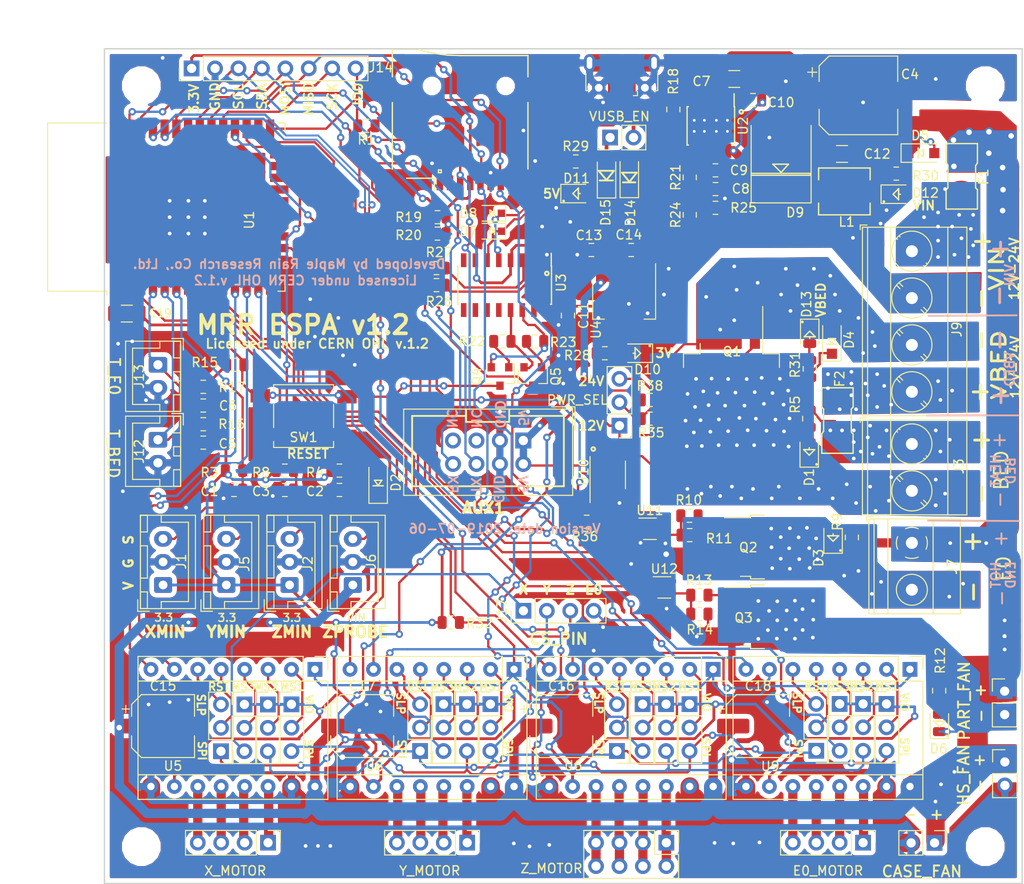
<source format=kicad_pcb>
(kicad_pcb (version 20171130) (host pcbnew 5.0.2-bee76a0~70~ubuntu18.04.1)
  (title_block (title "MRR ESPA") (date 2019-07-06) (rev v1.2))
  (layers (0 F.Cu signal) (31 B.Cu signal) (34 B.Paste user) (35 F.Paste user) (36 B.SilkS user) (37 F.SilkS user) (38 B.Mask user) (39 F.Mask user) (44 Edge.Cuts user))
  (net 0 "")
  (net 1 GND)
  (net 2 X_MIN)
  (net 3 Z_MIN)
  (net 4 Y_MIN)
  (net 5 VIN)
  (net 6 TEMP_BED_PIN)
  (net 7 TEMP_E0_PIN)
  (net 8 "Net-(C8-Pad1)")
  (net 9 COMP)
  (net 10 "Net-(C10-Pad2)")
  (net 11 "Net-(C10-Pad1)")
  (net 12 +3V3)
  (net 13 5V1)
  (net 14 +5V)
  (net 15 "Net-(D1-Pad2)")
  (net 16 "Net-(D1-Pad1)")
  (net 17 "Net-(D2-Pad1)")
  (net 18 "Net-(D3-Pad2)")
  (net 19 "Net-(D3-Pad1)")
  (net 20 VBED)
  (net 21 "Net-(D6-Pad1)")
  (net 22 "Net-(D6-Pad2)")
  (net 23 "Net-(D10-Pad2)")
  (net 24 "Net-(D11-Pad2)")
  (net 25 "Net-(D12-Pad2)")
  (net 26 "Net-(D13-Pad2)")
  (net 27 "Net-(F1-Pad2)")
  (net 28 "Net-(F2-Pad2)")
  (net 29 SS)
  (net 30 MISO)
  (net 31 SCK)
  (net 32 MOSI)
  (net 33 SCL)
  (net 34 SDA)
  (net 35 VUSB)
  (net 36 Y_DIR_PIN)
  (net 37 Y_STEP_PIN)
  (net 38 MOTOR_EN_PIN)
  (net 39 X_DIR_PIN)
  (net 40 X_STEP_PIN)
  (net 41 Z_DIR_PIN)
  (net 42 Z_STEP_PIN)
  (net 43 FAN_E0_PIN)
  (net 44 HEATER_E0_PIN)
  (net 45 IO0)
  (net 46 HEATER_BED_PIN)
  (net 47 E0_STEP_PIN)
  (net 48 E0_DIR_PIN)
  (net 49 "Net-(J21-Pad4)")
  (net 50 "Net-(J21-Pad3)")
  (net 51 "Net-(J21-Pad2)")
  (net 52 "Net-(J21-Pad1)")
  (net 53 "Net-(J23-Pad4)")
  (net 54 "Net-(J23-Pad3)")
  (net 55 "Net-(J23-Pad2)")
  (net 56 "Net-(J23-Pad1)")
  (net 57 "Net-(J24-Pad1)")
  (net 58 "Net-(J24-Pad2)")
  (net 59 "Net-(J24-Pad3)")
  (net 60 "Net-(J24-Pad4)")
  (net 61 X_MS1)
  (net 62 Y_MS1)
  (net 63 Z_MS1)
  (net 64 E0_MS1)
  (net 65 X_MS2)
  (net 66 Y_MS2)
  (net 67 Z_MS2)
  (net 68 E0_MS2)
  (net 69 X_MS3)
  (net 70 Y_MS3)
  (net 71 Z_MS3)
  (net 72 E0_MS3)
  (net 73 X_SLP)
  (net 74 X_RST)
  (net 75 Y_SLP)
  (net 76 Y_RST)
  (net 77 Z_RST)
  (net 78 Z_SLP)
  (net 79 E0_SLP)
  (net 80 E0_RST)
  (net 81 "Net-(Q2-Pad1)")
  (net 82 "Net-(Q3-Pad1)")
  (net 83 "Net-(Q4-Pad1)")
  (net 84 RTS)
  (net 85 EN)
  (net 86 DTR)
  (net 87 "Net-(Q5-Pad1)")
  (net 88 "Net-(R18-Pad2)")
  (net 89 FB)
  (net 90 "Net-(R26-Pad2)")
  (net 91 "Net-(R27-Pad2)")
  (net 92 /D-)
  (net 93 /D+)
  (net 94 UART+)
  (net 95 UART-)
  (net 96 TO_HEATER_BED)
  (net 97 TO_HEATER_E0)
  (net 98 TO_FAN_E0)
  (net 99 GNDD)
  (net 100 "Net-(R36-Pad2)")
  (net 101 X_CS)
  (net 102 Y_CS)
  (net 103 Z_CS)
  (net 104 E0_CS)
  (net 105 Z_2B)
  (net 106 Z_2A)
  (net 107 Z_1B)
  (net 108 Z_1A)
  (net 109 "Net-(D15-Pad2)")
  (net 110 "Net-(JP18-Pad1)")
  (net 111 "Net-(JP18-Pad3)")
  (module Capacitor_SMD:C_1206_3216Metric (layer F.Cu) (at 113.284 49.276 180)
    (fp_text reference C7 (at 3.556 -0.254 180) (layer F.SilkS))
    (fp_text value 4.7uF50V)
    (pad 2 smd roundrect (at 1.4 0 180) (size 1.25 1.75) (layers F.Cu F.Paste F.Mask) (roundrect_rratio 0.2) (net 5 VIN))
    (pad 1 smd roundrect (at -1.4 0 180) (size 1.25 1.75) (layers F.Cu F.Paste F.Mask) (roundrect_rratio 0.2) (net 1 GND))
  )
  (module Connector_USB:USB_Micro-B_Molex-105017-0001 (layer F.Cu) (at 101.092 48.768 180)
    (fp_text reference J16 hide)
    (fp_text value USB_B_Micro)
    (pad 6 smd rect (at -2.9 1.2375 180) (size 1.2 1.9) (layers F.Cu F.Mask) (net 1 GND))
    (pad 6 smd rect (at 2.9 1.2375 180) (size 1.2 1.9) (layers F.Cu F.Mask) (net 1 GND))
    (pad 6 thru_hole oval (at 3.5 1.2375 180) (size 1.2 1.9) (drill oval 0.6 1.3) (layers *.Cu *.Mask) (net 1 GND))
    (pad 6 thru_hole oval (at -3.5 1.2375) (size 1.2 1.9) (drill oval 0.6 1.3) (layers *.Cu *.Mask) (net 1 GND))
    (pad 6 smd rect (at -1 1.2375 180) (size 1.5 1.9) (layers F.Cu F.Paste F.Mask) (net 1 GND))
    (pad 6 thru_hole circle (at 2.5 -1.4625 180) (size 1.45 1.45) (drill 0.85) (layers *.Cu *.Mask) (net 1 GND))
    (pad 3 smd rect (at 0 -1.4625 180) (size 0.4 1.35) (layers F.Cu F.Paste F.Mask) (net 93 /D+))
    (pad 4 smd rect (at 0.65 -1.4625 180) (size 0.4 1.35) (layers F.Cu F.Paste F.Mask))
    (pad 5 smd rect (at 1.3 -1.4625 180) (size 0.4 1.35) (layers F.Cu F.Paste F.Mask) (net 1 GND))
    (pad 1 smd rect (at -1.3 -1.4625 180) (size 0.4 1.35) (layers F.Cu F.Paste F.Mask) (net 35 VUSB))
    (pad 2 smd rect (at -0.65 -1.4625 180) (size 0.4 1.35) (layers F.Cu F.Paste F.Mask) (net 92 /D-))
    (pad 6 thru_hole circle (at -2.5 -1.4625 180) (size 1.45 1.45) (drill 0.85) (layers *.Cu *.Mask) (net 1 GND))
    (pad 6 smd rect (at 1 1.2375 180) (size 1.5 1.9) (layers F.Cu F.Paste F.Mask) (net 1 GND))
  )
  (module Connector_IDC:IDC-Header_2x04_P2.54mm_Vertical (layer F.Cu) (at 90.412247 88.47544 270)
    (fp_text reference J15 hide)
    (fp_text value AUX1)
    (pad 8 thru_hole oval (at 2.54 7.62 270) (size 1.7272 1.7272) (drill 1.016) (layers *.Cu *.Mask) (net 95 UART-))
    (pad 7 thru_hole oval (at 0 7.62 270) (size 1.7272 1.7272) (drill 1.016) (layers *.Cu *.Mask))
    (pad 6 thru_hole oval (at 2.54 5.08 270) (size 1.7272 1.7272) (drill 1.016) (layers *.Cu *.Mask) (net 94 UART+))
    (pad 5 thru_hole oval (at 0 5.08 270) (size 1.7272 1.7272) (drill 1.016) (layers *.Cu *.Mask))
    (pad 4 thru_hole oval (at 2.54 2.54 270) (size 1.7272 1.7272) (drill 1.016) (layers *.Cu *.Mask) (net 1 GND))
    (pad 3 thru_hole oval (at 0 2.54 270) (size 1.7272 1.7272) (drill 1.016) (layers *.Cu *.Mask) (net 1 GND))
    (pad 2 thru_hole oval (at 2.54 0 270) (size 1.7272 1.7272) (drill 1.016) (layers *.Cu *.Mask) (net 14 +5V))
    (pad 1 thru_hole rect (at 0 0 270) (size 1.7272 1.7272) (drill 1.016) (layers *.Cu *.Mask) (net 14 +5V))
  )
  (module Capacitor_SMD:C_0805_2012Metric (layer F.Cu) (at 59.043985 93.83467)
    (fp_text reference C1 (at -2.655985 0.14533) (layer F.SilkS))
    (fp_text value 100nF16V)
    (pad 2 smd roundrect (at 0.9375 0) (size 0.975 1.4) (layers F.Cu F.Paste F.Mask) (net 2 X_MIN))
    (pad 1 smd roundrect (at -0.9375 0) (size 0.975 1.4) (layers F.Cu F.Paste F.Mask) (net 1 GND))
  )
  (module Capacitor_SMD:C_0805_2012Metric (layer F.Cu) (at 70.483985 93.83467)
    (fp_text reference C2 (at -2.665985 0.14533 -180) (layer F.SilkS))
    (fp_text value 100nF16V)
    (pad 2 smd roundrect (at 0.9375 0) (size 0.975 1.4) (layers F.Cu F.Paste F.Mask) (net 3 Z_MIN))
    (pad 1 smd roundrect (at -0.9375 0) (size 0.975 1.4) (layers F.Cu F.Paste F.Mask) (net 1 GND))
  )
  (module Capacitor_SMD:C_0805_2012Metric (layer F.Cu) (at 64.559985 93.83467)
    (fp_text reference C3 (at -2.583985 0.14533 -180) (layer F.SilkS))
    (fp_text value 100nF16V)
    (pad 2 smd roundrect (at 0.9375 0) (size 0.975 1.4) (layers F.Cu F.Paste F.Mask) (net 4 Y_MIN))
    (pad 1 smd roundrect (at -0.9375 0) (size 0.975 1.4) (layers F.Cu F.Paste F.Mask) (net 1 GND))
  )
  (module Capacitor_SMD:CP_Elec_8x10 (layer F.Cu) (at 126.746 51.054)
    (fp_text reference C4 (at 5.588 -2.286) (layer F.SilkS))
    (fp_text value 100uF50V)
    (pad 2 smd roundrect (at 3.25 0) (size 3.5 2.5) (layers F.Cu F.Paste F.Mask) (roundrect_rratio 0.1) (net 1 GND))
    (pad 1 smd roundrect (at -3.25 0) (size 3.5 2.5) (layers F.Cu F.Paste F.Mask) (roundrect_rratio 0.1) (net 5 VIN))
  )
  (module Capacitor_SMD:C_0805_2012Metric (layer F.Cu) (at 55.715 88.705)
    (fp_text reference C5 (at 2.636 0.118) (layer F.SilkS))
    (fp_text value 10uF16V)
    (pad 2 smd roundrect (at 0.9375 0) (size 0.975 1.4) (layers F.Cu F.Paste F.Mask) (net 6 TEMP_BED_PIN))
    (pad 1 smd roundrect (at -0.9375 0) (size 0.975 1.4) (layers F.Cu F.Paste F.Mask) (net 1 GND))
  )
  (module Capacitor_SMD:C_0805_2012Metric (layer F.Cu) (at 55.715 84.68)
    (fp_text reference C6 (at 2.675 0.025) (layer F.SilkS))
    (fp_text value 10uF16V)
    (pad 2 smd roundrect (at 0.9375 0) (size 0.975 1.4) (layers F.Cu F.Paste F.Mask) (net 7 TEMP_E0_PIN))
    (pad 1 smd roundrect (at -0.9375 0) (size 0.975 1.4) (layers F.Cu F.Paste F.Mask) (net 1 GND))
  )
  (module Capacitor_SMD:C_0805_2012Metric (layer F.Cu) (at 111.252 61.214)
    (fp_text reference C8 (at 2.74 -0.03) (layer F.SilkS))
    (fp_text value 820pF50V)
    (pad 2 smd roundrect (at 0.9375 0) (size 0.975 1.4) (layers F.Cu F.Paste F.Mask) (net 1 GND))
    (pad 1 smd roundrect (at -0.9375 0) (size 0.975 1.4) (layers F.Cu F.Paste F.Mask) (net 8 "Net-(C8-Pad1)"))
  )
  (module Capacitor_SMD:C_0805_2012Metric (layer F.Cu) (at 111.252 59.182)
    (fp_text reference C9 (at 2.54 0) (layer F.SilkS))
    (fp_text value 56pF50V)
    (pad 2 smd roundrect (at 0.9375 0) (size 0.975 1.4) (layers F.Cu F.Paste F.Mask) (net 1 GND))
    (pad 1 smd roundrect (at -0.9375 0) (size 0.975 1.4) (layers F.Cu F.Paste F.Mask) (net 9 COMP))
  )
  (module Capacitor_SMD:C_0805_2012Metric (layer F.Cu) (at 115.316 51.562 180)
    (fp_text reference C10 (at -3.048 -0.254) (layer F.SilkS))
    (fp_text value 100nF50V)
    (pad 2 smd roundrect (at 0.9375 0 180) (size 0.975 1.4) (layers F.Cu F.Paste F.Mask) (net 10 "Net-(C10-Pad2)"))
    (pad 1 smd roundrect (at -0.9375 0 180) (size 0.975 1.4) (layers F.Cu F.Paste F.Mask) (net 11 "Net-(C10-Pad1)"))
  )
  (module Capacitor_SMD:C_0805_2012Metric (layer F.Cu) (at 95.25 74.93 90)
    (fp_text reference C11 (at 0 1.7 90) (layer F.SilkS))
    (fp_text value 10nF16V)
    (pad 2 smd roundrect (at 0.9375 0 90) (size 0.975 1.4) (layers F.Cu F.Paste F.Mask) (net 12 +3V3))
    (pad 1 smd roundrect (at -0.9375 0 90) (size 0.975 1.4) (layers F.Cu F.Paste F.Mask) (net 1 GND))
  )
  (module Capacitor_SMD:C_1206_3216Metric (layer F.Cu) (at 124.968 57.404)
    (fp_text reference C12 (at 3.81 0) (layer F.SilkS))
    (fp_text value 47uF16V)
    (pad 2 smd roundrect (at 1.4 0) (size 1.25 1.75) (layers F.Cu F.Paste F.Mask) (roundrect_rratio 0.2) (net 13 5V1))
    (pad 1 smd roundrect (at -1.4 0) (size 1.25 1.75) (layers F.Cu F.Paste F.Mask) (roundrect_rratio 0.2) (net 1 GND))
  )
  (module Capacitor_SMD:C_0805_2012Metric (layer F.Cu) (at 97.79 67.818 180)
    (fp_text reference C13 (at 0.254 1.6 180) (layer F.SilkS))
    (fp_text value 47uF16V)
    (pad 2 smd roundrect (at 0.9375 0 180) (size 0.975 1.4) (layers F.Cu F.Paste F.Mask) (net 1 GND))
    (pad 1 smd roundrect (at -0.9375 0 180) (size 0.975 1.4) (layers F.Cu F.Paste F.Mask) (net 14 +5V))
  )
  (module Capacitor_SMD:C_0805_2012Metric (layer F.Cu) (at 102.108 67.818)
    (fp_text reference C14 (at -0.254 -1.65) (layer F.SilkS))
    (fp_text value 47uF16V)
    (pad 2 smd roundrect (at 0.9375 0) (size 0.975 1.4) (layers F.Cu F.Paste F.Mask) (net 1 GND))
    (pad 1 smd roundrect (at -0.9375 0) (size 0.975 1.4) (layers F.Cu F.Paste F.Mask) (net 12 +3V3))
  )
  (module Capacitor_SMD:CP_Elec_6.3x7.7 (layer F.Cu) (at 51.354 119.434)
    (fp_text reference C15 (at 0 -4.35) (layer F.SilkS))
    (fp_text value 100uF35V)
    (pad 2 smd roundrect (at 2.7 0) (size 3.5 1.6) (layers F.Cu F.Paste F.Mask) (roundrect_rratio 0.15625) (net 1 GND))
    (pad 1 smd roundrect (at -2.7 0) (size 3.5 1.6) (layers F.Cu F.Paste F.Mask) (roundrect_rratio 0.15625) (net 5 VIN))
  )
  (module Capacitor_SMD:CP_Elec_6.3x7.7 (layer F.Cu) (at 94.534 119.434)
    (fp_text reference C16 (at 0 -4.35) (layer F.SilkS))
    (fp_text value 100uF35V)
    (pad 2 smd roundrect (at 2.7 0) (size 3.5 1.6) (layers F.Cu F.Paste F.Mask) (roundrect_rratio 0.15625) (net 1 GND))
    (pad 1 smd roundrect (at -2.7 0) (size 3.5 1.6) (layers F.Cu F.Paste F.Mask) (roundrect_rratio 0.15625) (net 5 VIN))
  )
  (module Capacitor_SMD:CP_Elec_6.3x7.7 (layer F.Cu) (at 72.944 119.434)
    (fp_text reference C17 (at 0 -4.35) (layer F.SilkS))
    (fp_text value 100uF35V)
    (pad 2 smd roundrect (at 2.7 0) (size 3.5 1.6) (layers F.Cu F.Paste F.Mask) (roundrect_rratio 0.15625) (net 1 GND))
    (pad 1 smd roundrect (at -2.7 0) (size 3.5 1.6) (layers F.Cu F.Paste F.Mask) (roundrect_rratio 0.15625) (net 5 VIN))
  )
  (module Capacitor_SMD:CP_Elec_6.3x7.7 (layer F.Cu) (at 115.87 119.434)
    (fp_text reference C18 (at 0 -4.35) (layer F.SilkS))
    (fp_text value 100uF35V)
    (pad 2 smd roundrect (at 2.7 0) (size 3.5 1.6) (layers F.Cu F.Paste F.Mask) (roundrect_rratio 0.15625) (net 1 GND))
    (pad 1 smd roundrect (at -2.7 0) (size 3.5 1.6) (layers F.Cu F.Paste F.Mask) (roundrect_rratio 0.15625) (net 5 VIN))
  )
  (module MountingHole:MountingHole_3.2mm_M3_DIN965 (layer F.Cu) (at 49 50)
    (fp_text reference H1 hide)
    (fp_text value MountingHole)
    (pad 1 np_thru_hole circle (at 0 0) (size 3.2 3.2) (drill 3.2) (layers *.Cu *.Mask))
  )
  (module MountingHole:MountingHole_3.2mm_M3_DIN965 (layer F.Cu) (at 49 132.5)
    (fp_text reference H2 hide)
    (fp_text value MountingHole)
    (pad 1 np_thru_hole circle (at 0 0) (size 3.2 3.2) (drill 3.2) (layers *.Cu *.Mask))
  )
  (module MountingHole:MountingHole_3.2mm_M3_DIN965 (layer F.Cu) (at 140.5 132.5)
    (fp_text reference H3 hide)
    (fp_text value MountingHole)
    (pad 1 np_thru_hole circle (at 0 0) (size 3.2 3.2) (drill 3.2) (layers *.Cu *.Mask))
  )
  (module MountingHole:MountingHole_3.2mm_M3_DIN965 (layer F.Cu) (at 140.5 50)
    (fp_text reference H4 hide)
    (fp_text value MountingHole)
    (pad 1 np_thru_hole circle (at 0 0) (size 3.2 3.2) (drill 3.2) (layers *.Cu *.Mask))
  )
  (module TerminalBlock_Phoenix:TerminalBlock_Phoenix_MKDS-3-2-5.08_1x02_P5.08mm_Horizontal (layer F.Cu) (at 132.541 88.85 270)
    (fp_text reference J3 (at 2.425 -5.1 270) (layer F.SilkS))
    (fp_text value BED)
    (pad 2 thru_hole circle (at 5.08 0 270) (size 2.6 2.6) (drill 1.3) (layers *.Cu *.Mask) (net 16 "Net-(D1-Pad1)"))
    (pad 1 thru_hole rect (at 0 0 270) (size 2.6 2.6) (drill 1.3) (layers *.Cu *.Mask) (net 20 VBED))
  )
  (module Connector_PinHeader_2.54mm:PinHeader_1x02_P2.54mm_Vertical (layer F.Cu) (at 135 132.1 270)
    (fp_text reference J8 hide)
    (fp_text value FAN_CASE)
    (pad 2 thru_hole oval (at 0 2.54 270) (size 1.7 1.7) (drill 1) (layers *.Cu *.Mask) (net 1 GND))
    (pad 1 thru_hole rect (at 0 0 270) (size 1.7 1.7) (drill 1) (layers *.Cu *.Mask) (net 5 VIN))
  )
  (module TerminalBlock_Phoenix:TerminalBlock_Phoenix_MKDS-3-4-5.08_1x04_P5.08mm_Horizontal (layer F.Cu) (at 132.541 67.95 270)
    (fp_text reference J9 (at 8.475 -4.875 270) (layer F.SilkS))
    (fp_text value PWR_IN)
    (pad 4 thru_hole circle (at 15.24 0 270) (size 2.6 2.6) (drill 1.3) (layers *.Cu *.Mask) (net 28 "Net-(F2-Pad2)"))
    (pad 3 thru_hole circle (at 10.16 0 270) (size 2.6 2.6) (drill 1.3) (layers *.Cu *.Mask) (net 99 GNDD))
    (pad 2 thru_hole circle (at 5.08 0 270) (size 2.6 2.6) (drill 1.3) (layers *.Cu *.Mask) (net 1 GND))
    (pad 1 thru_hole rect (at 0 0 270) (size 2.6 2.6) (drill 1.3) (layers *.Cu *.Mask) (net 27 "Net-(F1-Pad2)"))
  )
  (module Connector_PinHeader_2.54mm:PinHeader_1x02_P2.54mm_Vertical (layer F.Cu) (at 142.6 115.65)
    (fp_text reference J10 hide)
    (fp_text value PART_FAN)
    (pad 2 thru_hole oval (at 0 2.54) (size 1.7 1.7) (drill 1) (layers *.Cu *.Mask) (net 21 "Net-(D6-Pad1)"))
    (pad 1 thru_hole rect (at 0 0) (size 1.7 1.7) (drill 1) (layers *.Cu *.Mask) (net 5 VIN))
  )
  (module Connector_PinHeader_2.54mm:PinHeader_1x02_P2.54mm_Vertical (layer F.Cu) (at 142.625 123.325)
    (fp_text reference J11 hide)
    (fp_text value FAN_HEATSINK)
    (pad 2 thru_hole oval (at 0 2.54) (size 1.7 1.7) (drill 1) (layers *.Cu *.Mask) (net 1 GND))
    (pad 1 thru_hole rect (at 0 0) (size 1.7 1.7) (drill 1) (layers *.Cu *.Mask) (net 5 VIN))
  )
  (module Connector_PinHeader_2.54mm:PinHeader_1x04_P2.54mm_Vertical (layer F.Cu) (at 62.738 132.08 270)
    (fp_text reference J21 hide)
    (fp_text value X_MOTOR (at 3.048 3.556) (layer F.SilkS))
    (pad 4 thru_hole oval (at 0 7.62 270) (size 1.7 1.7) (drill 1) (layers *.Cu *.Mask) (net 49 "Net-(J21-Pad4)"))
    (pad 3 thru_hole oval (at 0 5.08 270) (size 1.7 1.7) (drill 1) (layers *.Cu *.Mask) (net 50 "Net-(J21-Pad3)"))
    (pad 2 thru_hole oval (at 0 2.54 270) (size 1.7 1.7) (drill 1) (layers *.Cu *.Mask) (net 51 "Net-(J21-Pad2)"))
    (pad 1 thru_hole rect (at 0 0 270) (size 1.7 1.7) (drill 1) (layers *.Cu *.Mask) (net 52 "Net-(J21-Pad1)"))
  )
  (module Connector_PinHeader_2.54mm:PinHeader_1x04_P2.54mm_Vertical (layer F.Cu) (at 84.328 132.08 270)
    (fp_text reference J23 hide)
    (fp_text value Y_MOTOR (at 3.048 4.064) (layer F.SilkS))
    (pad 4 thru_hole oval (at 0 7.62 270) (size 1.7 1.7) (drill 1) (layers *.Cu *.Mask) (net 53 "Net-(J23-Pad4)"))
    (pad 3 thru_hole oval (at 0 5.08 270) (size 1.7 1.7) (drill 1) (layers *.Cu *.Mask) (net 54 "Net-(J23-Pad3)"))
    (pad 2 thru_hole oval (at 0 2.54 270) (size 1.7 1.7) (drill 1) (layers *.Cu *.Mask) (net 55 "Net-(J23-Pad2)"))
    (pad 1 thru_hole rect (at 0 0 270) (size 1.7 1.7) (drill 1) (layers *.Cu *.Mask) (net 56 "Net-(J23-Pad1)"))
  )
  (module Connector_PinHeader_2.54mm:PinHeader_1x04_P2.54mm_Vertical (layer F.Cu) (at 127.254 132.08 270)
    (fp_text reference J24 hide)
    (fp_text value E0_MOTOR (at 3.048 3.81) (layer F.SilkS))
    (pad 4 thru_hole oval (at 0 7.62 270) (size 1.7 1.7) (drill 1) (layers *.Cu *.Mask) (net 60 "Net-(J24-Pad4)"))
    (pad 3 thru_hole oval (at 0 5.08 270) (size 1.7 1.7) (drill 1) (layers *.Cu *.Mask) (net 59 "Net-(J24-Pad3)"))
    (pad 2 thru_hole oval (at 0 2.54 270) (size 1.7 1.7) (drill 1) (layers *.Cu *.Mask) (net 58 "Net-(J24-Pad2)"))
    (pad 1 thru_hole rect (at 0 0 270) (size 1.7 1.7) (drill 1) (layers *.Cu *.Mask) (net 57 "Net-(J24-Pad1)"))
  )
  (module Connector_PinHeader_2.54mm:PinHeader_1x03_P2.54mm_Vertical (layer F.Cu) (at 65.275 117.075)
    (fp_text reference JP1 hide)
    (fp_text value X_MS1)
    (pad 3 thru_hole oval (at 0 5.08) (size 1.7 1.7) (drill 1) (layers *.Cu *.Mask) (net 32 MOSI))
    (pad 2 thru_hole oval (at 0 2.54) (size 1.7 1.7) (drill 1) (layers *.Cu *.Mask) (net 61 X_MS1))
    (pad 1 thru_hole rect (at 0 0) (size 1.7 1.7) (drill 1) (layers *.Cu *.Mask) (net 12 +3V3))
  )
  (module Connector_PinHeader_2.54mm:PinHeader_1x03_P2.54mm_Vertical (layer F.Cu) (at 86.843 117.061)
    (fp_text reference JP2 hide)
    (fp_text value Y_MS1)
    (pad 3 thru_hole oval (at 0 5.08) (size 1.7 1.7) (drill 1) (layers *.Cu *.Mask) (net 32 MOSI))
    (pad 2 thru_hole oval (at 0 2.54) (size 1.7 1.7) (drill 1) (layers *.Cu *.Mask) (net 62 Y_MS1))
    (pad 1 thru_hole rect (at 0 0) (size 1.7 1.7) (drill 1) (layers *.Cu *.Mask) (net 12 +3V3))
  )
  (module Connector_PinHeader_2.54mm:PinHeader_1x03_P2.54mm_Vertical (layer F.Cu) (at 108.433 117.061)
    (fp_text reference JP3 hide)
    (fp_text value Z_MS1)
    (pad 3 thru_hole oval (at 0 5.08) (size 1.7 1.7) (drill 1) (layers *.Cu *.Mask) (net 32 MOSI))
    (pad 2 thru_hole oval (at 0 2.54) (size 1.7 1.7) (drill 1) (layers *.Cu *.Mask) (net 63 Z_MS1))
    (pad 1 thru_hole rect (at 0 0) (size 1.7 1.7) (drill 1) (layers *.Cu *.Mask) (net 12 +3V3))
  )
  (module Connector_PinHeader_2.54mm:PinHeader_1x03_P2.54mm_Vertical (layer F.Cu) (at 129.794 117.032)
    (fp_text reference JP4 hide)
    (fp_text value E0_MS1)
    (pad 3 thru_hole oval (at 0 5.08) (size 1.7 1.7) (drill 1) (layers *.Cu *.Mask) (net 32 MOSI))
    (pad 2 thru_hole oval (at 0 2.54) (size 1.7 1.7) (drill 1) (layers *.Cu *.Mask) (net 64 E0_MS1))
    (pad 1 thru_hole rect (at 0 0) (size 1.7 1.7) (drill 1) (layers *.Cu *.Mask) (net 12 +3V3))
  )
  (module Connector_PinHeader_2.54mm:PinHeader_1x03_P2.54mm_Vertical (layer F.Cu) (at 62.713 117.086)
    (fp_text reference JP5 hide)
    (fp_text value X_MS2)
    (pad 3 thru_hole oval (at 0 5.08) (size 1.7 1.7) (drill 1) (layers *.Cu *.Mask) (net 31 SCK))
    (pad 2 thru_hole oval (at 0 2.54) (size 1.7 1.7) (drill 1) (layers *.Cu *.Mask) (net 65 X_MS2))
    (pad 1 thru_hole rect (at 0 0) (size 1.7 1.7) (drill 1) (layers *.Cu *.Mask) (net 12 +3V3))
  )
  (module Connector_PinHeader_2.54mm:PinHeader_1x03_P2.54mm_Vertical (layer F.Cu) (at 84.303 117.061)
    (fp_text reference JP6 hide)
    (fp_text value Y_MS2)
    (pad 3 thru_hole oval (at 0 5.08) (size 1.7 1.7) (drill 1) (layers *.Cu *.Mask) (net 31 SCK))
    (pad 2 thru_hole oval (at 0 2.54) (size 1.7 1.7) (drill 1) (layers *.Cu *.Mask) (net 66 Y_MS2))
    (pad 1 thru_hole rect (at 0 0) (size 1.7 1.7) (drill 1) (layers *.Cu *.Mask) (net 12 +3V3))
  )
  (module Connector_PinHeader_2.54mm:PinHeader_1x03_P2.54mm_Vertical (layer F.Cu) (at 105.893 117.061)
    (fp_text reference JP7 hide)
    (fp_text value Z_MS2)
    (pad 3 thru_hole oval (at 0 5.08) (size 1.7 1.7) (drill 1) (layers *.Cu *.Mask) (net 31 SCK))
    (pad 2 thru_hole oval (at 0 2.54) (size 1.7 1.7) (drill 1) (layers *.Cu *.Mask) (net 67 Z_MS2))
    (pad 1 thru_hole rect (at 0 0) (size 1.7 1.7) (drill 1) (layers *.Cu *.Mask) (net 12 +3V3))
  )
  (module Connector_PinHeader_2.54mm:PinHeader_1x03_P2.54mm_Vertical (layer F.Cu) (at 127.254 117.032)
    (fp_text reference JP8 hide)
    (fp_text value E0_MS2)
    (pad 3 thru_hole oval (at 0 5.08) (size 1.7 1.7) (drill 1) (layers *.Cu *.Mask) (net 31 SCK))
    (pad 2 thru_hole oval (at 0 2.54) (size 1.7 1.7) (drill 1) (layers *.Cu *.Mask) (net 68 E0_MS2))
    (pad 1 thru_hole rect (at 0 0) (size 1.7 1.7) (drill 1) (layers *.Cu *.Mask) (net 12 +3V3))
  )
  (module Connector_PinHeader_2.54mm:PinHeader_1x03_P2.54mm_Vertical (layer F.Cu) (at 60.173 117.086)
    (fp_text reference JP9 hide)
    (fp_text value X_MS3)
    (pad 3 thru_hole oval (at 0 5.08) (size 1.7 1.7) (drill 1) (layers *.Cu *.Mask) (net 101 X_CS))
    (pad 2 thru_hole oval (at 0 2.54) (size 1.7 1.7) (drill 1) (layers *.Cu *.Mask) (net 69 X_MS3))
    (pad 1 thru_hole rect (at 0 0) (size 1.7 1.7) (drill 1) (layers *.Cu *.Mask) (net 12 +3V3))
  )
  (module Connector_PinHeader_2.54mm:PinHeader_1x03_P2.54mm_Vertical (layer F.Cu) (at 81.763 117.061)
    (fp_text reference JP10 hide)
    (fp_text value Y_MS3)
    (pad 3 thru_hole oval (at 0 5.08) (size 1.7 1.7) (drill 1) (layers *.Cu *.Mask) (net 102 Y_CS))
    (pad 2 thru_hole oval (at 0 2.54) (size 1.7 1.7) (drill 1) (layers *.Cu *.Mask) (net 70 Y_MS3))
    (pad 1 thru_hole rect (at 0 0) (size 1.7 1.7) (drill 1) (layers *.Cu *.Mask) (net 12 +3V3))
  )
  (module Connector_PinHeader_2.54mm:PinHeader_1x03_P2.54mm_Vertical (layer F.Cu) (at 103.353 117.061)
    (fp_text reference JP11 hide)
    (fp_text value Z_MS3)
    (pad 3 thru_hole oval (at 0 5.08) (size 1.7 1.7) (drill 1) (layers *.Cu *.Mask) (net 103 Z_CS))
    (pad 2 thru_hole oval (at 0 2.54) (size 1.7 1.7) (drill 1) (layers *.Cu *.Mask) (net 71 Z_MS3))
    (pad 1 thru_hole rect (at 0 0) (size 1.7 1.7) (drill 1) (layers *.Cu *.Mask) (net 12 +3V3))
  )
  (module Connector_PinHeader_2.54mm:PinHeader_1x03_P2.54mm_Vertical (layer F.Cu) (at 124.714 117.032)
    (fp_text reference JP12 hide)
    (fp_text value E0_MS3)
    (pad 3 thru_hole oval (at 0 5.08) (size 1.7 1.7) (drill 1) (layers *.Cu *.Mask) (net 104 E0_CS))
    (pad 2 thru_hole oval (at 0 2.54) (size 1.7 1.7) (drill 1) (layers *.Cu *.Mask) (net 72 E0_MS3))
    (pad 1 thru_hole rect (at 0 0) (size 1.7 1.7) (drill 1) (layers *.Cu *.Mask) (net 12 +3V3))
  )
  (module Connector_PinHeader_2.54mm:PinHeader_1x03_P2.54mm_Vertical (layer F.Cu) (at 57.633 122.166 180)
    (fp_text reference JP13 hide)
    (fp_text value X_RST)
    (pad 3 thru_hole oval (at 0 5.08 180) (size 1.7 1.7) (drill 1) (layers *.Cu *.Mask) (net 73 X_SLP))
    (pad 2 thru_hole oval (at 0 2.54 180) (size 1.7 1.7) (drill 1) (layers *.Cu *.Mask) (net 74 X_RST))
    (pad 1 thru_hole rect (at 0 0 180) (size 1.7 1.7) (drill 1) (layers *.Cu *.Mask) (net 30 MISO))
  )
  (module Connector_PinHeader_2.54mm:PinHeader_1x03_P2.54mm_Vertical (layer F.Cu) (at 79.223 122.141 180)
    (fp_text reference JP14 hide)
    (fp_text value Y_RST)
    (pad 3 thru_hole oval (at 0 5.08 180) (size 1.7 1.7) (drill 1) (layers *.Cu *.Mask) (net 75 Y_SLP))
    (pad 2 thru_hole oval (at 0 2.54 180) (size 1.7 1.7) (drill 1) (layers *.Cu *.Mask) (net 76 Y_RST))
    (pad 1 thru_hole rect (at 0 0 180) (size 1.7 1.7) (drill 1) (layers *.Cu *.Mask) (net 30 MISO))
  )
  (module Connector_PinHeader_2.54mm:PinHeader_1x03_P2.54mm_Vertical (layer F.Cu) (at 100.559 122.141 180)
    (fp_text reference JP15 hide)
    (fp_text value Z_RST)
    (pad 3 thru_hole oval (at 0 5.08 180) (size 1.7 1.7) (drill 1) (layers *.Cu *.Mask) (net 78 Z_SLP))
    (pad 2 thru_hole oval (at 0 2.54 180) (size 1.7 1.7) (drill 1) (layers *.Cu *.Mask) (net 77 Z_RST))
    (pad 1 thru_hole rect (at 0 0 180) (size 1.7 1.7) (drill 1) (layers *.Cu *.Mask) (net 30 MISO))
  )
  (module Connector_PinHeader_2.54mm:PinHeader_1x03_P2.54mm_Vertical (layer F.Cu) (at 122.174 122.112 180)
    (fp_text reference JP16 hide)
    (fp_text value E0_RST)
    (pad 3 thru_hole oval (at 0 5.08 180) (size 1.7 1.7) (drill 1) (layers *.Cu *.Mask) (net 79 E0_SLP))
    (pad 2 thru_hole oval (at 0 2.54 180) (size 1.7 1.7) (drill 1) (layers *.Cu *.Mask) (net 80 E0_RST))
    (pad 1 thru_hole rect (at 0 0 180) (size 1.7 1.7) (drill 1) (layers *.Cu *.Mask) (net 30 MISO))
  )
  (module Package_TO_SOT_SMD:TO-263-2 (layer F.Cu) (at 112.98 82.01 270)
    (fp_text reference Q1 (at -3.18 -0.06) (layer F.SilkS))
    (fp_text value WSK220N04)
    (pad 2 smd rect (at 3.375 0 270) (size 9.4 10.8) (layers F.Cu F.Mask) (net 16 "Net-(D1-Pad1)"))
    (pad 3 smd rect (at -5.775 2.54 270) (size 4.6 1.1) (layers F.Cu F.Paste F.Mask) (net 99 GNDD))
    (pad 1 smd rect (at -5.775 -2.54 270) (size 4.6 1.1) (layers F.Cu F.Paste F.Mask) (net 96 TO_HEATER_BED))
  )
  (module Package_TO_SOT_SMD:TO-252-2 (layer F.Cu) (at 117.525 100.018)
    (fp_text reference Q2 (at -2.717 0.058) (layer F.SilkS))
    (fp_text value WSF3085)
    (pad 2 smd rect (at 2.1 0) (size 6.4 5.8) (layers F.Cu F.Mask) (net 19 "Net-(D3-Pad1)"))
    (pad 3 smd rect (at -4.2 2.28) (size 2.2 1.2) (layers F.Cu F.Paste F.Mask) (net 1 GND))
    (pad 1 smd rect (at -4.2 -2.28) (size 2.2 1.2) (layers F.Cu F.Paste F.Mask) (net 81 "Net-(Q2-Pad1)"))
  )
  (module Package_TO_SOT_SMD:TO-252-2 (layer F.Cu) (at 117.525 107.586)
    (fp_text reference Q3 (at -3.225 0.11) (layer F.SilkS))
    (fp_text value WST3038)
    (pad 2 smd rect (at 2.1 0) (size 6.4 5.8) (layers F.Cu F.Mask) (net 21 "Net-(D6-Pad1)"))
    (pad 3 smd rect (at -4.2 2.28) (size 2.2 1.2) (layers F.Cu F.Paste F.Mask) (net 1 GND))
    (pad 1 smd rect (at -4.2 -2.28) (size 2.2 1.2) (layers F.Cu F.Paste F.Mask) (net 82 "Net-(Q3-Pad1)"))
  )
  (module Package_TO_SOT_SMD:SOT-23 (layer F.Cu) (at 87.884 81.534 270)
    (fp_text reference Q4 (at 0 2.54 270) (layer F.SilkS))
    (fp_text value S9014)
    (pad 3 smd rect (at 1 0 270) (size 0.9 0.8) (layers F.Cu F.Paste F.Mask) (net 85 EN))
    (pad 2 smd rect (at -1 0.95 270) (size 0.9 0.8) (layers F.Cu F.Paste F.Mask) (net 84 RTS))
    (pad 1 smd rect (at -1 -0.95 270) (size 0.9 0.8) (layers F.Cu F.Paste F.Mask) (net 83 "Net-(Q4-Pad1)"))
  )
  (module Package_TO_SOT_SMD:SOT-23 (layer F.Cu) (at 91.44 81.534 270)
    (fp_text reference Q5 (at 0 -2.5 270) (layer F.SilkS))
    (fp_text value S9014)
    (pad 3 smd rect (at 1 0 270) (size 0.9 0.8) (layers F.Cu F.Paste F.Mask) (net 45 IO0))
    (pad 2 smd rect (at -1 0.95 270) (size 0.9 0.8) (layers F.Cu F.Paste F.Mask) (net 86 DTR))
    (pad 1 smd rect (at -1 -0.95 270) (size 0.9 0.8) (layers F.Cu F.Paste F.Mask) (net 87 "Net-(Q5-Pad1)"))
  )
  (module Resistor_SMD:R_0805_2012Metric (layer F.Cu) (at 59.043985 91.73467 180)
    (fp_text reference R3 (at 2.655985 -0.21333 180) (layer F.SilkS))
    (fp_text value 10K)
    (pad 2 smd roundrect (at 0.9375 0 180) (size 0.975 1.4) (layers F.Cu F.Paste F.Mask) (net 12 +3V3))
    (pad 1 smd roundrect (at -0.9375 0 180) (size 0.975 1.4) (layers F.Cu F.Paste F.Mask) (net 2 X_MIN))
  )
  (module Resistor_SMD:R_0805_2012Metric (layer F.Cu) (at 70.483985 91.73467 180)
    (fp_text reference R4 (at 2.665985 -0.21333 180) (layer F.SilkS))
    (fp_text value 10K)
    (pad 2 smd roundrect (at 0.9375 0 180) (size 0.975 1.4) (layers F.Cu F.Paste F.Mask) (net 12 +3V3))
    (pad 1 smd roundrect (at -0.9375 0 180) (size 0.975 1.4) (layers F.Cu F.Paste F.Mask) (net 3 Z_MIN))
  )
  (module Resistor_SMD:R_0805_2012Metric (layer F.Cu) (at 121.412 86.106 90)
    (fp_text reference R5 (at 1.524 -1.524 90) (layer F.SilkS))
    (fp_text value 2.2K)
    (pad 2 smd roundrect (at 0.9375 0 90) (size 0.975 1.4) (layers F.Cu F.Paste F.Mask) (net 20 VBED))
    (pad 1 smd roundrect (at -0.9375 0 90) (size 0.975 1.4) (layers F.Cu F.Paste F.Mask) (net 15 "Net-(D1-Pad2)"))
  )
  (module Resistor_SMD:R_0805_2012Metric (layer F.Cu) (at 64.559985 91.73467 180)
    (fp_text reference R8 (at 2.583985 -0.21333 180) (layer F.SilkS))
    (fp_text value 10K)
    (pad 2 smd roundrect (at 0.9375 0 180) (size 0.975 1.4) (layers F.Cu F.Paste F.Mask) (net 12 +3V3))
    (pad 1 smd roundrect (at -0.9375 0 180) (size 0.975 1.4) (layers F.Cu F.Paste F.Mask) (net 4 Y_MIN))
  )
  (module Resistor_SMD:R_0805_2012Metric (layer F.Cu) (at 126.037298 98.978316 90)
    (fp_text reference R9 (at 1.696316 -1.577298 90) (layer F.SilkS))
    (fp_text value 2.2K)
    (pad 2 smd roundrect (at 0.9375 0 90) (size 0.975 1.4) (layers F.Cu F.Paste F.Mask) (net 5 VIN))
    (pad 1 smd roundrect (at -0.9375 0 90) (size 0.975 1.4) (layers F.Cu F.Paste F.Mask) (net 18 "Net-(D3-Pad2)"))
  )
  (module Resistor_SMD:R_0805_2012Metric (layer F.Cu) (at 108.425 96.631 180)
    (fp_text reference R10 (at 0.075 1.7 180) (layer F.SilkS))
    (fp_text value 10R)
    (pad 2 smd roundrect (at 0.9375 0 180) (size 0.975 1.4) (layers F.Cu F.Paste F.Mask) (net 97 TO_HEATER_E0))
    (pad 1 smd roundrect (at -0.9375 0 180) (size 0.975 1.4) (layers F.Cu F.Paste F.Mask) (net 81 "Net-(Q2-Pad1)"))
  )
  (module Resistor_SMD:R_0805_2012Metric (layer F.Cu) (at 108.45 98.731 180)
    (fp_text reference R11 (at -3.2 -0.375 180) (layer F.SilkS))
    (fp_text value 100K)
    (pad 2 smd roundrect (at 0.9375 0 180) (size 0.975 1.4) (layers F.Cu F.Paste F.Mask) (net 97 TO_HEATER_E0))
    (pad 1 smd roundrect (at -0.9375 0 180) (size 0.975 1.4) (layers F.Cu F.Paste F.Mask) (net 1 GND))
  )
  (module Resistor_SMD:R_0805_2012Metric (layer F.Cu) (at 135.5 115.6 90)
    (fp_text reference R12 (at 3.263 0.114 90) (layer F.SilkS))
    (fp_text value 2.2K)
    (pad 2 smd roundrect (at 0.9375 0 90) (size 0.975 1.4) (layers F.Cu F.Paste F.Mask) (net 5 VIN))
    (pad 1 smd roundrect (at -0.9375 0 90) (size 0.975 1.4) (layers F.Cu F.Paste F.Mask) (net 22 "Net-(D6-Pad2)"))
  )
  (module Resistor_SMD:R_0805_2012Metric (layer F.Cu) (at 109.5 105.236 180)
    (fp_text reference R13 (at 0.025 1.625 180) (layer F.SilkS))
    (fp_text value 10R)
    (pad 2 smd roundrect (at 0.9375 0 180) (size 0.975 1.4) (layers F.Cu F.Paste F.Mask) (net 98 TO_FAN_E0))
    (pad 1 smd roundrect (at -0.9375 0 180) (size 0.975 1.4) (layers F.Cu F.Paste F.Mask) (net 82 "Net-(Q3-Pad1)"))
  )
  (module Resistor_SMD:R_0805_2012Metric (layer F.Cu) (at 109.5 107.286 180)
    (fp_text reference R14 (at -0.05 -1.7 180) (layer F.SilkS))
    (fp_text value 100K)
    (pad 2 smd roundrect (at 0.9375 0 180) (size 0.975 1.4) (layers F.Cu F.Paste F.Mask) (net 98 TO_FAN_E0))
    (pad 1 smd roundrect (at -0.9375 0 180) (size 0.975 1.4) (layers F.Cu F.Paste F.Mask) (net 1 GND))
  )
  (module Resistor_SMD:R_0805_2012Metric (layer F.Cu) (at 59.182 80.264)
    (fp_text reference R15 (at -3.302 -0.254) (layer F.SilkS))
    (fp_text value 12K)
    (pad 2 smd roundrect (at 0.9375 0) (size 0.975 1.4) (layers F.Cu F.Paste F.Mask) (net 85 EN))
    (pad 1 smd roundrect (at -0.9375 0) (size 0.975 1.4) (layers F.Cu F.Paste F.Mask) (net 12 +3V3))
  )
  (module Resistor_SMD:R_0805_2012Metric (layer F.Cu) (at 55.715 86.705 180)
    (fp_text reference R16 (at -3.075 0 180) (layer F.SilkS))
    (fp_text value 4.7K)
    (pad 2 smd roundrect (at 0.9375 0 180) (size 0.975 1.4) (layers F.Cu F.Paste F.Mask) (net 6 TEMP_BED_PIN))
    (pad 1 smd roundrect (at -0.9375 0 180) (size 0.975 1.4) (layers F.Cu F.Paste F.Mask) (net 12 +3V3))
  )
  (module Resistor_SMD:R_0805_2012Metric (layer F.Cu) (at 55.715 82.655 180)
    (fp_text reference R17 (at -3.1 -0.05 180) (layer F.SilkS))
    (fp_text value 4.7K)
    (pad 2 smd roundrect (at 0.9375 0 180) (size 0.975 1.4) (layers F.Cu F.Paste F.Mask) (net 7 TEMP_E0_PIN))
    (pad 1 smd roundrect (at -0.9375 0 180) (size 0.975 1.4) (layers F.Cu F.Paste F.Mask) (net 12 +3V3))
  )
  (module Resistor_SMD:R_0805_2012Metric (layer F.Cu) (at 106.68 52.578 90)
    (fp_text reference R18 (at 3.048 0 90) (layer F.SilkS))
    (fp_text value 73.2K)
    (pad 2 smd roundrect (at 0.9375 0 90) (size 0.975 1.4) (layers F.Cu F.Paste F.Mask) (net 88 "Net-(R18-Pad2)"))
    (pad 1 smd roundrect (at -0.9375 0 90) (size 0.975 1.4) (layers F.Cu F.Paste F.Mask) (net 1 GND))
  )
  (module Resistor_SMD:R_0805_2012Metric (layer F.Cu) (at 81.104591 64.262)
    (fp_text reference R19 (at -3.126591 0) (layer F.SilkS))
    (fp_text value 4.7K)
    (pad 2 smd roundrect (at 0.9375 0) (size 0.975 1.4) (layers F.Cu F.Paste F.Mask) (net 12 +3V3))
    (pad 1 smd roundrect (at -0.9375 0) (size 0.975 1.4) (layers F.Cu F.Paste F.Mask) (net 34 SDA))
  )
  (module Resistor_SMD:R_0805_2012Metric (layer F.Cu) (at 81.104591 66.04)
    (fp_text reference R20 (at -3.126591 0.169746) (layer F.SilkS))
    (fp_text value 4.7K)
    (pad 2 smd roundrect (at 0.9375 0) (size 0.975 1.4) (layers F.Cu F.Paste F.Mask) (net 12 +3V3))
    (pad 1 smd roundrect (at -0.9375 0) (size 0.975 1.4) (layers F.Cu F.Paste F.Mask) (net 33 SCL))
  )
  (module Resistor_SMD:R_0805_2012Metric (layer F.Cu) (at 108.458 59.944 270)
    (fp_text reference R21 (at 0 1.524 270) (layer F.SilkS))
    (fp_text value 23.7K)
    (pad 2 smd roundrect (at 0.9375 0 270) (size 0.975 1.4) (layers F.Cu F.Paste F.Mask) (net 8 "Net-(C8-Pad1)"))
    (pad 1 smd roundrect (at -0.9375 0 270) (size 0.975 1.4) (layers F.Cu F.Paste F.Mask) (net 9 COMP))
  )
  (module Resistor_SMD:R_0805_2012Metric (layer F.Cu) (at 88.138 77.724)
    (fp_text reference R22 (at -3.302 0) (layer F.SilkS))
    (fp_text value 12K)
    (pad 2 smd roundrect (at 0.9375 0) (size 0.975 1.4) (layers F.Cu F.Paste F.Mask) (net 86 DTR))
    (pad 1 smd roundrect (at -0.9375 0) (size 0.975 1.4) (layers F.Cu F.Paste F.Mask) (net 83 "Net-(Q4-Pad1)"))
  )
  (module Resistor_SMD:R_0805_2012Metric (layer F.Cu) (at 91.694 77.724)
    (fp_text reference R23 (at 3.042 0.098) (layer F.SilkS))
    (fp_text value 12K)
    (pad 2 smd roundrect (at 0.9375 0) (size 0.975 1.4) (layers F.Cu F.Paste F.Mask) (net 84 RTS))
    (pad 1 smd roundrect (at -0.9375 0) (size 0.975 1.4) (layers F.Cu F.Paste F.Mask) (net 87 "Net-(Q5-Pad1)"))
  )
  (module Resistor_SMD:R_0805_2012Metric (layer F.Cu) (at 108.458 64.008 90)
    (fp_text reference R24 (at 0 -1.524 90) (layer F.SilkS))
    (fp_text value 60.4K)
    (pad 2 smd roundrect (at 0.9375 0 90) (size 0.975 1.4) (layers F.Cu F.Paste F.Mask) (net 89 FB))
    (pad 1 smd roundrect (at -0.9375 0 90) (size 0.975 1.4) (layers F.Cu F.Paste F.Mask) (net 13 5V1))
  )
  (module Resistor_SMD:R_0805_2012Metric (layer F.Cu) (at 111.252 63.246)
    (fp_text reference R25 (at 3.048 0) (layer F.SilkS))
    (fp_text value 11.5K)
    (pad 2 smd roundrect (at 0.9375 0) (size 0.975 1.4) (layers F.Cu F.Paste F.Mask) (net 1 GND))
    (pad 1 smd roundrect (at -0.9375 0) (size 0.975 1.4) (layers F.Cu F.Paste F.Mask) (net 89 FB))
  )
  (module Resistor_SMD:R_0805_2012Metric (layer F.Cu) (at 80.992016 71.628)
    (fp_text reference R26 (at 0.287984 1.778) (layer F.SilkS))
    (fp_text value 0R)
    (pad 2 smd roundrect (at 0.9375 0) (size 0.975 1.4) (layers F.Cu F.Paste F.Mask) (net 90 "Net-(R26-Pad2)"))
    (pad 1 smd roundrect (at -0.9375 0) (size 0.975 1.4) (layers F.Cu F.Paste F.Mask) (net 95 UART-))
  )
  (module Resistor_SMD:R_0805_2012Metric (layer F.Cu) (at 80.992016 69.778906)
    (fp_text reference R27 (at 0.287984 -1.706906) (layer F.SilkS))
    (fp_text value 0R)
    (pad 2 smd roundrect (at 0.9375 0) (size 0.975 1.4) (layers F.Cu F.Paste F.Mask) (net 91 "Net-(R27-Pad2)"))
    (pad 1 smd roundrect (at -0.9375 0) (size 0.975 1.4) (layers F.Cu F.Paste F.Mask) (net 94 UART+))
  )
  (module Resistor_SMD:R_0805_2012Metric (layer F.Cu) (at 99.253314 79.00986 180)
    (fp_text reference R28 (at 2.987314 -0.23814 180) (layer F.SilkS))
    (fp_text value 220R)
    (pad 2 smd roundrect (at 0.9375 0 180) (size 0.975 1.4) (layers F.Cu F.Paste F.Mask) (net 12 +3V3))
    (pad 1 smd roundrect (at -0.9375 0 180) (size 0.975 1.4) (layers F.Cu F.Paste F.Mask) (net 23 "Net-(D10-Pad2)"))
  )
  (module Resistor_SMD:R_0805_2012Metric (layer F.Cu) (at 96.104 58.22)
    (fp_text reference R29 (at 0 -1.65) (layer F.SilkS))
    (fp_text value 330R)
    (pad 2 smd roundrect (at 0.9375 0) (size 0.975 1.4) (layers F.Cu F.Paste F.Mask) (net 14 +5V))
    (pad 1 smd roundrect (at -0.9375 0) (size 0.975 1.4) (layers F.Cu F.Paste F.Mask) (net 24 "Net-(D11-Pad2)"))
  )
  (module Resistor_SMD:R_0805_2012Metric (layer F.Cu) (at 130.85 59.54 180)
    (fp_text reference R30 (at -3.2 -0.24 180) (layer F.SilkS))
    (fp_text value 2.2K)
    (pad 2 smd roundrect (at 0.9375 0 180) (size 0.975 1.4) (layers F.Cu F.Paste F.Mask) (net 5 VIN))
    (pad 1 smd roundrect (at -0.9375 0 180) (size 0.975 1.4) (layers F.Cu F.Paste F.Mask) (net 25 "Net-(D12-Pad2)"))
  )
  (module Resistor_SMD:R_0805_2012Metric (layer F.Cu) (at 121.47 80.71 270)
    (fp_text reference R31 (at -0.446 1.582 270) (layer F.SilkS))
    (fp_text value 2.2K)
    (pad 2 smd roundrect (at 0.9375 0 270) (size 0.975 1.4) (layers F.Cu F.Paste F.Mask) (net 20 VBED))
    (pad 1 smd roundrect (at -0.9375 0 270) (size 0.975 1.4) (layers F.Cu F.Paste F.Mask) (net 26 "Net-(D13-Pad2)"))
  )
  (module Resistor_SMD:R_0805_2012Metric (layer F.Cu) (at 82.55 108.204)
    (fp_text reference R32 (at 3.1 0.1) (layer F.SilkS))
    (fp_text value 10K)
    (pad 2 smd roundrect (at 0.9375 0) (size 0.975 1.4) (layers F.Cu F.Paste F.Mask) (net 38 MOTOR_EN_PIN))
    (pad 1 smd roundrect (at -0.9375 0) (size 0.975 1.4) (layers F.Cu F.Paste F.Mask) (net 12 +3V3))
  )
  (module RF_Module:ESP32-WROOM-32 (layer F.Cu) (at 54.7 63.166 90)
    (fp_text reference U1 (at -1.4 6 270) (layer F.SilkS))
    (fp_text value ESP32-WROOM-32D)
    (pad 38 smd rect (at 8.5 -8.255 90) (size 2 0.9) (layers F.Cu F.Paste F.Mask) (net 1 GND))
    (pad 37 smd rect (at 8.5 -6.985 90) (size 2 0.9) (layers F.Cu F.Paste F.Mask) (net 32 MOSI))
    (pad 36 smd rect (at 8.5 -5.715 90) (size 2 0.9) (layers F.Cu F.Paste F.Mask) (net 33 SCL))
    (pad 35 smd rect (at 8.5 -4.445 90) (size 2 0.9) (layers F.Cu F.Paste F.Mask) (net 94 UART+))
    (pad 34 smd rect (at 8.5 -3.175 90) (size 2 0.9) (layers F.Cu F.Paste F.Mask) (net 95 UART-))
    (pad 33 smd rect (at 8.5 -1.905 90) (size 2 0.9) (layers F.Cu F.Paste F.Mask) (net 34 SDA))
    (pad 32 smd rect (at 8.5 -0.635 90) (size 2 0.9) (layers F.Cu F.Paste F.Mask))
    (pad 31 smd rect (at 8.5 0.635 90) (size 2 0.9) (layers F.Cu F.Paste F.Mask) (net 30 MISO))
    (pad 30 smd rect (at 8.5 1.905 90) (size 2 0.9) (layers F.Cu F.Paste F.Mask) (net 31 SCK))
    (pad 29 smd rect (at 8.5 3.175 90) (size 2 0.9) (layers F.Cu F.Paste F.Mask) (net 29 SS))
    (pad 28 smd rect (at 8.5 4.445 90) (size 2 0.9) (layers F.Cu F.Paste F.Mask) (net 48 E0_DIR_PIN))
    (pad 27 smd rect (at 8.5 5.715 90) (size 2 0.9) (layers F.Cu F.Paste F.Mask) (net 47 E0_STEP_PIN))
    (pad 26 smd rect (at 8.5 6.985 90) (size 2 0.9) (layers F.Cu F.Paste F.Mask) (net 46 HEATER_BED_PIN))
    (pad 25 smd rect (at 8.5 8.255 90) (size 2 0.9) (layers F.Cu F.Paste F.Mask) (net 45 IO0))
    (pad 24 smd rect (at 5.715 9.255 180) (size 2 0.9) (layers F.Cu F.Paste F.Mask) (net 44 HEATER_E0_PIN))
    (pad 23 smd rect (at 4.445 9.255 180) (size 2 0.9) (layers F.Cu F.Paste F.Mask) (net 3 Z_MIN))
    (pad 22 smd rect (at 3.175 9.255 180) (size 2 0.9) (layers F.Cu F.Paste F.Mask))
    (pad 21 smd rect (at 1.905 9.255 180) (size 2 0.9) (layers F.Cu F.Paste F.Mask))
    (pad 20 smd rect (at 0.635 9.255 180) (size 2 0.9) (layers F.Cu F.Paste F.Mask))
    (pad 19 smd rect (at -0.635 9.255 180) (size 2 0.9) (layers F.Cu F.Paste F.Mask))
    (pad 18 smd rect (at -1.905 9.255 180) (size 2 0.9) (layers F.Cu F.Paste F.Mask))
    (pad 17 smd rect (at -3.175 9.255 180) (size 2 0.9) (layers F.Cu F.Paste F.Mask))
    (pad 16 smd rect (at -4.445 9.255 180) (size 2 0.9) (layers F.Cu F.Paste F.Mask) (net 43 FAN_E0_PIN))
    (pad 15 smd rect (at -5.715 9.255 180) (size 2 0.9) (layers F.Cu F.Paste F.Mask) (net 1 GND))
    (pad 14 smd rect (at -8.5 8.255 90) (size 2 0.9) (layers F.Cu F.Paste F.Mask) (net 41 Z_DIR_PIN))
    (pad 13 smd rect (at -8.5 6.985 90) (size 2 0.9) (layers F.Cu F.Paste F.Mask) (net 42 Z_STEP_PIN))
    (pad 12 smd rect (at -8.5 5.715 90) (size 2 0.9) (layers F.Cu F.Paste F.Mask) (net 40 X_STEP_PIN))
    (pad 11 smd rect (at -8.5 4.445 90) (size 2 0.9) (layers F.Cu F.Paste F.Mask) (net 39 X_DIR_PIN))
    (pad 10 smd rect (at -8.5 3.175 90) (size 2 0.9) (layers F.Cu F.Paste F.Mask) (net 38 MOTOR_EN_PIN))
    (pad 9 smd rect (at -8.5 1.905 90) (size 2 0.9) (layers F.Cu F.Paste F.Mask) (net 37 Y_STEP_PIN))
    (pad 8 smd rect (at -8.5 0.635 90) (size 2 0.9) (layers F.Cu F.Paste F.Mask) (net 36 Y_DIR_PIN))
    (pad 7 smd rect (at -8.5 -0.635 90) (size 2 0.9) (layers F.Cu F.Paste F.Mask) (net 4 Y_MIN))
    (pad 6 smd rect (at -8.5 -1.905 90) (size 2 0.9) (layers F.Cu F.Paste F.Mask) (net 2 X_MIN))
    (pad 5 smd rect (at -8.5 -3.175 90) (size 2 0.9) (layers F.Cu F.Paste F.Mask) (net 6 TEMP_BED_PIN))
    (pad 4 smd rect (at -8.5 -4.445 90) (size 2 0.9) (layers F.Cu F.Paste F.Mask) (net 7 TEMP_E0_PIN))
    (pad 3 smd rect (at -8.5 -5.715 90) (size 2 0.9) (layers F.Cu F.Paste F.Mask) (net 85 EN))
    (pad 2 smd rect (at -8.5 -6.985 90) (size 2 0.9) (layers F.Cu F.Paste F.Mask) (net 12 +3V3))
    (pad 1 smd rect (at -8.5 -8.255 90) (size 2 0.9) (layers F.Cu F.Paste F.Mask) (net 1 GND))
    (pad 39 smd rect (at -1 -0.755 90) (size 5 5) (layers F.Cu F.Paste F.Mask) (net 1 GND))
  )
  (module Package_SO:TI_SO-PowerPAD-8_ThermalVias (layer F.Cu) (at 110.744 54.356 270)
    (fp_text reference U2 (at 0 -3.5 270) (layer F.SilkS))
    (fp_text value TPS54340DDA)
    (pad 9 thru_hole circle (at 0.6 1.8 270) (size 0.6 0.6) (drill 0.3) (layers *.Cu) (net 1 GND))
    (pad 9 thru_hole circle (at 0.6 0.7 270) (size 0.6 0.6) (drill 0.3) (layers *.Cu) (net 1 GND))
    (pad 9 thru_hole circle (at -0.6 0.7 270) (size 0.6 0.6) (drill 0.3) (layers *.Cu) (net 1 GND))
    (pad 9 thru_hole circle (at -0.6 1.8 270) (size 0.6 0.6) (drill 0.3) (layers *.Cu) (net 1 GND))
    (pad 9 thru_hole circle (at 0.6 -1.8 270) (size 0.6 0.6) (drill 0.3) (layers *.Cu) (net 1 GND))
    (pad 9 thru_hole circle (at 0.6 -0.6 270) (size 0.6 0.6) (drill 0.3) (layers *.Cu) (net 1 GND))
    (pad 9 thru_hole circle (at -0.6 -0.6 270) (size 0.6 0.6) (drill 0.3) (layers *.Cu) (net 1 GND))
    (pad 9 thru_hole circle (at -0.6 -1.8 270) (size 0.6 0.6) (drill 0.3) (layers *.Cu) (net 1 GND))
    (pad 9 smd rect (at 0 0 270) (size 2.95 4.5) (layers B.Cu) (net 1 GND))
    (pad 8 smd rect (at 2.7 -1.905 270) (size 1.55 0.6) (layers F.Cu F.Paste F.Mask) (net 11 "Net-(C10-Pad1)"))
    (pad 7 smd rect (at 2.7 -0.635 270) (size 1.55 0.6) (layers F.Cu F.Paste F.Mask) (net 1 GND))
    (pad 6 smd rect (at 2.7 0.635 270) (size 1.55 0.6) (layers F.Cu F.Paste F.Mask) (net 9 COMP))
    (pad 5 smd rect (at 2.7 1.905 270) (size 1.55 0.6) (layers F.Cu F.Paste F.Mask) (net 89 FB))
    (pad 4 smd rect (at -2.7 1.905 270) (size 1.55 0.6) (layers F.Cu F.Paste F.Mask) (net 88 "Net-(R18-Pad2)"))
    (pad 3 smd rect (at -2.7 0.635 270) (size 1.55 0.6) (layers F.Cu F.Paste F.Mask))
    (pad 2 smd rect (at -2.7 -0.635 270) (size 1.55 0.6) (layers F.Cu F.Paste F.Mask) (net 5 VIN))
    (pad 1 smd rect (at -2.7 -1.905 270) (size 1.55 0.6) (layers F.Cu F.Paste F.Mask) (net 10 "Net-(C10-Pad2)"))
    (pad 9 smd rect (at 0 0 270) (size 2.95 4.5) (layers F.Cu) (net 1 GND))
    (pad 9 smd rect (at 0 0 270) (size 2.6 3.1) (layers F.Cu F.Paste F.Mask) (net 1 GND))
  )
  (module Package_SO:SOIC-16_3.9x9.9mm_P1.27mm (layer F.Cu) (at 88.392 71.628 270)
    (fp_text reference U3 (at -0.256 -6.124 270) (layer F.SilkS))
    (fp_text value CH340C)
    (pad 16 smd rect (at 2.7 -4.445 270) (size 1.5 0.6) (layers F.Cu F.Paste F.Mask) (net 12 +3V3))
    (pad 15 smd rect (at 2.7 -3.175 270) (size 1.5 0.6) (layers F.Cu F.Paste F.Mask))
    (pad 14 smd rect (at 2.7 -1.905 270) (size 1.5 0.6) (layers F.Cu F.Paste F.Mask) (net 84 RTS))
    (pad 13 smd rect (at 2.7 -0.635 270) (size 1.5 0.6) (layers F.Cu F.Paste F.Mask) (net 86 DTR))
    (pad 12 smd rect (at 2.7 0.635 270) (size 1.5 0.6) (layers F.Cu F.Paste F.Mask))
    (pad 11 smd rect (at 2.7 1.905 270) (size 1.5 0.6) (layers F.Cu F.Paste F.Mask))
    (pad 10 smd rect (at 2.7 3.175 270) (size 1.5 0.6) (layers F.Cu F.Paste F.Mask))
    (pad 9 smd rect (at 2.7 4.445 270) (size 1.5 0.6) (layers F.Cu F.Paste F.Mask))
    (pad 8 smd rect (at -2.7 4.445 270) (size 1.5 0.6) (layers F.Cu F.Paste F.Mask))
    (pad 7 smd rect (at -2.7 3.175 270) (size 1.5 0.6) (layers F.Cu F.Paste F.Mask))
    (pad 6 smd rect (at -2.7 1.905 270) (size 1.5 0.6) (layers F.Cu F.Paste F.Mask) (net 92 /D-))
    (pad 5 smd rect (at -2.7 0.635 270) (size 1.5 0.6) (layers F.Cu F.Paste F.Mask) (net 93 /D+))
    (pad 4 smd rect (at -2.7 -0.635 270) (size 1.5 0.6) (layers F.Cu F.Paste F.Mask) (net 12 +3V3))
    (pad 3 smd rect (at -2.7 -1.905 270) (size 1.5 0.6) (layers F.Cu F.Paste F.Mask) (net 91 "Net-(R27-Pad2)"))
    (pad 2 smd rect (at -2.7 -3.175 270) (size 1.5 0.6) (layers F.Cu F.Paste F.Mask) (net 90 "Net-(R26-Pad2)"))
    (pad 1 smd rect (at -2.7 -4.445 270) (size 1.5 0.6) (layers F.Cu F.Paste F.Mask) (net 1 GND))
  )
  (module Package_TO_SOT_SMD:SOT-223-3_TabPin2 (layer F.Cu) (at 101.346 73.406 270)
    (fp_text reference U4 (at 3.048 3.048 270) (layer F.SilkS))
    (fp_text value AMS1117-3.3)
    (pad 1 smd rect (at -3.15 -2.3 270) (size 2 1.5) (layers F.Cu F.Paste F.Mask) (net 1 GND))
    (pad 3 smd rect (at -3.15 2.3 270) (size 2 1.5) (layers F.Cu F.Paste F.Mask) (net 14 +5V))
    (pad 2 smd rect (at -3.15 0 270) (size 2 1.5) (layers F.Cu F.Paste F.Mask) (net 12 +3V3))
    (pad 2 smd rect (at 3.15 0 270) (size 2 3.8) (layers F.Cu F.Paste F.Mask) (net 12 +3V3))
  )
  (module Module:Pololu_Breakout-16_15.2x20.3mm (layer F.Cu) (at 67.818 113.284 270)
    (fp_text reference U5 (at 10.476 15.388) (layer F.SilkS))
    (fp_text value Pololu_board)
    (pad 16 thru_hole oval (at 12.7 0 270) (size 1.6 1.6) (drill 0.8) (layers *.Cu *.Mask) (net 5 VIN))
    (pad 8 thru_hole oval (at 0 17.78 270) (size 1.6 1.6) (drill 0.8) (layers *.Cu *.Mask) (net 39 X_DIR_PIN))
    (pad 15 thru_hole oval (at 12.7 2.54 270) (size 1.6 1.6) (drill 0.8) (layers *.Cu *.Mask) (net 1 GND))
    (pad 7 thru_hole oval (at 0 15.24 270) (size 1.6 1.6) (drill 0.8) (layers *.Cu *.Mask) (net 40 X_STEP_PIN))
    (pad 14 thru_hole oval (at 12.7 5.08 270) (size 1.6 1.6) (drill 0.8) (layers *.Cu *.Mask) (net 52 "Net-(J21-Pad1)"))
    (pad 6 thru_hole oval (at 0 12.7 270) (size 1.6 1.6) (drill 0.8) (layers *.Cu *.Mask) (net 73 X_SLP))
    (pad 13 thru_hole oval (at 12.7 7.62 270) (size 1.6 1.6) (drill 0.8) (layers *.Cu *.Mask) (net 51 "Net-(J21-Pad2)"))
    (pad 5 thru_hole oval (at 0 10.16 270) (size 1.6 1.6) (drill 0.8) (layers *.Cu *.Mask) (net 74 X_RST))
    (pad 12 thru_hole oval (at 12.7 10.16 270) (size 1.6 1.6) (drill 0.8) (layers *.Cu *.Mask) (net 50 "Net-(J21-Pad3)"))
    (pad 4 thru_hole oval (at 0 7.62 270) (size 1.6 1.6) (drill 0.8) (layers *.Cu *.Mask) (net 69 X_MS3))
    (pad 11 thru_hole oval (at 12.7 12.7 270) (size 1.6 1.6) (drill 0.8) (layers *.Cu *.Mask) (net 49 "Net-(J21-Pad4)"))
    (pad 3 thru_hole oval (at 0 5.08 270) (size 1.6 1.6) (drill 0.8) (layers *.Cu *.Mask) (net 65 X_MS2))
    (pad 10 thru_hole oval (at 12.7 15.24 270) (size 1.6 1.6) (drill 0.8) (layers *.Cu *.Mask) (net 12 +3V3))
    (pad 2 thru_hole oval (at 0 2.54 270) (size 1.6 1.6) (drill 0.8) (layers *.Cu *.Mask) (net 61 X_MS1))
    (pad 9 thru_hole oval (at 12.7 17.78 270) (size 1.6 1.6) (drill 0.8) (layers *.Cu *.Mask) (net 1 GND))
    (pad 1 thru_hole rect (at 0 0 270) (size 1.6 1.6) (drill 0.8) (layers *.Cu *.Mask) (net 38 MOTOR_EN_PIN))
  )
  (module Module:Pololu_Breakout-16_15.2x20.3mm (layer F.Cu) (at 110.998 113.284 270)
    (fp_text reference U6 (at 10.446 15.168) (layer F.SilkS))
    (fp_text value Pololu_board)
    (pad 16 thru_hole oval (at 12.7 0 270) (size 1.6 1.6) (drill 0.8) (layers *.Cu *.Mask) (net 5 VIN))
    (pad 8 thru_hole oval (at 0 17.78 270) (size 1.6 1.6) (drill 0.8) (layers *.Cu *.Mask) (net 41 Z_DIR_PIN))
    (pad 15 thru_hole oval (at 12.7 2.54 270) (size 1.6 1.6) (drill 0.8) (layers *.Cu *.Mask) (net 1 GND))
    (pad 7 thru_hole oval (at 0 15.24 270) (size 1.6 1.6) (drill 0.8) (layers *.Cu *.Mask) (net 42 Z_STEP_PIN))
    (pad 14 thru_hole oval (at 12.7 5.08 270) (size 1.6 1.6) (drill 0.8) (layers *.Cu *.Mask) (net 105 Z_2B))
    (pad 6 thru_hole oval (at 0 12.7 270) (size 1.6 1.6) (drill 0.8) (layers *.Cu *.Mask) (net 78 Z_SLP))
    (pad 13 thru_hole oval (at 12.7 7.62 270) (size 1.6 1.6) (drill 0.8) (layers *.Cu *.Mask) (net 106 Z_2A))
    (pad 5 thru_hole oval (at 0 10.16 270) (size 1.6 1.6) (drill 0.8) (layers *.Cu *.Mask) (net 77 Z_RST))
    (pad 12 thru_hole oval (at 12.7 10.16 270) (size 1.6 1.6) (drill 0.8) (layers *.Cu *.Mask) (net 107 Z_1B))
    (pad 4 thru_hole oval (at 0 7.62 270) (size 1.6 1.6) (drill 0.8) (layers *.Cu *.Mask) (net 71 Z_MS3))
    (pad 11 thru_hole oval (at 12.7 12.7 270) (size 1.6 1.6) (drill 0.8) (layers *.Cu *.Mask) (net 108 Z_1A))
    (pad 3 thru_hole oval (at 0 5.08 270) (size 1.6 1.6) (drill 0.8) (layers *.Cu *.Mask) (net 67 Z_MS2))
    (pad 10 thru_hole oval (at 12.7 15.24 270) (size 1.6 1.6) (drill 0.8) (layers *.Cu *.Mask) (net 12 +3V3))
    (pad 2 thru_hole oval (at 0 2.54 270) (size 1.6 1.6) (drill 0.8) (layers *.Cu *.Mask) (net 63 Z_MS1))
    (pad 9 thru_hole oval (at 12.7 17.78 270) (size 1.6 1.6) (drill 0.8) (layers *.Cu *.Mask) (net 1 GND))
    (pad 1 thru_hole rect (at 0 0 270) (size 1.6 1.6) (drill 0.8) (layers *.Cu *.Mask) (net 38 MOTOR_EN_PIN))
  )
  (module Module:Pololu_Breakout-16_15.2x20.3mm (layer F.Cu) (at 89.408 113.284 270)
    (fp_text reference U8 (at 10.516 15.138) (layer F.SilkS))
    (fp_text value Pololu_board)
    (pad 16 thru_hole oval (at 12.7 0 270) (size 1.6 1.6) (drill 0.8) (layers *.Cu *.Mask) (net 5 VIN))
    (pad 8 thru_hole oval (at 0 17.78 270) (size 1.6 1.6) (drill 0.8) (layers *.Cu *.Mask) (net 36 Y_DIR_PIN))
    (pad 15 thru_hole oval (at 12.7 2.54 270) (size 1.6 1.6) (drill 0.8) (layers *.Cu *.Mask) (net 1 GND))
    (pad 7 thru_hole oval (at 0 15.24 270) (size 1.6 1.6) (drill 0.8) (layers *.Cu *.Mask) (net 37 Y_STEP_PIN))
    (pad 14 thru_hole oval (at 12.7 5.08 270) (size 1.6 1.6) (drill 0.8) (layers *.Cu *.Mask) (net 56 "Net-(J23-Pad1)"))
    (pad 6 thru_hole oval (at 0 12.7 270) (size 1.6 1.6) (drill 0.8) (layers *.Cu *.Mask) (net 75 Y_SLP))
    (pad 13 thru_hole oval (at 12.7 7.62 270) (size 1.6 1.6) (drill 0.8) (layers *.Cu *.Mask) (net 55 "Net-(J23-Pad2)"))
    (pad 5 thru_hole oval (at 0 10.16 270) (size 1.6 1.6) (drill 0.8) (layers *.Cu *.Mask) (net 76 Y_RST))
    (pad 12 thru_hole oval (at 12.7 10.16 270) (size 1.6 1.6) (drill 0.8) (layers *.Cu *.Mask) (net 54 "Net-(J23-Pad3)"))
    (pad 4 thru_hole oval (at 0 7.62 270) (size 1.6 1.6) (drill 0.8) (layers *.Cu *.Mask) (net 70 Y_MS3))
    (pad 11 thru_hole oval (at 12.7 12.7 270) (size 1.6 1.6) (drill 0.8) (layers *.Cu *.Mask) (net 53 "Net-(J23-Pad4)"))
    (pad 3 thru_hole oval (at 0 5.08 270) (size 1.6 1.6) (drill 0.8) (layers *.Cu *.Mask) (net 66 Y_MS2))
    (pad 10 thru_hole oval (at 12.7 15.24 270) (size 1.6 1.6) (drill 0.8) (layers *.Cu *.Mask) (net 12 +3V3))
    (pad 2 thru_hole oval (at 0 2.54 270) (size 1.6 1.6) (drill 0.8) (layers *.Cu *.Mask) (net 62 Y_MS1))
    (pad 9 thru_hole oval (at 12.7 17.78 270) (size 1.6 1.6) (drill 0.8) (layers *.Cu *.Mask) (net 1 GND))
    (pad 1 thru_hole rect (at 0 0 270) (size 1.6 1.6) (drill 0.8) (layers *.Cu *.Mask) (net 38 MOTOR_EN_PIN))
  )
  (module Module:Pololu_Breakout-16_15.2x20.3mm (layer F.Cu) (at 132.334 113.284 270)
    (fp_text reference U9 (at 10.516 15.144) (layer F.SilkS))
    (fp_text value Pololu_board)
    (pad 16 thru_hole oval (at 12.7 0 270) (size 1.6 1.6) (drill 0.8) (layers *.Cu *.Mask) (net 5 VIN))
    (pad 8 thru_hole oval (at 0 17.78 270) (size 1.6 1.6) (drill 0.8) (layers *.Cu *.Mask) (net 48 E0_DIR_PIN))
    (pad 15 thru_hole oval (at 12.7 2.54 270) (size 1.6 1.6) (drill 0.8) (layers *.Cu *.Mask) (net 1 GND))
    (pad 7 thru_hole oval (at 0 15.24 270) (size 1.6 1.6) (drill 0.8) (layers *.Cu *.Mask) (net 47 E0_STEP_PIN))
    (pad 14 thru_hole oval (at 12.7 5.08 270) (size 1.6 1.6) (drill 0.8) (layers *.Cu *.Mask) (net 57 "Net-(J24-Pad1)"))
    (pad 6 thru_hole oval (at 0 12.7 270) (size 1.6 1.6) (drill 0.8) (layers *.Cu *.Mask) (net 79 E0_SLP))
    (pad 13 thru_hole oval (at 12.7 7.62 270) (size 1.6 1.6) (drill 0.8) (layers *.Cu *.Mask) (net 58 "Net-(J24-Pad2)"))
    (pad 5 thru_hole oval (at 0 10.16 270) (size 1.6 1.6) (drill 0.8) (layers *.Cu *.Mask) (net 80 E0_RST))
    (pad 12 thru_hole oval (at 12.7 10.16 270) (size 1.6 1.6) (drill 0.8) (layers *.Cu *.Mask) (net 59 "Net-(J24-Pad3)"))
    (pad 4 thru_hole oval (at 0 7.62 270) (size 1.6 1.6) (drill 0.8) (layers *.Cu *.Mask) (net 72 E0_MS3))
    (pad 11 thru_hole oval (at 12.7 12.7 270) (size 1.6 1.6) (drill 0.8) (layers *.Cu *.Mask) (net 60 "Net-(J24-Pad4)"))
    (pad 3 thru_hole oval (at 0 5.08 270) (size 1.6 1.6) (drill 0.8) (layers *.Cu *.Mask) (net 68 E0_MS2))
    (pad 10 thru_hole oval (at 12.7 15.24 270) (size 1.6 1.6) (drill 0.8) (layers *.Cu *.Mask) (net 12 +3V3))
    (pad 2 thru_hole oval (at 0 2.54 270) (size 1.6 1.6) (drill 0.8) (layers *.Cu *.Mask) (net 64 E0_MS1))
    (pad 9 thru_hole oval (at 12.7 17.78 270) (size 1.6 1.6) (drill 0.8) (layers *.Cu *.Mask) (net 1 GND))
    (pad 1 thru_hole rect (at 0 0 270) (size 1.6 1.6) (drill 0.8) (layers *.Cu *.Mask) (net 38 MOTOR_EN_PIN))
  )
  (module TerminalBlock_Phoenix:TerminalBlock_Phoenix_MKDS-1,5-2-5.08_1x02_P5.08mm_Horizontal (layer F.Cu) (at 132.541 99.575 270)
    (fp_text reference J7 (at 2.6 -4.375 270) (layer F.SilkS))
    (fp_text value E0)
    (pad 2 thru_hole circle (at 5.08 0 270) (size 2.6 2.6) (drill 1.3) (layers *.Cu *.Mask) (net 19 "Net-(D3-Pad1)"))
    (pad 1 thru_hole rect (at 0 0 270) (size 2.6 2.6) (drill 1.3) (layers *.Cu *.Mask) (net 5 VIN))
  )
  (module projfp:Conn_uSDcard (layer F.Cu) (at 83.566 50.038 180)
    (fp_text reference J4)
    (fp_text value Micro_SD_Card_China)
    (pad 3 smd rect (at 0 -10.5 180) (size 0.7 1.6) (layers F.Cu F.Paste F.Mask) (net 32 MOSI))
    (pad "" np_thru_hole circle (at -4.93 0 180) (size 1 1) (drill 1) (layers *.Cu))
    (pad "" np_thru_hole circle (at 3.05 0 180) (size 1 1) (drill 1) (layers *.Cu))
    (pad 2 smd rect (at 1.1 -10.5 180) (size 0.7 1.6) (layers F.Cu F.Paste F.Mask) (net 29 SS))
    (pad 1 smd rect (at 2.2 -10.5 180) (size 0.7 1.6) (layers F.Cu F.Paste F.Mask))
    (pad 4 smd rect (at -1.1 -10.5 180) (size 0.7 1.6) (layers F.Cu F.Paste F.Mask) (net 12 +3V3))
    (pad 5 smd rect (at -2.2 -10.5 180) (size 0.7 1.6) (layers F.Cu F.Paste F.Mask) (net 31 SCK))
    (pad 6 smd rect (at -3.3 -10.5 180) (size 0.7 1.6) (layers F.Cu F.Paste F.Mask) (net 1 GND))
    (pad 8 smd rect (at -5.5 -10.5 180) (size 0.7 1.6) (layers F.Cu F.Paste F.Mask))
    (pad 7 smd rect (at -4.4 -10.5 180) (size 0.7 1.6) (layers F.Cu F.Paste F.Mask) (net 30 MISO))
    (pad 9 smd rect (at -6.6 -10.5 180) (size 0.7 1.6) (layers F.Cu F.Paste F.Mask))
    (pad 6 smd rect (at -7.75 -10 180) (size 1.2 1.4) (layers F.Cu F.Paste F.Mask) (net 1 GND))
    (pad 6 smd rect (at 6.85 -10 180) (size 1.6 1.4) (layers F.Cu F.Paste F.Mask) (net 1 GND))
    (pad 6 smd rect (at -7.75 -0.4 180) (size 1.2 2.2) (layers F.Cu F.Paste F.Mask) (net 1 GND))
    (pad 6 smd rect (at 7.75 -0.4 180) (size 1.2 2.2) (layers F.Cu F.Paste F.Mask) (net 1 GND))
  )
  (module projfp:LED_0805 (layer F.Cu) (at 121.412 89.662 90)
    (fp_text reference D1 (at -2.794 0 90) (layer F.SilkS))
    (fp_text value LED_BED)
    (pad 2 smd roundrect (at 0.9375 0 90) (size 0.975 1.4) (layers F.Cu F.Paste F.Mask) (net 15 "Net-(D1-Pad2)"))
    (pad 1 smd roundrect (at -0.9375 0 90) (size 0.975 1.4) (layers F.Cu F.Paste F.Mask) (net 16 "Net-(D1-Pad1)"))
  )
  (module projfp:LED_0805 (layer F.Cu) (at 124 99 90)
    (fp_text reference D3 (at -2.194684 -1.577298 90) (layer F.SilkS))
    (fp_text value LED_E0)
    (pad 2 smd roundrect (at 0.9375 0 90) (size 0.975 1.4) (layers F.Cu F.Paste F.Mask) (net 18 "Net-(D3-Pad2)"))
    (pad 1 smd roundrect (at -0.9375 0 90) (size 0.975 1.4) (layers F.Cu F.Paste F.Mask) (net 19 "Net-(D3-Pad1)"))
  )
  (module projfp:LED_0805 (layer F.Cu) (at 135.525 119.1 90)
    (fp_text reference D6 (at -2.8 -0.075 180) (layer F.SilkS))
    (fp_text value LED_FAN)
    (pad 2 smd roundrect (at 0.9375 0 90) (size 0.975 1.4) (layers F.Cu F.Paste F.Mask) (net 22 "Net-(D6-Pad2)"))
    (pad 1 smd roundrect (at -0.9375 0 90) (size 0.975 1.4) (layers F.Cu F.Paste F.Mask) (net 21 "Net-(D6-Pad1)"))
  )
  (module projfp:LED_0805 (layer F.Cu) (at 102.728314 79.00986 180)
    (fp_text reference D10 (at -1.157686 -1.76214 180) (layer F.SilkS))
    (fp_text value LED_3V)
    (pad 2 smd roundrect (at 0.9375 0 180) (size 0.975 1.4) (layers F.Cu F.Paste F.Mask) (net 23 "Net-(D10-Pad2)"))
    (pad 1 smd roundrect (at -0.9375 0 180) (size 0.975 1.4) (layers F.Cu F.Paste F.Mask) (net 1 GND))
  )
  (module projfp:LED_0805 (layer F.Cu) (at 96.184 61.7)
    (fp_text reference D11 (at 0 -1.65) (layer F.SilkS))
    (fp_text value LED_5V)
    (pad 2 smd roundrect (at 0.9375 0) (size 0.975 1.4) (layers F.Cu F.Paste F.Mask) (net 24 "Net-(D11-Pad2)"))
    (pad 1 smd roundrect (at -0.9375 0) (size 0.975 1.4) (layers F.Cu F.Paste F.Mask) (net 1 GND))
  )
  (module projfp:LED_0805 (layer F.Cu) (at 130.9 61.77)
    (fp_text reference D12 (at 3.12 -0.14) (layer F.SilkS))
    (fp_text value LED_VIN)
    (pad 2 smd roundrect (at 0.9375 0) (size 0.975 1.4) (layers F.Cu F.Paste F.Mask) (net 25 "Net-(D12-Pad2)"))
    (pad 1 smd roundrect (at -0.9375 0) (size 0.975 1.4) (layers F.Cu F.Paste F.Mask) (net 1 GND))
  )
  (module projfp:LED_0805 (layer F.Cu) (at 121.467192 77.020629 270)
    (fp_text reference D13 (at -3.320629 0.347192 270) (layer F.SilkS))
    (fp_text value LED_VBED)
    (pad 2 smd roundrect (at 0.9375 0 270) (size 0.975 1.4) (layers F.Cu F.Paste F.Mask) (net 26 "Net-(D13-Pad2)"))
    (pad 1 smd roundrect (at -0.9375 0 270) (size 0.975 1.4) (layers F.Cu F.Paste F.Mask) (net 99 GNDD))
  )
  (module projfp:Littelfuse_0451 (layer F.Cu) (at 137.95 57.38 270)
    (fp_text reference F1 (at 2.5 -2.37 270) (layer F.SilkS))
    (fp_text value "10A 1808")
    (pad 2 smd rect (at 4.9 0 270) (size 1.96 3.15) (layers F.Cu F.Paste F.Mask) (net 27 "Net-(F1-Pad2)"))
    (pad 1 smd rect (at 0 0 270) (size 1.96 3.15) (layers F.Cu F.Paste F.Mask) (net 5 VIN))
  )
  (module projfp:Littelfuse_0451 (layer F.Cu) (at 124.47 88.76 90)
    (fp_text reference F2 (at 6.972 0.244 90) (layer F.SilkS))
    (fp_text value "20A 1808")
    (pad 2 smd rect (at 4.9 0 90) (size 1.96 3.15) (layers F.Cu F.Paste F.Mask) (net 28 "Net-(F2-Pad2)"))
    (pad 1 smd rect (at 0 0 90) (size 1.96 3.15) (layers F.Cu F.Paste F.Mask) (net 20 VBED))
  )
  (module projfp:SMMS0530 (layer F.Cu) (at 122.936 61.468)
    (fp_text reference L1 (at 2.54 3.302) (layer F.SilkS))
    (fp_text value 4.7uH4.5A)
    (pad 2 smd rect (at 4.6 0) (size 1.5 2.5) (layers F.Cu F.Paste F.Mask) (net 13 5V1))
    (pad 1 smd rect (at 0 0) (size 1.5 2.5) (layers F.Cu F.Paste F.Mask) (net 11 "Net-(C10-Pad1)"))
  )
  (module projfp:6x6mmTactileSwitch (layer F.Cu) (at 66.59206 85.825406 180)
    (fp_text reference SW1 (at 0 -2.3 180) (layer F.SilkS))
    (fp_text value RESET)
    (pad 2 smd rect (at -4.7 2.1 180) (size 2.1 1.45) (layers F.Cu F.Paste F.Mask) (net 85 EN))
    (pad 2 smd rect (at 4.7 2.2 180) (size 2.1 1.45) (layers F.Cu F.Paste F.Mask) (net 85 EN))
    (pad 1 smd rect (at 4.7 -2.2 180) (size 2.1 1.45) (layers F.Cu F.Paste F.Mask) (net 1 GND))
    (pad 1 smd rect (at -4.7 -2.2 180) (size 2.1 1.45) (layers F.Cu F.Paste F.Mask) (net 1 GND))
  )
  (module projfp:D_SMC (layer F.Cu) (at 118.364 57.912 90)
    (fp_text reference D9 (at -5.842 1.524 180) (layer F.SilkS))
    (fp_text value B540C-13-F)
    (pad 2 smd rect (at 3.4 0 180) (size 3.3 2.5) (layers F.Cu F.Paste F.Mask) (net 1 GND))
    (pad 1 smd rect (at -3.4 0 180) (size 3.3 2.5) (layers F.Cu F.Paste F.Mask) (net 11 "Net-(C10-Pad1)"))
  )
  (module projfp:D_SOD-123 (layer F.Cu) (at 74.676 93.03467 90)
    (fp_text reference D2 (at 0 1.925 90) (layer F.SilkS))
    (fp_text value 1N4148W)
    (pad 1 smd rect (at -1.65 0 90) (size 0.9 1.2) (layers F.Cu F.Paste F.Mask) (net 17 "Net-(D2-Pad1)"))
    (pad 2 smd rect (at 1.65 0 90) (size 0.9 1.2) (layers F.Cu F.Paste F.Mask) (net 3 Z_MIN))
  )
  (module projfp:D_SOD-123F (layer F.Cu) (at 123.87 77.67 90)
    (fp_text reference D4 (at 0.11 1.87 90) (layer F.SilkS))
    (fp_text value 1N4007)
    (pad 2 smd rect (at 1.4 0 90) (size 1.1 1.1) (layers F.Cu F.Paste F.Mask) (net 99 GNDD))
    (pad 1 smd rect (at -1.4 0 90) (size 1.1 1.1) (layers F.Cu F.Paste F.Mask) (net 20 VBED))
  )
  (module projfp:D_SOD-123F (layer F.Cu) (at 133.57 57.31)
    (fp_text reference D5 (at -0.127 -1.905) (layer F.SilkS))
    (fp_text value 1N4007)
    (pad 1 smd rect (at -1.4 0) (size 1.1 1.1) (layers F.Cu F.Paste F.Mask) (net 5 VIN))
    (pad 2 smd rect (at 1.4 0) (size 1.1 1.1) (layers F.Cu F.Paste F.Mask) (net 1 GND))
  )
  (module projfp:D_SOD-323 (layer F.Cu) (at 86.991545 65.786 180)
    (fp_text reference D7 (at 2.54 0 180) (layer F.SilkS))
    (fp_text value PESD5V0S1BA)
    (pad 2 smd rect (at 1.05 0 180) (size 0.8 0.8) (layers F.Cu F.Paste F.Mask) (net 1 GND))
    (pad 1 smd rect (at -1.05 0 180) (size 0.8 0.8) (layers F.Cu F.Paste F.Mask) (net 92 /D-))
  )
  (module projfp:D_SOD-323 (layer F.Cu) (at 86.991545 63.836906 180)
    (fp_text reference D8 (at 2.54 0 180) (layer F.SilkS))
    (fp_text value PESD5V0S1BA)
    (pad 1 smd rect (at -1.05 0 180) (size 0.8 0.8) (layers F.Cu F.Paste F.Mask) (net 93 /D+))
    (pad 2 smd rect (at 1.05 0 180) (size 0.8 0.8) (layers F.Cu F.Paste F.Mask) (net 1 GND))
  )
  (module Resistor_SMD:R_0805_2012Metric (layer F.Cu) (at 104.14 86.106 180)
    (fp_text reference R35 (at -0.13 -1.524 180) (layer F.SilkS))
    (fp_text value 1K)
    (pad 2 smd roundrect (at 0.9375 0 180) (size 0.975 1.4) (layers F.Cu F.Paste F.Mask) (net 111 "Net-(JP18-Pad3)"))
    (pad 1 smd roundrect (at -0.9375 0 180) (size 0.975 1.4) (layers F.Cu F.Paste F.Mask) (net 99 GNDD))
  )
  (module Resistor_SMD:R_0805_2012Metric (layer F.Cu) (at 97.282 97.282)
    (fp_text reference R36 (at -0.2 1.6) (layer F.SilkS))
    (fp_text value 330R)
    (pad 2 smd roundrect (at 0.9375 0) (size 0.975 1.4) (layers F.Cu F.Paste F.Mask) (net 100 "Net-(R36-Pad2)"))
    (pad 1 smd roundrect (at -0.9375 0) (size 0.975 1.4) (layers F.Cu F.Paste F.Mask) (net 46 HEATER_BED_PIN))
  )
  (module Resistor_SMD:R_0805_2012Metric (layer F.Cu) (at 104.14 84.074 180)
    (fp_text reference R38 (at 0 1.524 180) (layer F.SilkS))
    (fp_text value 1K)
    (pad 1 smd roundrect (at -0.9375 0 180) (size 0.975 1.4) (layers F.Cu F.Paste F.Mask) (net 111 "Net-(JP18-Pad3)"))
    (pad 2 smd roundrect (at 0.9375 0 180) (size 0.975 1.4) (layers F.Cu F.Paste F.Mask) (net 110 "Net-(JP18-Pad1)"))
  )
  (module Capacitor_SMD:C_1206_3216Metric (layer F.Cu) (at 47.425 74.716 180)
    (fp_text reference C19 (at -3.629 0.04 180) (layer F.SilkS) (effects (font (size 0.85 0.85))))
    (fp_text value 100uF10V)
    (pad 1 smd roundrect (at -1.4 0 180) (size 1.25 1.75) (layers F.Cu F.Paste F.Mask) (roundrect_rratio 0.2) (net 12 +3V3))
    (pad 2 smd roundrect (at 1.4 0 180) (size 1.25 1.75) (layers F.Cu F.Paste F.Mask) (roundrect_rratio 0.2) (net 1 GND))
  )
  (module Package_SO:MFSOP6-4_4.4x3.6mm_P1.27mm (layer F.Cu) (at 99.568 92.202 90)
    (fp_text reference U10 (at 0.3 -2.6 90) (layer F.SilkS))
    (fp_text value TLP182)
    (pad 6 smd rect (at 3.15 -1.27 90) (size 1.2 0.8) (layers F.Cu F.Paste F.Mask) (net 20 VBED))
    (pad 3 smd rect (at -3.15 1.27 90) (size 1.2 0.8) (layers F.Cu F.Paste F.Mask) (net 1 GND))
    (pad 4 smd rect (at 3.15 1.27 90) (size 1.2 0.8) (layers F.Cu F.Paste F.Mask) (net 110 "Net-(JP18-Pad1)"))
    (pad 1 smd rect (at -3.15 -1.27 90) (size 1.2 0.8) (layers F.Cu F.Paste F.Mask) (net 100 "Net-(R36-Pad2)"))
  )
  (module Package_TO_SOT_SMD:SOT-353_SC-70-5 (layer F.Cu) (at 104.14 98.044)
    (fp_text reference U11 (at 0 -2) (layer F.SilkS))
    (fp_text value 74LVC1G125)
    (pad 5 smd rect (at 0.95 -0.65) (size 0.65 0.4) (layers F.Cu F.Paste F.Mask) (net 14 +5V))
    (pad 4 smd rect (at 0.95 0.65) (size 0.65 0.4) (layers F.Cu F.Paste F.Mask) (net 97 TO_HEATER_E0))
    (pad 2 smd rect (at -0.95 0) (size 0.65 0.4) (layers F.Cu F.Paste F.Mask) (net 44 HEATER_E0_PIN))
    (pad 3 smd rect (at -0.95 0.65) (size 0.65 0.4) (layers F.Cu F.Paste F.Mask) (net 1 GND))
    (pad 1 smd rect (at -0.95 -0.65) (size 0.65 0.4) (layers F.Cu F.Paste F.Mask) (net 1 GND))
  )
  (module Package_TO_SOT_SMD:SOT-353_SC-70-5 (layer F.Cu) (at 105.7 104.4)
    (fp_text reference U12 (at 0 -2) (layer F.SilkS))
    (fp_text value 74LVC1G125)
    (pad 1 smd rect (at -0.95 -0.65) (size 0.65 0.4) (layers F.Cu F.Paste F.Mask) (net 1 GND))
    (pad 3 smd rect (at -0.95 0.65) (size 0.65 0.4) (layers F.Cu F.Paste F.Mask) (net 1 GND))
    (pad 2 smd rect (at -0.95 0) (size 0.65 0.4) (layers F.Cu F.Paste F.Mask) (net 43 FAN_E0_PIN))
    (pad 4 smd rect (at 0.95 0.65) (size 0.65 0.4) (layers F.Cu F.Paste F.Mask) (net 98 TO_FAN_E0))
    (pad 5 smd rect (at 0.95 -0.65) (size 0.65 0.4) (layers F.Cu F.Paste F.Mask) (net 14 +5V))
  )
  (module Diode_SMD:D_SOD-123 (layer F.Cu) (at 101.905048 59.893125 90)
    (fp_text reference D14 (at -3.91629 0.115978 90) (layer F.SilkS))
    (fp_text value 1N5819)
    (pad 1 smd rect (at -1.65 0 90) (size 0.9 1.2) (layers F.Cu F.Paste F.Mask) (net 14 +5V))
    (pad 2 smd rect (at 1.65 0 90) (size 0.9 1.2) (layers F.Cu F.Paste F.Mask) (net 13 5V1))
  )
  (module Diode_SMD:D_SOD-123 (layer F.Cu) (at 99.435229 59.929613 90)
    (fp_text reference D15 (at -3.829802 -0.094203 90) (layer F.SilkS))
    (fp_text value 1N5819)
    (pad 2 smd rect (at 1.65 0 90) (size 0.9 1.2) (layers F.Cu F.Paste F.Mask) (net 109 "Net-(D15-Pad2)"))
    (pad 1 smd rect (at -1.65 0 90) (size 0.9 1.2) (layers F.Cu F.Paste F.Mask) (net 14 +5V))
  )
  (module Connector_JST:JST_XH_B03B-XH-A_1x03_P2.50mm_Vertical (layer F.Cu) (at 51.356472 104.137521 90)
    (fp_text reference J1 (at 2.537521 1.983528 90) (layer F.SilkS))
    (fp_text value X_MIN)
    (pad 3 thru_hole oval (at 5 0 90) (size 1.7 1.95) (drill 0.95) (layers *.Cu *.Mask) (net 2 X_MIN))
    (pad 2 thru_hole oval (at 2.5 0 90) (size 1.7 1.95) (drill 0.95) (layers *.Cu *.Mask) (net 1 GND))
    (pad 1 thru_hole roundrect (at 0 0 90) (size 1.7 1.95) (drill 0.95) (layers *.Cu *.Mask) (roundrect_rratio 0.147059) (net 12 +3V3))
  )
  (module Connector_JST:JST_XH_B03B-XH-A_1x03_P2.50mm_Vertical (layer F.Cu) (at 65.072472 104.137521 90)
    (fp_text reference J2 (at 2.283521 1.983528 90) (layer F.SilkS))
    (fp_text value Z_MIN)
    (pad 1 thru_hole roundrect (at 0 0 90) (size 1.7 1.95) (drill 0.95) (layers *.Cu *.Mask) (roundrect_rratio 0.147059) (net 12 +3V3))
    (pad 2 thru_hole oval (at 2.5 0 90) (size 1.7 1.95) (drill 0.95) (layers *.Cu *.Mask) (net 1 GND))
    (pad 3 thru_hole oval (at 5 0 90) (size 1.7 1.95) (drill 0.95) (layers *.Cu *.Mask) (net 3 Z_MIN))
  )
  (module Connector_JST:JST_XH_B03B-XH-A_1x03_P2.50mm_Vertical (layer F.Cu) (at 58.214472 104.137521 90)
    (fp_text reference J5 (at 2.283521 1.983528 90) (layer F.SilkS))
    (fp_text value Y_MIN)
    (pad 1 thru_hole roundrect (at 0 0 90) (size 1.7 1.95) (drill 0.95) (layers *.Cu *.Mask) (roundrect_rratio 0.147059) (net 12 +3V3))
    (pad 2 thru_hole oval (at 2.5 0 90) (size 1.7 1.95) (drill 0.95) (layers *.Cu *.Mask) (net 1 GND))
    (pad 3 thru_hole oval (at 5 0 90) (size 1.7 1.95) (drill 0.95) (layers *.Cu *.Mask) (net 4 Y_MIN))
  )
  (module Connector_JST:JST_XH_B03B-XH-A_1x03_P2.50mm_Vertical (layer F.Cu) (at 71.930472 104.137521 90)
    (fp_text reference J6 (at 2.537521 1.983528 90) (layer F.SilkS))
    (fp_text value Z_PROBE)
    (pad 3 thru_hole oval (at 5 0 90) (size 1.7 1.95) (drill 0.95) (layers *.Cu *.Mask) (net 17 "Net-(D2-Pad1)"))
    (pad 2 thru_hole oval (at 2.5 0 90) (size 1.7 1.95) (drill 0.95) (layers *.Cu *.Mask) (net 1 GND))
    (pad 1 thru_hole roundrect (at 0 0 90) (size 1.7 1.95) (drill 0.95) (layers *.Cu *.Mask) (roundrect_rratio 0.147059) (net 5 VIN))
  )
  (module Connector_JST:JST_XH_B02B-XH-A_1x02_P2.50mm_Vertical (layer F.Cu) (at 50.8 88.392 270)
    (fp_text reference J12 (at 1.27 2.032 270) (layer F.SilkS))
    (fp_text value T_BED)
    (pad 2 thru_hole oval (at 2.5 0 270) (size 1.7 2) (drill 1) (layers *.Cu *.Mask) (net 1 GND))
    (pad 1 thru_hole roundrect (at 0 0 270) (size 1.7 2) (drill 1) (layers *.Cu *.Mask) (roundrect_rratio 0.147059) (net 6 TEMP_BED_PIN))
  )
  (module Connector_JST:JST_XH_B02B-XH-A_1x02_P2.50mm_Vertical (layer F.Cu) (at 50.8 80.264 270)
    (fp_text reference J13 (at 1.27 2.032 270) (layer F.SilkS))
    (fp_text value T_E0)
    (pad 1 thru_hole roundrect (at 0 0 270) (size 1.7 2) (drill 1) (layers *.Cu *.Mask) (roundrect_rratio 0.147059) (net 7 TEMP_E0_PIN))
    (pad 2 thru_hole oval (at 2.5 0 270) (size 1.7 2) (drill 1) (layers *.Cu *.Mask) (net 1 GND))
  )
  (module Connector_PinHeader_2.54mm:PinHeader_1x08_P2.54mm_Vertical (layer F.Cu) (at 54.452836 48.129374 90)
    (fp_text reference J14 (at 0.0905 20.509935 180) (layer F.SilkS))
    (fp_text value I2C/SPI)
    (pad 1 thru_hole rect (at 0 0 90) (size 1.7 1.7) (drill 1) (layers *.Cu *.Mask) (net 12 +3V3))
    (pad 2 thru_hole oval (at 0 2.54 90) (size 1.7 1.7) (drill 1) (layers *.Cu *.Mask) (net 1 GND))
    (pad 3 thru_hole oval (at 0 5.08 90) (size 1.7 1.7) (drill 1) (layers *.Cu *.Mask) (net 33 SCL))
    (pad 4 thru_hole oval (at 0 7.62 90) (size 1.7 1.7) (drill 1) (layers *.Cu *.Mask) (net 34 SDA))
    (pad 5 thru_hole oval (at 0 10.16 90) (size 1.7 1.7) (drill 1) (layers *.Cu *.Mask) (net 32 MOSI))
    (pad 6 thru_hole oval (at 0 12.7 90) (size 1.7 1.7) (drill 1) (layers *.Cu *.Mask) (net 30 MISO))
    (pad 7 thru_hole oval (at 0 15.24 90) (size 1.7 1.7) (drill 1) (layers *.Cu *.Mask) (net 31 SCK))
    (pad 8 thru_hole oval (at 0 17.78 90) (size 1.7 1.7) (drill 1) (layers *.Cu *.Mask) (net 45 IO0))
  )
  (module Connector_PinHeader_2.54mm:PinHeader_1x04_P2.54mm_Vertical (layer F.Cu) (at 90.424 106.934 90)
    (fp_text reference J17 (at 0 -2.33 90) (layer F.SilkS))
    (fp_text value CS_PINS)
    (pad 1 thru_hole rect (at 0 0 90) (size 1.7 1.7) (drill 1) (layers *.Cu *.Mask) (net 101 X_CS))
    (pad 2 thru_hole oval (at 0 2.54 90) (size 1.7 1.7) (drill 1) (layers *.Cu *.Mask) (net 102 Y_CS))
    (pad 3 thru_hole oval (at 0 5.08 90) (size 1.7 1.7) (drill 1) (layers *.Cu *.Mask) (net 103 Z_CS))
    (pad 4 thru_hole oval (at 0 7.62 90) (size 1.7 1.7) (drill 1) (layers *.Cu *.Mask) (net 104 E0_CS))
  )
  (module Connector_PinHeader_2.54mm:PinHeader_2x04_P2.54mm_Vertical (layer F.Cu) (at 105.918 132.08 270)
    (fp_text reference J22 hide)
    (fp_text value Z_MOTOR (at 2.794 12.446) (layer F.SilkS))
    (pad 1 thru_hole rect (at 0 0 270) (size 1.7 1.7) (drill 1) (layers *.Cu *.Mask) (net 105 Z_2B))
    (pad 2 thru_hole oval (at 2.54 0 270) (size 1.7 1.7) (drill 1) (layers *.Cu *.Mask) (net 105 Z_2B))
    (pad 3 thru_hole oval (at 0 2.54 270) (size 1.7 1.7) (drill 1) (layers *.Cu *.Mask) (net 106 Z_2A))
    (pad 4 thru_hole oval (at 2.54 2.54 270) (size 1.7 1.7) (drill 1) (layers *.Cu *.Mask) (net 106 Z_2A))
    (pad 5 thru_hole oval (at 0 5.08 270) (size 1.7 1.7) (drill 1) (layers *.Cu *.Mask) (net 107 Z_1B))
    (pad 6 thru_hole oval (at 2.54 5.08 270) (size 1.7 1.7) (drill 1) (layers *.Cu *.Mask) (net 107 Z_1B))
    (pad 7 thru_hole oval (at 0 7.62 270) (size 1.7 1.7) (drill 1) (layers *.Cu *.Mask) (net 108 Z_1A))
    (pad 8 thru_hole oval (at 2.54 7.62 270) (size 1.7 1.7) (drill 1) (layers *.Cu *.Mask) (net 108 Z_1A))
  )
  (module Connector_PinHeader_2.54mm:PinHeader_1x02_P2.54mm_Vertical (layer F.Cu) (at 99.822 55.626 90)
    (fp_text reference JP17 hide)
    (fp_text value VUSB_EN (at 2.286 1.016 180) (layer F.SilkS))
    (pad 1 thru_hole rect (at 0 0 90) (size 1.7 1.7) (drill 1) (layers *.Cu *.Mask) (net 109 "Net-(D15-Pad2)"))
    (pad 2 thru_hole oval (at 0 2.54 90) (size 1.7 1.7) (drill 1) (layers *.Cu *.Mask) (net 35 VUSB))
  )
  (module Resistor_SMD:R_0805_2012Metric (layer F.Cu) (at 73.406 54.356)
    (fp_text reference R1 (at 0 1.524) (layer F.SilkS))
    (fp_text value 10K)
    (pad 1 smd roundrect (at -0.9375 0) (size 0.975 1.4) (layers F.Cu F.Paste F.Mask) (net 45 IO0))
    (pad 2 smd roundrect (at 0.9375 0) (size 0.975 1.4) (layers F.Cu F.Paste F.Mask) (net 12 +3V3))
  )
  (module Connector_PinHeader_2.54mm:PinHeader_1x03_P2.54mm_Vertical (layer F.Cu) (at 100.838 86.868 180)
    (fp_text reference JP18)
    (fp_text value PWR_SEL (at 4.572 2.794 180) (layer F.SilkS))
    (pad 1 thru_hole rect (at 0 0 180) (size 1.7 1.7) (drill 1) (layers *.Cu *.Mask) (net 110 "Net-(JP18-Pad1)"))
    (pad 2 thru_hole oval (at 0 2.54 180) (size 1.7 1.7) (drill 1) (layers *.Cu *.Mask) (net 96 TO_HEATER_BED))
    (pad 3 thru_hole oval (at 0 5.08 180) (size 1.7 1.7) (drill 1) (layers *.Cu *.Mask) (net 111 "Net-(JP18-Pad3)"))
  )
  (gr_text 12V (at 97.79 86.868) (layer F.SilkS) (effects (font (size 1 1) (thickness 0.2))))
  (gr_text 24V (at 97.79 82.042) (layer F.SilkS) (effects (font (size 1 1) (thickness 0.2))))
  (gr_text CS_PIN (at 94.234 109.982) (layer F.SilkS) (effects (font (size 1.2 1.2) (thickness 0.25))))
  (gr_text E0 (at 98.044 104.648) (layer F.SilkS) (effects (font (size 1 1) (thickness 0.25))))
  (gr_text Z (at 95.504 104.648) (layer F.SilkS) (effects (font (size 1 1) (thickness 0.25))))
  (gr_text Y (at 92.964 104.648) (layer F.SilkS) (effects (font (size 1 1) (thickness 0.25))))
  (gr_text X (at 90.424 104.648) (layer F.SilkS) (effects (font (size 1 1) (thickness 0.25))))
  (gr_text AUX1 (at 86.106 95.758) (layer F.SilkS) (effects (font (size 1.2 1.2) (thickness 0.3))))
  (gr_line (start 144.15 97.2) (end 134.3 97.15) (layer B.SilkS) (width 0.2))
  (gr_line (start 144.05 85.75) (end 134.2 85.75) (layer B.SilkS) (width 0.2))
  (gr_line (start 143.9 74.9) (end 134.35 74.95) (layer B.SilkS) (width 0.2))
  (gr_text "HOT\nEND" (at 142.45 103.05 90) (layer B.SilkS) (effects (font (size 1 1) (thickness 0.2)) (justify mirror)))
  (gr_text "HEAT\nBED" (at 142.45 91.75 90) (layer B.SilkS) (effects (font (size 1 1) (thickness 0.2)) (justify mirror)))
  (gr_text VBED (at 143.15 80.75 90) (layer B.SilkS) (effects (font (size 1 1) (thickness 0.2)) (justify mirror)))
  (gr_text "VIN\n" (at 143.15 70.55 90) (layer B.SilkS) (effects (font (size 1 1) (thickness 0.2)) (justify mirror)))
  (gr_text SPI (at 120.18 121.88 270) (layer F.SilkS) (effects (font (size 0.85 0.85) (thickness 0.2))))
  (gr_text SLP (at 120.07 116.9 270) (layer F.SilkS) (effects (font (size 0.85 0.85) (thickness 0.2))))
  (gr_text VIO (at 131.74 116.84 270) (layer F.SilkS) (effects (font (size 0.85 0.85) (thickness 0.2))))
  (gr_text SPI (at 131.71 121.68 270) (layer F.SilkS) (effects (font (size 0.85 0.85) (thickness 0.2))))
  (gr_text SPI (at 98.68 121.91 270) (layer F.SilkS) (effects (font (size 0.85 0.85) (thickness 0.2))))
  (gr_text SLP (at 98.57 116.93 270) (layer F.SilkS) (effects (font (size 0.85 0.85) (thickness 0.2))))
  (gr_text VIO (at 110.24 116.87 270) (layer F.SilkS) (effects (font (size 0.85 0.85) (thickness 0.2))))
  (gr_text SPI (at 110.21 121.71 270) (layer F.SilkS) (effects (font (size 0.85 0.85) (thickness 0.2))))
  (gr_text SPI (at 77.22 121.95 270) (layer F.SilkS) (effects (font (size 0.85 0.85) (thickness 0.2))))
  (gr_text SLP (at 77.11 116.97 270) (layer F.SilkS) (effects (font (size 0.85 0.85) (thickness 0.2))))
  (gr_text VIO (at 88.78 116.91 270) (layer F.SilkS) (effects (font (size 0.85 0.85) (thickness 0.2))))
  (gr_text SPI (at 88.75 121.75 270) (layer F.SilkS) (effects (font (size 0.85 0.85) (thickness 0.2))))
  (gr_text SPI (at 55.58 122.12 270) (layer F.SilkS) (effects (font (size 0.85 0.85) (thickness 0.2))))
  (gr_text SLP (at 55.47 117.14 270) (layer F.SilkS) (effects (font (size 0.85 0.85) (thickness 0.2))))
  (gr_text SPI (at 67.11 121.92 270) (layer F.SilkS) (effects (font (size 0.85 0.85) (thickness 0.2))))
  (gr_text VIO (at 67.14 117.08 270) (layer F.SilkS) (effects (font (size 0.85 0.85) (thickness 0.2))))
  (gr_text - (at 142.21 105.565 90) (layer B.SilkS) (effects (font (size 1.5 1.5) (thickness 0.2))))
  (gr_text + (at 142.135 99.115 90) (layer B.SilkS) (effects (font (size 1.5 1.5) (thickness 0.2))))
  (gr_text + (at 141.95 88.435 90) (layer B.SilkS) (effects (font (size 1.5 1.5) (thickness 0.2))))
  (gr_text - (at 142.025 94.885 90) (layer B.SilkS) (effects (font (size 1.5 1.5) (thickness 0.2))))
  (gr_text + (at 142.16 67.58) (layer B.SilkS) (effects (font (size 2 2) (thickness 0.3))))
  (gr_text - (at 141.91 72.78 90) (layer B.SilkS) (effects (font (size 2 2) (thickness 0.3))))
  (gr_text + (at 142.2 83.47) (layer B.SilkS) (effects (font (size 2 2) (thickness 0.3))))
  (gr_text - (at 141.94 77.57 90) (layer B.SilkS) (effects (font (size 2 2) (thickness 0.3))))
  (gr_text "Version date: 2019-07-06" (at 88.392 98.044) (layer B.SilkS) (effects (font (size 1 1) (thickness 0.2)) (justify mirror)))
  (gr_text "Developed by Maple Rain Research Co., Ltd." (at 65.024 69.342) (layer B.SilkS) (effects (font (size 1 1) (thickness 0.2)) (justify mirror)))
  (gr_line (start 98.685229 60.279613) (end 100.135229 60.279613) (layer F.SilkS) (width 0.2))
  (gr_line (start 101.215048 60.483125) (end 102.565048 60.483125) (layer F.SilkS) (width 0.2))
  (gr_line (start 99.435229 60.229613) (end 98.585229 59.229613) (layer F.SilkS) (width 0.2))
  (gr_line (start 100.235229 59.229613) (end 99.435229 60.229613) (layer F.SilkS) (width 0.2))
  (gr_line (start 98.635229 59.229613) (end 100.235229 59.229613) (layer F.SilkS) (width 0.2))
  (gr_line (start 101.915048 60.433125) (end 101.115048 59.433125) (layer F.SilkS) (width 0.2))
  (gr_line (start 102.715048 59.433125) (end 101.915048 60.433125) (layer F.SilkS) (width 0.2))
  (gr_line (start 101.115048 59.433125) (end 102.715048 59.433125) (layer F.SilkS) (width 0.2))
  (gr_text VIN (at 72.326472 107.693521) (layer F.SilkS) (effects (font (size 0.85 0.85))))
  (gr_text 3.3 (at 65.326472 107.693521) (layer F.SilkS) (effects (font (size 0.85 0.85))))
  (gr_text 3.3 (at 58.290472 107.693521) (layer F.SilkS) (effects (font (size 0.85 0.85))))
  (gr_text 3.3 (at 51.426472 107.665521) (layer F.SilkS) (effects (font (size 0.85 0.85))))
  (gr_circle (center 98 89.4) (end 98.2 89.4) (layer F.SilkS) (width 0.2))
  (gr_circle (center 92.964 70.358) (end 93.164 70.358) (layer F.SilkS) (width 0.2))
  (gr_circle (center 114.046 52.832) (end 114.246 52.832) (layer F.SilkS) (width 0.2))
  (gr_text "Licensed under CERN OHL v.1.2" (at 66.802 71.12) (layer B.SilkS) (effects (font (size 1 1) (thickness 0.2)) (justify mirror)))
  (gr_text "Licensed under CERN OHL v.1.2" (at 68.072 77.978) (layer F.SilkS) (effects (font (size 1 1) (thickness 0.2))))
  (gr_text "MRR ESPA v1.2" (at 66.548 75.946) (layer F.SilkS) (effects (font (size 2 2) (thickness 0.4))))
  (gr_text VBED (at 122.67 73.24 90) (layer F.SilkS) (effects (font (size 1 1) (thickness 0.2))))
  (gr_text VIN (at 133.858 63) (layer F.SilkS) (effects (font (size 1 1) (thickness 0.2))))
  (gr_text 5V (at 93.472 61.722) (layer F.SilkS) (effects (font (size 1 1) (thickness 0.2))))
  (gr_text 3V (at 105.664 78.994) (layer F.SilkS) (effects (font (size 1 1) (thickness 0.2))))
  (gr_line (start 78.359247 85.80744) (end 84.084247 85.80744) (layer F.SilkS) (width 0.2))
  (gr_line (start 78.359247 86.13244) (end 78.359247 85.80744) (layer F.SilkS) (width 0.2))
  (gr_line (start 78.359247 93.43244) (end 78.359247 86.13244) (layer F.SilkS) (width 0.2))
  (gr_line (start 94.809247 93.43244) (end 78.359247 93.43244) (layer F.SilkS) (width 0.2))
  (gr_line (start 94.809247 85.80744) (end 94.809247 93.43244) (layer F.SilkS) (width 0.2))
  (gr_line (start 88.884247 85.80744) (end 94.809247 85.80744) (layer F.SilkS) (width 0.2))
  (gr_line (start 84.209247 86.45744) (end 84.209247 85.10744) (layer F.SilkS) (width 0.2))
  (gr_line (start 88.884247 86.45744) (end 84.209247 86.45744) (layer F.SilkS) (width 0.2))
  (gr_line (start 88.884247 85.10744) (end 88.884247 86.45744) (layer F.SilkS) (width 0.2))
  (gr_text RX (at 82.759247 93.23244 270) (layer B.SilkS) (effects (font (size 1 1) (thickness 0.2)) (justify mirror)))
  (gr_text TX (at 85.259247 93.35744 270) (layer B.SilkS) (effects (font (size 1 1) (thickness 0.2)) (justify mirror)))
  (gr_text NC (at 82.659247 86.08244 270) (layer B.SilkS) (effects (font (size 1 1) (thickness 0.2)) (justify mirror)))
  (gr_text NC (at 85.309247 86.08244 270) (layer B.SilkS) (effects (font (size 1 1) (thickness 0.2)) (justify mirror)))
  (gr_text GND (at 87.884247 85.63244 270) (layer B.SilkS) (effects (font (size 1 1) (thickness 0.2)) (justify mirror)))
  (gr_text GND (at 87.734247 93.75744 270) (layer B.SilkS) (effects (font (size 1 1) (thickness 0.2)) (justify mirror)))
  (gr_text 5V (at 90.334247 93.20744 270) (layer B.SilkS) (effects (font (size 1 1) (thickness 0.2)) (justify mirror)))
  (gr_text 5V (at 90.409247 85.98244 270) (layer B.SilkS) (effects (font (size 1 1) (thickness 0.2)) (justify mirror)))
  (gr_text IO0 (at 72.486836 50.923374 90) (layer F.SilkS) (effects (font (size 1 1) (thickness 0.2))))
  (gr_text SCK (at 69.692836 51.177374 90) (layer F.SilkS) (effects (font (size 1 1) (thickness 0.2))))
  (gr_text MISO (at 67.152836 51.431374 90) (layer F.SilkS) (effects (font (size 1 1) (thickness 0.2))))
  (gr_text MOSI (at 64.612836 51.431374 90) (layer F.SilkS) (effects (font (size 1 1) (thickness 0.2))))
  (gr_text SDA (at 62.072836 51.177374 90) (layer F.SilkS) (effects (font (size 1 1) (thickness 0.2))))
  (gr_text SCL (at 59.532836 51.177374 90) (layer F.SilkS) (effects (font (size 1 1) (thickness 0.2))))
  (gr_text GND (at 56.992836 51.177374 90) (layer F.SilkS) (effects (font (size 1 1) (thickness 0.2))))
  (gr_text 3.3V (at 54.706836 51.431374 90) (layer F.SilkS) (effects (font (size 1 1) (thickness 0.2))))
  (gr_text 12V-24V (at 143.764 80.518 90) (layer F.SilkS) (effects (font (size 1 1) (thickness 0.2))))
  (gr_text 12V-24V (at 143.638 69.846 90) (layer F.SilkS) (effects (font (size 1 1) (thickness 0.2))))
  (gr_text VBED (at 141.986 80.264 90) (layer F.SilkS) (effects (font (size 1.5 2) (thickness 0.3))))
  (gr_text VIN (at 141.732 69.85 90) (layer F.SilkS) (effects (font (size 1.5 2) (thickness 0.3))))
  (gr_text - (at 139.94 77.606 90) (layer F.SilkS) (effects (font (size 2 2) (thickness 0.3))))
  (gr_text + (at 139.954 83.058) (layer F.SilkS) (effects (font (size 2 2) (thickness 0.3))))
  (gr_text - (at 139.943 73.096 90) (layer F.SilkS) (effects (font (size 2 2) (thickness 0.3))))
  (gr_text + (at 140.193 66.746) (layer F.SilkS) (effects (font (size 2 2) (thickness 0.3))))
  (gr_text - (at 139.954 94.234 90) (layer F.SilkS) (effects (font (size 2 2) (thickness 0.3))))
  (gr_text + (at 139.954 88.429 90) (layer F.SilkS) (effects (font (size 2 2) (thickness 0.3))))
  (gr_text BED (at 142.24 91.694 90) (layer F.SilkS) (effects (font (size 1.5 1.5) (thickness 0.2))))
  (gr_text E0 (at 142.494 102.362 90) (layer F.SilkS) (effects (font (size 1.5 1.5) (thickness 0.2))))
  (gr_text + (at 139.007 99.433 90) (layer F.SilkS) (effects (font (size 2 2) (thickness 0.3))))
  (gr_text - (at 139.082 104.902 90) (layer F.SilkS) (effects (font (size 2 2) (thickness 0.3))))
  (gr_text PART_FAN (at 138.2 116.7 90) (layer F.SilkS) (effects (font (size 1.2 1.2) (thickness 0.2))))
  (gr_text HS_FAN (at 138.15 124.725 90) (layer F.SilkS) (effects (font (size 1.2 1.2) (thickness 0.2))))
  (gr_text - (at 140 118.325 90) (layer F.SilkS) (effects (font (size 1.2 1.2) (thickness 0.2))))
  (gr_text + (at 140.025 115.475) (layer F.SilkS) (effects (font (size 1.2 1.2) (thickness 0.2))))
  (gr_text + (at 139.9 123.05) (layer F.SilkS) (effects (font (size 1.2 1.2) (thickness 0.2))))
  (gr_text - (at 139.875 125.9 90) (layer F.SilkS) (effects (font (size 1.2 1.2) (thickness 0.2))))
  (gr_text + (at 135.225 128.975) (layer F.SilkS) (effects (font (size 1.2 1.2) (thickness 0.2))))
  (gr_text - (at 132.375 128.975) (layer F.SilkS) (effects (font (size 1.2 1.2) (thickness 0.2))))
  (gr_text CASE_FAN (at 133.625 135.2) (layer F.SilkS) (effects (font (size 1.2 1.2) (thickness 0.2))))
  (gr_text MS3 (at 124.555 115.145) (layer F.SilkS) (effects (font (size 0.85 0.85) (thickness 0.2))))
  (gr_text RST (at 122.05 115.125) (layer F.SilkS) (effects (font (size 0.85 0.85) (thickness 0.2))))
  (gr_text MS2 (at 127.055 115.145) (layer F.SilkS) (effects (font (size 0.85 0.85) (thickness 0.2))))
  (gr_text MS1 (at 129.855 115.12) (layer F.SilkS) (effects (font (size 0.85 0.85) (thickness 0.2))))
  (gr_text MS3 (at 103.185 115.16) (layer F.SilkS) (effects (font (size 0.85 0.85) (thickness 0.2))))
  (gr_text RST (at 100.375 115.15) (layer F.SilkS) (effects (font (size 0.85 0.85) (thickness 0.2))))
  (gr_text MS2 (at 105.685 115.16) (layer F.SilkS) (effects (font (size 0.85 0.85) (thickness 0.2))))
  (gr_text MS1 (at 108.485 115.135) (layer F.SilkS) (effects (font (size 0.85 0.85) (thickness 0.2))))
  (gr_text MS3 (at 81.63 115.185) (layer F.SilkS) (effects (font (size 0.85 0.85) (thickness 0.2))))
  (gr_text RST (at 78.95 115.225) (layer F.SilkS) (effects (font (size 0.85 0.85) (thickness 0.2))))
  (gr_text MS2 (at 84.13 115.185) (layer F.SilkS) (effects (font (size 0.85 0.85) (thickness 0.2))))
  (gr_text MS1 (at 86.93 115.16) (layer F.SilkS) (effects (font (size 0.85 0.85) (thickness 0.2))))
  (gr_text MS1 (at 65.363 115.165) (layer F.SilkS) (effects (font (size 0.85 0.85) (thickness 0.2))))
  (gr_text MS2 (at 62.563 115.19) (layer F.SilkS) (effects (font (size 0.85 0.85) (thickness 0.2))))
  (gr_text MS3 (at 60.063 115.19) (layer F.SilkS) (effects (font (size 0.85 0.85) (thickness 0.2))))
  (gr_text RST (at 57.4 115.175) (layer F.SilkS) (effects (font (size 0.85 0.85) (thickness 0.2))))
  (gr_text "T_BED\n" (at 45.974 89.916 270) (layer F.SilkS) (effects (font (size 1.2 1.2) (thickness 0.2))))
  (gr_text "T_E0\n" (at 46.05 81.534 270) (layer F.SilkS) (effects (font (size 1.2 1.2) (thickness 0.2))))
  (gr_text RESET (at 67.056 89.916) (layer F.SilkS) (effects (font (size 1 1) (thickness 0.2))))
  (gr_text S (at 47.598472 99.241521 90) (layer F.SilkS) (effects (font (size 1 1) (thickness 0.25))))
  (gr_text G (at 47.598472 101.791521 90) (layer F.SilkS) (effects (font (size 1 1) (thickness 0.25))))
  (gr_text V (at 47.598472 104.216521 90) (layer F.SilkS) (effects (font (size 1 1) (thickness 0.25))))
  (gr_text "ZPROBE\n" (at 72.184472 109.217521) (layer F.SilkS) (effects (font (size 1.2 1.2) (thickness 0.3))))
  (gr_text ZMIN (at 65.326472 109.217521) (layer F.SilkS) (effects (font (size 1.2 1.2) (thickness 0.3))))
  (gr_text YMIN (at 58.214472 109.217521) (layer F.SilkS) (effects (font (size 1.2 1.2) (thickness 0.3))))
  (gr_text XMIN (at 51.610472 109.217521) (layer F.SilkS) (effects (font (size 1.2 1.2) (thickness 0.3))))
  (gr_line (start 45 136.5) (end 45 46) (layer Edge.Cuts) (width 0.15))
  (gr_line (start 144.5 136.5) (end 45 136.5) (layer Edge.Cuts) (width 0.15))
  (gr_line (start 144.5 46) (end 144.5 136.5) (layer Edge.Cuts) (width 0.15))
  (gr_line (start 45 46) (end 144.5 46) (layer Edge.Cuts) (width 0.15))
  (via (at 117.094 55.626) (size 0.8) (drill 0.4) (layers F.Cu B.Cu) (net 1))
  (via (at 54.102 66.04) (size 0.8) (drill 0.4) (layers F.Cu B.Cu) (net 1))
  (via (at 52.07 66.04) (size 0.8) (drill 0.4) (layers F.Cu B.Cu) (net 1))
  (via (at 52.07 64.262) (size 0.8) (drill 0.4) (layers F.Cu B.Cu) (net 1))
  (via (at 54.102 64.262) (size 0.8) (drill 0.4) (layers F.Cu B.Cu) (net 1))
  (via (at 55.88 66.04) (size 0.8) (drill 0.4) (layers F.Cu B.Cu) (net 1))
  (via (at 55.88 64.262) (size 0.8) (drill 0.4) (layers F.Cu B.Cu) (net 1))
  (via (at 55.88 62.484) (size 0.8) (drill 0.4) (layers F.Cu B.Cu) (net 1))
  (via (at 54.102 62.484) (size 0.8) (drill 0.4) (layers F.Cu B.Cu) (net 1))
  (via (at 52.07 62.484) (size 0.8) (drill 0.4) (layers F.Cu B.Cu) (net 1))
  (via (at 92.964 68.326) (size 0.8) (drill 0.4) (layers F.Cu B.Cu) (net 1))
  (via (at 51.7 84.3) (size 0.8) (drill 0.4) (layers F.Cu B.Cu) (net 1))
  (via (at 49.5 84.1) (size 0.8) (drill 0.4) (layers F.Cu B.Cu) (net 1))
  (segment (start 71.4 123.765685) (end 71.7 124.065685) (width 0.25) (layer F.Cu) (net 1))
  (segment (start 71.7 124.065685) (end 71.7 126) (width 0.25) (layer F.Cu) (net 1))
  (segment (start 70.8 122.8) (end 71.4 123.765685) (width 0.25) (layer F.Cu) (net 1))
  (via (at 70.8 122.8) (size 1) (drill 0.6) (layers F.Cu B.Cu) (net 1))
  (via (at 113 123.1) (size 1) (drill 0.6) (layers F.Cu B.Cu) (net 1))
  (via (at 105.9 100.8) (size 1) (drill 0.6) (layers F.Cu B.Cu) (net 1))
  (via (at 134.57 56.08) (size 0.8) (drill 0.4) (layers F.Cu B.Cu) (net 1))
  (segment (start 134.97 57.31) (end 134.97 56.48) (width 0.25) (layer F.Cu) (net 1))
  (segment (start 134.97 56.48) (end 134.57 56.08) (width 0.25) (layer F.Cu) (net 1))
  (segment (start 69.25 128.54) (end 71.58 126.21) (width 1) (layer F.Cu) (net 1))
  (segment (start 65.286 128.54) (end 69.25 128.54) (width 1) (layer F.Cu) (net 1))
  (segment (start 65.278 125.984) (end 67.87 128.576) (width 1) (layer F.Cu) (net 1))
  (segment (start 49.238001 126.783999) (end 49.238001 127.161999) (width 1) (layer F.Cu) (net 1))
  (segment (start 49.238001 127.161999) (end 48.55 127.85) (width 1) (layer F.Cu) (net 1))
  (segment (start 50.038 125.984) (end 49.238001 126.783999) (width 1) (layer F.Cu) (net 1))
  (segment (start 87.667999 126.783999) (end 87.667999 127.157999) (width 1) (layer F.Cu) (net 1))
  (segment (start 86.868 125.984) (end 87.667999 126.783999) (width 1) (layer F.Cu) (net 1))
  (segment (start 93.218 125.984) (end 91.21 127.992) (width 1) (layer F.Cu) (net 1))
  (segment (start 109.257999 126.783999) (end 109.313999 126.783999) (width 1) (layer F.Cu) (net 1))
  (segment (start 108.458 125.984) (end 109.257999 126.783999) (width 1) (layer F.Cu) (net 1))
  (segment (start 113.754001 126.783999) (end 113.754001 126.905999) (width 1) (layer F.Cu) (net 1))
  (segment (start 114.554 125.984) (end 113.754001 126.783999) (width 1) (layer F.Cu) (net 1))
  (segment (start 128.994001 126.783999) (end 128.994001 127.035999) (width 1) (layer F.Cu) (net 1))
  (segment (start 129.794 125.984) (end 128.994001 126.783999) (width 1) (layer F.Cu) (net 1))
  (segment (start 129.794 127.11537) (end 129.8 127.12137) (width 2) (layer F.Cu) (net 1))
  (segment (start 129.794 125.984) (end 129.794 127.11537) (width 2) (layer F.Cu) (net 1))
  (segment (start 114.554 127.11537) (end 114.54 127.12937) (width 2) (layer F.Cu) (net 1))
  (segment (start 114.554 125.984) (end 114.554 127.11537) (width 2) (layer F.Cu) (net 1))
  (segment (start 108.458 127.11537) (end 108.58 127.23737) (width 0.25) (layer F.Cu) (net 1))
  (segment (start 108.458 125.984) (end 108.458 127.11537) (width 2) (layer F.Cu) (net 1))
  (segment (start 93.218 127.11537) (end 93.12 127.21337) (width 2) (layer F.Cu) (net 1))
  (segment (start 93.218 125.984) (end 93.218 127.11537) (width 2) (layer F.Cu) (net 1))
  (segment (start 71.628 127.11537) (end 71.94 127.42737) (width 0.25) (layer F.Cu) (net 1))
  (segment (start 71.628 125.984) (end 71.628 127.11537) (width 2) (layer F.Cu) (net 1))
  (segment (start 86.868 127.11537) (end 87.01 127.25737) (width 2) (layer F.Cu) (net 1))
  (segment (start 86.868 125.984) (end 86.868 127.11537) (width 2) (layer F.Cu) (net 1))
  (segment (start 65.278 128.532) (end 65.286 128.54) (width 0.25) (layer F.Cu) (net 1))
  (segment (start 65.278 125.984) (end 65.278 128.532) (width 2) (layer F.Cu) (net 1))
  (segment (start 50.038 127.11537) (end 50.17 127.24737) (width 2) (layer F.Cu) (net 1))
  (segment (start 50.038 125.984) (end 50.038 127.11537) (width 2) (layer F.Cu) (net 1))
  (segment (start 131.257919 132.1) (end 131.137919 132.22) (width 2) (layer F.Cu) (net 1))
  (segment (start 131.137919 132.22) (end 130.22 132.22) (width 2) (layer F.Cu) (net 1))
  (segment (start 132.46 132.1) (end 131.257919 132.1) (width 2) (layer F.Cu) (net 1))
  (via (at 105.82 99.63) (size 0.8) (drill 0.4) (layers F.Cu B.Cu) (net 1))
  (via (at 111.15 132.1) (size 0.8) (drill 0.4) (layers F.Cu B.Cu) (net 1))
  (via (at 113.18 132.16) (size 0.8) (drill 0.4) (layers F.Cu B.Cu) (net 1))
  (via (at 116.02 132.05) (size 0.8) (drill 0.4) (layers F.Cu B.Cu) (net 1))
  (via (at 89.38 132.16) (size 0.8) (drill 0.4) (layers F.Cu B.Cu) (net 1))
  (via (at 91.09 132.48) (size 0.8) (drill 0.4) (layers F.Cu B.Cu) (net 1))
  (via (at 93.23 132.32) (size 0.8) (drill 0.4) (layers F.Cu B.Cu) (net 1))
  (via (at 66.81 132.43) (size 0.8) (drill 0.4) (layers F.Cu B.Cu) (net 1))
  (via (at 68.15 132.43) (size 0.8) (drill 0.4) (layers F.Cu B.Cu) (net 1))
  (via (at 69.49 132.43) (size 0.8) (drill 0.4) (layers F.Cu B.Cu) (net 1))
  (via (at 105.95 106.7) (size 0.8) (drill 0.4) (layers F.Cu B.Cu) (net 1))
  (segment (start 108.978 109.728) (end 109.22 109.728) (width 2) (layer B.Cu) (net 1))
  (via (at 109.22 109.728) (size 0.8) (drill 0.4) (layers F.Cu B.Cu) (net 1))
  (segment (start 105.95 106.7) (end 108.978 109.728) (width 2) (layer B.Cu) (net 1))
  (via (at 129.15 64.95) (size 0.8) (drill 0.4) (layers F.Cu B.Cu) (net 1))
  (via (at 126.15 66.5) (size 0.8) (drill 0.4) (layers F.Cu B.Cu) (net 1))
  (via (at 129.794 63.5) (size 0.8) (drill 0.4) (layers F.Cu B.Cu) (net 1))
  (segment (start 105.828 101.694) (end 103.378 99.822) (width 1.5) (layer B.Cu) (net 1))
  (segment (start 109.22 109.728) (end 112.268 109.728) (width 2) (layer F.Cu) (net 1))
  (segment (start 110.4375 108.5105) (end 109.22 109.728) (width 0.25) (layer F.Cu) (net 1))
  (segment (start 110.4375 107.286) (end 110.4375 108.5105) (width 0.25) (layer F.Cu) (net 1))
  (segment (start 109.3875 98.985) (end 109.3875 100.1625) (width 0.25) (layer F.Cu) (net 1))
  (segment (start 108.458 101.092) (end 108.458 102.108) (width 0.25) (layer F.Cu) (net 1))
  (segment (start 109.3875 100.1625) (end 108.458 101.092) (width 0.25) (layer F.Cu) (net 1))
  (segment (start 105.95 104.87) (end 105.95 106.7) (width 2) (layer B.Cu) (net 1))
  (segment (start 105.9 100.8) (end 105.95 104.87) (width 2) (layer B.Cu) (net 1))
  (via (at 63.246 94.488) (size 0.8) (drill 0.4) (layers F.Cu B.Cu) (net 1))
  (via (at 127.254 51.816) (size 0.8) (drill 0.4) (layers F.Cu B.Cu) (net 1))
  (via (at 103.124 99.568) (size 0.8) (drill 0.4) (layers F.Cu B.Cu) (net 1))
  (segment (start 103.765 97.394) (end 103.886 97.515) (width 0.25) (layer F.Cu) (net 1))
  (segment (start 103.19 97.394) (end 103.765 97.394) (width 0.25) (layer F.Cu) (net 1))
  (segment (start 103.886 98.458002) (end 103.538002 98.806) (width 0.25) (layer F.Cu) (net 1))
  (segment (start 103.886 97.515) (end 103.886 98.458002) (width 0.25) (layer F.Cu) (net 1))
  (segment (start 103.538002 99.153998) (end 103.124 99.568) (width 0.25) (layer F.Cu) (net 1))
  (segment (start 103.538002 98.806) (end 103.538002 99.153998) (width 0.25) (layer F.Cu) (net 1))
  (segment (start 105.325 103.75) (end 105.664 104.089) (width 0.25) (layer F.Cu) (net 1))
  (segment (start 104.75 103.75) (end 105.325 103.75) (width 0.25) (layer F.Cu) (net 1))
  (segment (start 105.664 104.089) (end 105.664 104.902) (width 0.25) (layer F.Cu) (net 1))
  (segment (start 105.664 104.902) (end 105.41 105.156) (width 0.25) (layer F.Cu) (net 1))
  (segment (start 105.41 105.156) (end 104.648 105.156) (width 0.25) (layer F.Cu) (net 1))
  (segment (start 134.004315 56.08) (end 133.550315 55.626) (width 0.25) (layer B.Cu) (net 1))
  (segment (start 134.57 56.08) (end 134.004315 56.08) (width 0.25) (layer B.Cu) (net 1))
  (segment (start 131.064 55.626) (end 127.762 52.324) (width 0.25) (layer B.Cu) (net 1))
  (segment (start 133.550315 55.626) (end 131.064 55.626) (width 0.25) (layer B.Cu) (net 1))
  (segment (start 127.762 52.324) (end 127.254 51.816) (width 0.25) (layer B.Cu) (net 1))
  (via (at 57.912 94.742) (size 0.8) (drill 0.4) (layers F.Cu B.Cu) (net 1))
  (via (at 100.838 95.25) (size 0.8) (drill 0.4) (layers F.Cu B.Cu) (net 1))
  (via (at 51.308 46.99) (size 0.8) (drill 0.4) (layers F.Cu B.Cu) (net 1))
  (segment (start 103.19 99.502) (end 103.124 99.568) (width 0.25) (layer F.Cu) (net 1))
  (segment (start 103.19 98.694) (end 103.19 99.502) (width 0.25) (layer F.Cu) (net 1))
  (via (at 93.98 63.246) (size 0.8) (drill 0.4) (layers F.Cu B.Cu) (net 1))
  (via (at 91.694 58.166) (size 0.8) (drill 0.4) (layers F.Cu B.Cu) (net 1))
  (via (at 86.868 59.436) (size 0.8) (drill 0.4) (layers F.Cu B.Cu) (net 1))
  (via (at 80.518 58.42) (size 0.8) (drill 0.4) (layers F.Cu B.Cu) (net 1))
  (via (at 99.06 51.816) (size 0.8) (drill 0.4) (layers F.Cu B.Cu) (net 1))
  (segment (start 99.792 51.084) (end 99.06 51.816) (width 0.25) (layer F.Cu) (net 1))
  (segment (start 99.792 50.4845) (end 99.792 51.084) (width 0.25) (layer F.Cu) (net 1))
  (via (at 96.266 68.326) (size 0.8) (drill 0.4) (layers F.Cu B.Cu) (net 1))
  (segment (start 58.106485 94.547515) (end 57.912 94.742) (width 0.25) (layer F.Cu) (net 1))
  (segment (start 58.106485 93.83467) (end 58.106485 94.547515) (width 0.25) (layer F.Cu) (net 1))
  (via (at 99.06 108.712) (size 0.8) (drill 0.4) (layers F.Cu B.Cu) (net 1))
  (via (at 98.044 111.252) (size 0.8) (drill 0.4) (layers F.Cu B.Cu) (net 1))
  (via (at 102.108 101.854) (size 0.8) (drill 0.4) (layers F.Cu B.Cu) (net 1))
  (via (at 67.31 73.152) (size 0.8) (drill 0.4) (layers F.Cu B.Cu) (net 1))
  (via (at 67.818 77.216) (size 0.8) (drill 0.4) (layers F.Cu B.Cu) (net 1))
  (via (at 70.866 79.248) (size 0.8) (drill 0.4) (layers F.Cu B.Cu) (net 1))
  (via (at 70.358 75.184) (size 0.8) (drill 0.4) (layers F.Cu B.Cu) (net 1))
  (via (at 72.136 80.264) (size 0.8) (drill 0.4) (layers F.Cu B.Cu) (net 1))
  (via (at 101.854 73.66) (size 0.8) (drill 0.4) (layers F.Cu B.Cu) (net 1))
  (via (at 103.886 74.676) (size 0.8) (drill 0.4) (layers F.Cu B.Cu) (net 1))
  (via (at 105.664 72.644) (size 0.8) (drill 0.4) (layers F.Cu B.Cu) (net 1))
  (via (at 106.172 69.85) (size 0.8) (drill 0.4) (layers F.Cu B.Cu) (net 1))
  (via (at 101.854 64.77) (size 0.8) (drill 0.4) (layers F.Cu B.Cu) (net 1))
  (via (at 95.504 64.77) (size 0.8) (drill 0.4) (layers F.Cu B.Cu) (net 1))
  (via (at 92.456 65.278) (size 0.8) (drill 0.4) (layers F.Cu B.Cu) (net 1))
  (via (at 135.128 49.276) (size 0.8) (drill 0.4) (layers F.Cu B.Cu) (net 1))
  (via (at 90.424 54.864) (size 0.8) (drill 0.4) (layers F.Cu B.Cu) (net 1))
  (via (at 46.482 77.978) (size 0.8) (drill 0.4) (layers F.Cu B.Cu) (net 1))
  (via (at 48.006 77.724) (size 0.8) (drill 0.4) (layers F.Cu B.Cu) (net 1))
  (via (at 46.99 93.98) (size 0.8) (drill 0.4) (layers F.Cu B.Cu) (net 1))
  (via (at 53.848 95.758) (size 0.8) (drill 0.4) (layers F.Cu B.Cu) (net 1))
  (via (at 52.07 116.84) (size 0.8) (drill 0.4) (layers F.Cu B.Cu) (net 1))
  (via (at 54.102 116.586) (size 0.8) (drill 0.4) (layers F.Cu B.Cu) (net 1))
  (via (at 49.784 117.094) (size 0.8) (drill 0.4) (layers F.Cu B.Cu) (net 1))
  (via (at 74.93 117.856) (size 0.8) (drill 0.4) (layers F.Cu B.Cu) (net 1))
  (via (at 73.406 117.094) (size 0.8) (drill 0.4) (layers F.Cu B.Cu) (net 1))
  (segment (start 104.75 105.5) (end 105.95 106.7) (width 0.25) (layer F.Cu) (net 1))
  (segment (start 104.75 105.05) (end 104.75 105.5) (width 0.25) (layer F.Cu) (net 1))
  (segment (start 96.868999 106.369999) (end 98.313997 104.925001) (width 0.25) (layer F.Cu) (net 1))
  (segment (start 96.868999 107.536999) (end 96.868999 106.369999) (width 0.25) (layer F.Cu) (net 1))
  (segment (start 98.443999 109.111999) (end 96.868999 107.536999) (width 0.25) (layer F.Cu) (net 1))
  (segment (start 98.044 111.252) (end 98.443999 110.852001) (width 0.25) (layer F.Cu) (net 1))
  (segment (start 98.443999 110.852001) (end 98.443999 109.111999) (width 0.25) (layer F.Cu) (net 1))
  (segment (start 104.175001 104.925001) (end 104.75 105.5) (width 0.25) (layer F.Cu) (net 1))
  (segment (start 98.313997 104.925001) (end 104.175001 104.925001) (width 0.25) (layer F.Cu) (net 1))
  (segment (start 98.660001 109.111999) (end 98.443999 109.111999) (width 0.25) (layer F.Cu) (net 1))
  (segment (start 99.06 108.712) (end 98.660001 109.111999) (width 0.25) (layer F.Cu) (net 1))
  (segment (start 75.644 118.57) (end 74.93 117.856) (width 0.25) (layer F.Cu) (net 1))
  (segment (start 75.644 119.434) (end 75.644 118.57) (width 0.25) (layer F.Cu) (net 1))
  (via (at 72.644 119.888) (size 0.8) (drill 0.4) (layers F.Cu B.Cu) (net 1))
  (segment (start 74.93 117.856) (end 72.898 119.888) (width 0.25) (layer B.Cu) (net 1))
  (segment (start 72.898 119.888) (end 72.644 119.888) (width 0.25) (layer B.Cu) (net 1))
  (segment (start 72.244001 123.521684) (end 71.7 124.065685) (width 0.25) (layer F.Cu) (net 1))
  (segment (start 72.244001 120.287999) (end 72.244001 123.521684) (width 0.25) (layer F.Cu) (net 1))
  (segment (start 72.644 119.888) (end 72.244001 120.287999) (width 0.25) (layer F.Cu) (net 1))
  (segment (start 113.325 109.866) (end 113.825 109.866) (width 0.25) (layer F.Cu) (net 1))
  (segment (start 117.094 120.91) (end 117.094 122.174) (width 0.25) (layer F.Cu) (net 1))
  (segment (start 118.57 119.434) (end 117.094 120.91) (width 0.25) (layer F.Cu) (net 1))
  (segment (start 117.094 122.174) (end 114.554 124.714) (width 0.25) (layer F.Cu) (net 1))
  (segment (start 114.554 124.714) (end 114.554 125.984) (width 0.25) (layer F.Cu) (net 1))
  (via (at 98.552 75.184) (size 0.8) (drill 0.4) (layers F.Cu B.Cu) (net 1))
  (segment (start 95.25 75.8675) (end 97.8685 75.8675) (width 0.25) (layer F.Cu) (net 1))
  (segment (start 97.8685 75.8675) (end 98.552 75.184) (width 0.25) (layer F.Cu) (net 1))
  (segment (start 100.076 73.66) (end 101.854 73.66) (width 0.25) (layer B.Cu) (net 1))
  (segment (start 98.552 75.184) (end 100.076 73.66) (width 0.25) (layer B.Cu) (net 1))
  (segment (start 96.883001 112.412999) (end 96.883001 113.936999) (width 0.25) (layer B.Cu) (net 1))
  (segment (start 98.044 111.252) (end 96.883001 112.412999) (width 0.25) (layer B.Cu) (net 1))
  (via (at 94.742 115.316) (size 0.8) (drill 0.4) (layers F.Cu B.Cu) (net 1))
  (segment (start 95.46358 115.316) (end 94.742 115.316) (width 0.25) (layer B.Cu) (net 1))
  (segment (start 96.883001 113.936999) (end 96.842581 113.936999) (width 0.25) (layer B.Cu) (net 1))
  (segment (start 96.842581 113.936999) (end 95.46358 115.316) (width 0.25) (layer B.Cu) (net 1))
  (segment (start 94.742 115.881685) (end 96.774 117.913685) (width 0.25) (layer F.Cu) (net 1))
  (segment (start 94.742 115.316) (end 94.742 115.881685) (width 0.25) (layer F.Cu) (net 1))
  (segment (start 96.774 117.913685) (end 96.774 119.38) (width 0.25) (layer F.Cu) (net 1))
  (segment (start 106.68 53.5155) (end 108.6335 53.5155) (width 0.25) (layer F.Cu) (net 1))
  (segment (start 108.6335 53.5155) (end 108.966 53.848) (width 0.25) (layer F.Cu) (net 1))
  (segment (start 111.379 54.991) (end 111.252 54.864) (width 0.25) (layer F.Cu) (net 1))
  (segment (start 112.1895 63.246) (end 112.268 62.23) (width 0.25) (layer F.Cu) (net 1))
  (segment (start 112.1895 59.2605) (end 112.268 59.182) (width 0.25) (layer F.Cu) (net 1))
  (segment (start 110.744 56.081) (end 111.506 56.843) (width 1) (layer B.Cu) (net 1))
  (segment (start 110.744 54.356) (end 110.744 56.081) (width 1) (layer B.Cu) (net 1))
  (segment (start 111.506 56.843) (end 111.506 58.166) (width 1) (layer B.Cu) (net 1))
  (segment (start 111.506 58.166) (end 112.268 58.928) (width 1) (layer B.Cu) (net 1))
  (segment (start 112.268 58.928) (end 112.268 63.5) (width 1) (layer B.Cu) (net 1))
  (segment (start 112.268 62.23) (end 112.1895 59.2605) (width 0.25) (layer F.Cu) (net 1))
  (via (at 112.268 62.23) (size 0.8) (drill 0.4) (layers F.Cu B.Cu) (net 1))
  (segment (start 110.044 53.756) (end 106.264 53.756) (width 5) (layer B.Cu) (net 1))
  (via (at 116.84 116.84) (size 0.8) (drill 0.4) (layers F.Cu B.Cu) (net 1))
  (segment (start 116.440001 116.440001) (end 116.84 116.84) (width 0.8) (layer F.Cu) (net 1))
  (segment (start 115.170001 116.440001) (end 116.440001 116.440001) (width 0.8) (layer F.Cu) (net 1))
  (segment (start 113.03 109.982) (end 113.03 114.3) (width 0.8) (layer F.Cu) (net 1))
  (segment (start 113.03 114.3) (end 115.170001 116.440001) (width 0.8) (layer F.Cu) (net 1))
  (segment (start 113.325 109.866) (end 113.325 109.941) (width 0.25) (layer F.Cu) (net 1))
  (segment (start 113.325 109.941) (end 113.03 110.236) (width 0.25) (layer F.Cu) (net 1))
  (via (at 94.234 79.248) (size 0.8) (drill 0.4) (layers F.Cu B.Cu) (net 1))
  (via (at 95.504 80.772) (size 0.8) (drill 0.4) (layers F.Cu B.Cu) (net 1))
  (via (at 94.742 82.296) (size 0.8) (drill 0.4) (layers F.Cu B.Cu) (net 1))
  (via (at 94.234 75.946) (size 0.8) (drill 0.4) (layers F.Cu B.Cu) (net 1))
  (via (at 90.932 85.344) (size 0.8) (drill 0.4) (layers F.Cu B.Cu) (net 1))
  (via (at 87.884 85.344) (size 0.8) (drill 0.4) (layers F.Cu B.Cu) (net 1))
  (via (at 118.872 49.53) (size 0.8) (drill 0.4) (layers F.Cu B.Cu) (net 1))
  (segment (start 118.462 54.356) (end 106.172 54.356) (width 3) (layer F.Cu) (net 1))
  (segment (start 106.074 54.512) (end 106.172 54.414) (width 0.25) (layer F.Cu) (net 1))
  (segment (start 112.1895 59.182) (end 112.1895 58.7525) (width 0.25) (layer F.Cu) (net 1))
  (segment (start 111.379 57.942) (end 111.379 55.88) (width 0.8) (layer F.Cu) (net 1))
  (segment (start 112.1895 58.7525) (end 111.379 57.942) (width 0.8) (layer F.Cu) (net 1))
  (segment (start 111.379 57.056) (end 111.379 55.88) (width 0.8) (layer F.Cu) (net 1))
  (segment (start 111.379 55.88) (end 111.379 54.991) (width 0.25) (layer F.Cu) (net 1))
  (segment (start 52.581472 99.137521) (end 55.960993 95.758) (width 0.25) (layer F.Cu) (net 2))
  (segment (start 51.356472 99.137521) (end 52.581472 99.137521) (width 0.25) (layer F.Cu) (net 2))
  (segment (start 55.960993 95.758) (end 59.182 95.758) (width 0.25) (layer F.Cu) (net 2))
  (segment (start 59.182 95.758) (end 60.198 94.742) (width 0.25) (layer F.Cu) (net 2))
  (segment (start 60.198 94.742) (end 60.198 93.98) (width 0.25) (layer F.Cu) (net 2))
  (segment (start 59.981485 93.83467) (end 59.981485 91.910515) (width 0.25) (layer F.Cu) (net 2))
  (segment (start 59.981485 91.910515) (end 60.198 91.694) (width 0.25) (layer F.Cu) (net 2))
  (via (at 58.166 82.042) (size 0.8) (drill 0.4) (layers F.Cu B.Cu) (net 2))
  (segment (start 59.981485 91.73467) (end 59.981485 83.857485) (width 0.25) (layer F.Cu) (net 2))
  (segment (start 59.981485 83.857485) (end 58.166 82.042) (width 0.25) (layer F.Cu) (net 2))
  (segment (start 58.166 82.042) (end 53.34 77.216) (width 0.25) (layer B.Cu) (net 2))
  (via (at 52.832 72.644) (size 0.8) (drill 0.4) (layers F.Cu B.Cu) (net 2))
  (segment (start 53.34 77.216) (end 53.34 73.152) (width 0.25) (layer B.Cu) (net 2))
  (segment (start 53.34 73.152) (end 52.832 72.644) (width 0.25) (layer B.Cu) (net 2))
  (via (at 65.3 99.4) (size 0.8) (drill 0.4) (layers F.Cu B.Cu) (net 3))
  (segment (start 65.197472 99.137521) (end 67.814993 96.52) (width 0.25) (layer F.Cu) (net 3))
  (segment (start 65.072472 99.137521) (end 65.197472 99.137521) (width 0.25) (layer F.Cu) (net 3))
  (segment (start 67.814993 96.52) (end 70.358 96.52) (width 0.25) (layer F.Cu) (net 3))
  (segment (start 74.676 91.38467) (end 74.22333 91.38467) (width 0.25) (layer F.Cu) (net 3))
  (segment (start 74.676 91.38467) (end 74.676 91.44) (width 0.25) (layer F.Cu) (net 3))
  (segment (start 74.676 91.44) (end 74.422 91.694) (width 0.25) (layer F.Cu) (net 3))
  (segment (start 74.422 91.694) (end 71.374 91.694) (width 0.25) (layer F.Cu) (net 3))
  (segment (start 71.421485 90.93467) (end 70.656815 90.17) (width 0.25) (layer F.Cu) (net 3))
  (segment (start 71.421485 91.73467) (end 71.421485 90.93467) (width 0.25) (layer F.Cu) (net 3))
  (segment (start 70.656815 90.17) (end 67.564 90.17) (width 0.25) (layer F.Cu) (net 3))
  (segment (start 67.564 90.17) (end 64.77 87.376) (width 0.25) (layer F.Cu) (net 3))
  (segment (start 64.77 87.376) (end 64.77 82.804) (width 0.25) (layer F.Cu) (net 3))
  (via (at 64.77 80.264) (size 0.8) (drill 0.4) (layers F.Cu B.Cu) (net 3))
  (segment (start 64.77 82.804) (end 64.77 80.264) (width 0.25) (layer F.Cu) (net 3))
  (segment (start 64.77 80.264) (end 64.77 79.698315) (width 0.25) (layer B.Cu) (net 3))
  (segment (start 64.77 79.698315) (end 64.77 66.548) (width 0.25) (layer B.Cu) (net 3))
  (segment (start 64.77 66.548) (end 65.786 65.532) (width 0.25) (layer B.Cu) (net 3))
  (via (at 65.786 65.532) (size 0.8) (drill 0.4) (layers F.Cu B.Cu) (net 3))
  (segment (start 66.185999 65.132001) (end 66.185999 60.089999) (width 0.25) (layer F.Cu) (net 3))
  (segment (start 65.786 65.532) (end 66.185999 65.132001) (width 0.25) (layer F.Cu) (net 3))
  (segment (start 66.185999 60.089999) (end 64.77 58.674) (width 0.25) (layer F.Cu) (net 3))
  (segment (start 64.77 58.674) (end 64.008 58.674) (width 0.25) (layer F.Cu) (net 3))
  (segment (start 71.421485 92.53467) (end 71.374 92.582155) (width 0.25) (layer F.Cu) (net 3))
  (segment (start 71.421485 91.73467) (end 71.421485 92.53467) (width 0.25) (layer F.Cu) (net 3))
  (segment (start 71.374 95.504) (end 70.358 96.52) (width 0.25) (layer F.Cu) (net 3))
  (segment (start 71.374 92.582155) (end 71.374 95.504) (width 0.25) (layer F.Cu) (net 3))
  (segment (start 59.439472 99.137521) (end 63.072993 95.504) (width 0.25) (layer F.Cu) (net 4))
  (segment (start 58.214472 99.137521) (end 59.439472 99.137521) (width 0.25) (layer F.Cu) (net 4))
  (segment (start 63.072993 95.504) (end 64.77 95.504) (width 0.25) (layer F.Cu) (net 4))
  (segment (start 64.77 95.504) (end 65.786 94.488) (width 0.25) (layer F.Cu) (net 4))
  (segment (start 65.786 94.488) (end 65.786 91.948) (width 0.25) (layer F.Cu) (net 4))
  (segment (start 65.497485 90.93467) (end 64.008 89.445185) (width 0.25) (layer F.Cu) (net 4))
  (segment (start 65.497485 91.73467) (end 65.497485 90.93467) (width 0.25) (layer F.Cu) (net 4))
  (segment (start 64.008 89.445185) (end 64.008 82.55) (width 0.25) (layer F.Cu) (net 4))
  (segment (start 64.008 82.55) (end 64.008 82.042) (width 0.25) (layer F.Cu) (net 4))
  (segment (start 64.008 82.042) (end 56.896 74.93) (width 0.25) (layer F.Cu) (net 4))
  (segment (start 56.896 74.93) (end 54.864 74.93) (width 0.25) (layer F.Cu) (net 4))
  (segment (start 54.864 74.93) (end 54.102 74.168) (width 0.25) (layer F.Cu) (net 4))
  (segment (start 54.102 74.168) (end 54.102 72.136) (width 0.25) (layer F.Cu) (net 4))
  (segment (start 142.385 58.83) (end 140.88 57.325) (width 3.5) (layer B.Cu) (net 5))
  (segment (start 140.88 57.325) (end 142.385 58.83) (width 3.5) (layer B.Cu) (net 5))
  (segment (start 140.285 57.325) (end 139.69 57.325) (width 3.5) (layer B.Cu) (net 5))
  (segment (start 140.285 57.325) (end 140.88 57.325) (width 3.5) (layer B.Cu) (net 5))
  (segment (start 140.325 57.325) (end 139.73 57.325) (width 3.5) (layer F.Cu) (net 5))
  (segment (start 140.92 57.325) (end 142.425 58.83) (width 3.5) (layer F.Cu) (net 5))
  (segment (start 140.325 57.325) (end 140.92 57.325) (width 3.5) (layer F.Cu) (net 5))
  (segment (start 142.425 58.83) (end 142.423428 61.28) (width 3.5) (layer F.Cu) (net 5))
  (segment (start 142.4 97.8) (end 140.6 99.6) (width 3.5) (layer F.Cu) (net 5))
  (segment (start 142.6 101.6) (end 140.6 99.6) (width 3.5) (layer F.Cu) (net 5))
  (segment (start 133.46537 125.984) (end 135.1 127.61863) (width 2) (layer F.Cu) (net 5))
  (segment (start 132.334 125.984) (end 133.46537 125.984) (width 2) (layer F.Cu) (net 5))
  (segment (start 135.1 127.61863) (end 135.1 131.9) (width 2) (layer F.Cu) (net 5))
  (segment (start 135.1 131.9) (end 135.1 132) (width 1) (layer F.Cu) (net 5))
  (segment (start 135.1 127.61863) (end 136.38137 127.61863) (width 2) (layer F.Cu) (net 5))
  (segment (start 136.38137 127.61863) (end 140.6 123.4) (width 2) (layer F.Cu) (net 5))
  (segment (start 140.6 123.4) (end 142.7 123.4) (width 2) (layer F.Cu) (net 5))
  (segment (start 132.334 127.11537) (end 130.9 128.54937) (width 2) (layer B.Cu) (net 5))
  (segment (start 132.334 125.984) (end 132.334 127.11537) (width 2) (layer B.Cu) (net 5))
  (segment (start 130.9 128.54937) (end 111.84937 128.54937) (width 2) (layer B.Cu) (net 5))
  (segment (start 111.84937 128.54937) (end 111 127.7) (width 2) (layer B.Cu) (net 5))
  (segment (start 111 126) (end 111 127.7) (width 2) (layer B.Cu) (net 5))
  (segment (start 89.408 127.11537) (end 89.4 127.12337) (width 1) (layer B.Cu) (net 5))
  (segment (start 110 128.7) (end 111 127.7) (width 2) (layer B.Cu) (net 5))
  (segment (start 90.97663 128.7) (end 110 128.7) (width 2) (layer B.Cu) (net 5))
  (segment (start 89.4 127.12337) (end 90.97663 128.7) (width 2) (layer B.Cu) (net 5))
  (segment (start 89.408 125.984) (end 89.408 127.11537) (width 2) (layer B.Cu) (net 5))
  (segment (start 68.6 128.7) (end 87.82337 128.7) (width 2) (layer B.Cu) (net 5))
  (segment (start 67.8 127.9) (end 68.6 128.7) (width 2) (layer B.Cu) (net 5))
  (segment (start 87.82337 128.7) (end 89.408 127.11537) (width 2) (layer B.Cu) (net 5))
  (segment (start 67.8 127.13337) (end 67.8 127.9) (width 2) (layer B.Cu) (net 5))
  (segment (start 67.818 125.984) (end 67.818 127.11537) (width 1) (layer B.Cu) (net 5))
  (segment (start 67.818 127.11537) (end 67.8 127.13337) (width 1) (layer B.Cu) (net 5))
  (segment (start 67.8 127.9) (end 66.7 129) (width 1) (layer B.Cu) (net 5))
  (segment (start 66.7 129) (end 66.6 128.9) (width 1) (layer B.Cu) (net 5))
  (segment (start 66.6 128.9) (end 49.6 128.9) (width 1) (layer B.Cu) (net 5))
  (segment (start 49.6 128.9) (end 46.6 125.9) (width 1) (layer B.Cu) (net 5))
  (segment (start 46.6 125.9) (end 46.6 119.6) (width 1) (layer B.Cu) (net 5))
  (segment (start 46.6 110.9) (end 49.3 108.2) (width 1) (layer B.Cu) (net 5))
  (segment (start 46.6 119.6) (end 46.6 110.9) (width 1) (layer B.Cu) (net 5))
  (segment (start 49.3 108.2) (end 54.102 108.2) (width 1) (layer B.Cu) (net 5))
  (via (at 46.6 119.6) (size 1) (drill 0.6) (layers F.Cu B.Cu) (net 5))
  (segment (start 46.6 119.6) (end 47.165685 119.6) (width 1) (layer F.Cu) (net 5))
  (segment (start 47.265685 119.7) (end 48.6 119.7) (width 1) (layer F.Cu) (net 5))
  (segment (start 47.165685 119.6) (end 47.265685 119.7) (width 1) (layer F.Cu) (net 5))
  (segment (start 70.244 119.656) (end 69.6 120.3) (width 1) (layer F.Cu) (net 5))
  (segment (start 70.244 119.434) (end 70.244 119.656) (width 1) (layer F.Cu) (net 5))
  (segment (start 113.17 119.73) (end 112.4 120.5) (width 1) (layer F.Cu) (net 5))
  (segment (start 113.17 119.434) (end 113.17 119.73) (width 1) (layer F.Cu) (net 5))
  (segment (start 142.68 115.67) (end 142.74 115.73) (width 1) (layer B.Cu) (net 5))
  (segment (start 139 55.31) (end 138.74 55.05) (width 1) (layer F.Cu) (net 5))
  (segment (start 139 57.29) (end 139 55.31) (width 1) (layer F.Cu) (net 5))
  (segment (start 142.6 115.65) (end 142.6 112.83) (width 2) (layer F.Cu) (net 5))
  (segment (start 142.6 112.83) (end 142.6 111.13) (width 3.5) (layer F.Cu) (net 5))
  (segment (start 141.78 123.43) (end 142.74 123.43) (width 2) (layer B.Cu) (net 5))
  (segment (start 142.6 109.69) (end 142.6 107.98) (width 3.5) (layer F.Cu) (net 5))
  (via (at 142.6 109.69) (size 0.8) (drill 0.4) (layers F.Cu B.Cu) (net 5))
  (via (at 142.6 109.69) (size 0.8) (drill 0.4) (layers F.Cu B.Cu) (net 5))
  (via (at 142.6 109.69) (size 0.8) (drill 0.4) (layers F.Cu B.Cu) (net 5))
  (via (at 142.6 109.69) (size 0.8) (drill 0.4) (layers F.Cu B.Cu) (net 5))
  (via (at 142.6 109.69) (size 0.8) (drill 0.4) (layers F.Cu B.Cu) (net 5))
  (via (at 142.6 109.69) (size 0.8) (drill 0.4) (layers F.Cu B.Cu) (net 5))
  (via (at 142.6 109.69) (size 0.8) (drill 0.4) (layers F.Cu B.Cu) (net 5))
  (via (at 142.6 109.69) (size 0.8) (drill 0.4) (layers F.Cu B.Cu) (net 5))
  (segment (start 142.384967 58.88) (end 142.381972 63.55) (width 3.5) (layer B.Cu) (net 5))
  (via (at 142.384967 58.88) (size 1) (drill 0.6) (layers F.Cu B.Cu) (net 5))
  (segment (start 142.423428 61.28) (end 142.4 97.8) (width 3.5) (layer F.Cu) (net 5))
  (via (at 142.423428 61.28) (size 1) (drill 0.6) (layers F.Cu B.Cu) (net 5))
  (segment (start 142.381972 63.55) (end 142.36 97.8) (width 3.5) (layer B.Cu) (net 5))
  (via (at 142.381972 63.55) (size 1) (drill 0.6) (layers F.Cu B.Cu) (net 5))
  (segment (start 140.88 57.325) (end 142.384967 58.88) (width 3.5) (layer B.Cu) (net 5))
  (via (at 140.88 57.325) (size 1) (drill 0.6) (layers F.Cu B.Cu) (net 5))
  (segment (start 138.29 99.6) (end 138.2 99.51) (width 1) (layer B.Cu) (net 5))
  (segment (start 140.56 99.6) (end 140.6 99.6) (width 1) (layer B.Cu) (net 5))
  (segment (start 142.6 101.6) (end 142.6 109.69) (width 3.5) (layer B.Cu) (net 5))
  (segment (start 132.9 56.61) (end 132.83 56.61) (width 1) (layer F.Cu) (net 5))
  (segment (start 132.83 56.61) (end 132.01 57.43) (width 1) (layer F.Cu) (net 5))
  (segment (start 132.01 57.43) (end 131.26 57.43) (width 0.5) (layer F.Cu) (net 5))
  (segment (start 130.05 59.37) (end 130.05 59.4) (width 0.5) (layer F.Cu) (net 5))
  (segment (start 130.05 58.64) (end 130.05 59.37) (width 0.5) (layer F.Cu) (net 5))
  (segment (start 131.26 57.43) (end 130.05 58.64) (width 0.5) (layer F.Cu) (net 5))
  (segment (start 142.6 115.69) (end 142.58 115.71) (width 1) (layer B.Cu) (net 5))
  (segment (start 142.58 115.71) (end 142.58 115.73) (width 1) (layer B.Cu) (net 5))
  (segment (start 142.6 109.69) (end 142.6 113.21) (width 3.5) (layer B.Cu) (net 5))
  (segment (start 142.6 111.13) (end 142.6 109.69) (width 3.5) (layer F.Cu) (net 5))
  (via (at 142.6 111.13) (size 0.8) (drill 0.4) (layers F.Cu B.Cu) (net 5))
  (segment (start 142.6 107.98) (end 142.6 101.6) (width 3.5) (layer F.Cu) (net 5))
  (via (at 142.6 107.98) (size 0.8) (drill 0.4) (layers F.Cu B.Cu) (net 5))
  (via (at 135.1 127.61863) (size 0.8) (drill 0.4) (layers F.Cu B.Cu) (net 5))
  (via (at 135.7 125.75) (size 0.8) (drill 0.4) (layers F.Cu B.Cu) (net 5))
  (via (at 137.15 124.4) (size 0.8) (drill 0.4) (layers F.Cu B.Cu) (net 5))
  (via (at 143.3 55.45) (size 1) (drill 0.6) (layers F.Cu B.Cu) (net 5))
  (via (at 140.9 55) (size 1) (drill 0.6) (layers F.Cu B.Cu) (net 5))
  (via (at 138.74 55.05) (size 1) (drill 0.6) (layers F.Cu B.Cu) (net 5))
  (via (at 137.1 58.75) (size 1) (drill 0.6) (layers F.Cu B.Cu) (net 5))
  (via (at 137.05 55.9) (size 1) (drill 0.6) (layers F.Cu B.Cu) (net 5))
  (segment (start 128.27 99.568) (end 126.238 98.044) (width 1) (layer F.Cu) (net 5))
  (segment (start 137.9 99.6) (end 136.7 99.596013) (width 1) (layer F.Cu) (net 5))
  (segment (start 140.6 99.6) (end 132.334 99.568) (width 2) (layer F.Cu) (net 5))
  (segment (start 140.56 99.6) (end 132.334 99.568) (width 3.5) (layer B.Cu) (net 5))
  (segment (start 132.9 56.33) (end 132.9 55.626) (width 1) (layer F.Cu) (net 5))
  (segment (start 132.08 57.15) (end 132.9 56.33) (width 1) (layer F.Cu) (net 5))
  (segment (start 132.9 55.626) (end 132.9 56.61) (width 1) (layer F.Cu) (net 5))
  (segment (start 132.9 53.8) (end 132.9 55.626) (width 1) (layer F.Cu) (net 5))
  (segment (start 68.076 108.2) (end 72.136 104.14) (width 1) (layer B.Cu) (net 5))
  (segment (start 62.992 108.2) (end 68.076 108.2) (width 1) (layer B.Cu) (net 5))
  (via (at 62.992 108.2) (size 0.8) (drill 0.4) (layers F.Cu B.Cu) (net 5))
  (via (at 54.102 108.2) (size 0.8) (drill 0.4) (layers F.Cu B.Cu) (net 5))
  (segment (start 62.992 108.2) (end 54.102 108.2) (width 1) (layer F.Cu) (net 5))
  (segment (start 137.49 53.8) (end 138.74 55.05) (width 1) (layer F.Cu) (net 5))
  (segment (start 132.9 53.8) (end 137.49 53.8) (width 1) (layer F.Cu) (net 5))
  (segment (start 67.818 125.984) (end 67.9 125.5) (width 1) (layer F.Cu) (net 5))
  (segment (start 67.818 125.984) (end 67.818 124.85263) (width 1) (layer F.Cu) (net 5))
  (segment (start 67.818 124.85263) (end 67.818 122.174) (width 1) (layer F.Cu) (net 5))
  (segment (start 67.818 122.174) (end 67.818 121.92) (width 1) (layer F.Cu) (net 5))
  (segment (start 67.818 121.92) (end 70.104 119.634) (width 1) (layer F.Cu) (net 5))
  (segment (start 70.104 119.634) (end 70.104 119.38) (width 1) (layer F.Cu) (net 5))
  (segment (start 110.998 125.984) (end 110.998 124.85263) (width 1) (layer F.Cu) (net 5))
  (segment (start 110.998 124.85263) (end 110.998 121.92) (width 1) (layer F.Cu) (net 5))
  (segment (start 110.998 121.92) (end 113.284 119.634) (width 1) (layer F.Cu) (net 5))
  (segment (start 89.408 125.984) (end 89.408 121.412) (width 1) (layer F.Cu) (net 5))
  (segment (start 89.408 121.412) (end 90.678 120.142) (width 1) (layer F.Cu) (net 5))
  (segment (start 90.678 120.142) (end 91.694 120.142) (width 1) (layer F.Cu) (net 5))
  (segment (start 119.21701 46.77501) (end 112.99099 46.77501) (width 1) (layer F.Cu) (net 5))
  (segment (start 123.496 51.054) (end 119.21701 46.77501) (width 1) (layer F.Cu) (net 5))
  (segment (start 112.99099 46.77501) (end 112.014 47.752) (width 1) (layer F.Cu) (net 5))
  (segment (start 112.014 47.752) (end 111.506 48.26) (width 1) (layer F.Cu) (net 5))
  (segment (start 111.379 48.354) (end 111.379 51.656) (width 1) (layer F.Cu) (net 5))
  (segment (start 111.884 49.276) (end 111.884 48.892) (width 1) (layer F.Cu) (net 5))
  (segment (start 111.884 49.276) (end 111.884 48.638) (width 1) (layer F.Cu) (net 5))
  (segment (start 132.9 53.8) (end 125.682 53.8) (width 1) (layer F.Cu) (net 5))
  (segment (start 125.682 53.8) (end 123.698 51.816) (width 1) (layer F.Cu) (net 5))
  (segment (start 123.698 51.816) (end 123.952 51.816) (width 1) (layer F.Cu) (net 5))
  (segment (start 136.7 99.596013) (end 128.27 99.568) (width 1) (layer F.Cu) (net 5))
  (via (at 136.7 99.596013) (size 0.8) (drill 0.4) (layers F.Cu B.Cu) (net 5))
  (segment (start 140.6 99.6) (end 140.6 99.6) (width 3.5) (layer F.Cu) (net 5))
  (via (at 140.6 99.6) (size 0.8) (drill 0.4) (layers F.Cu B.Cu) (net 5))
  (via (at 51.562 72.644) (size 0.8) (drill 0.4) (layers F.Cu B.Cu) (net 6))
  (segment (start 54.7775 86.705) (end 56.642 88.5695) (width 0.25) (layer F.Cu) (net 6))
  (segment (start 56.642 88.5695) (end 56.642 88.646) (width 0.25) (layer F.Cu) (net 6))
  (segment (start 51.9 88.392) (end 53.678 86.614) (width 0.25) (layer F.Cu) (net 6))
  (segment (start 50.8 88.392) (end 51.9 88.392) (width 0.25) (layer F.Cu) (net 6))
  (segment (start 53.678 86.614) (end 54.61 86.614) (width 0.25) (layer F.Cu) (net 6))
  (segment (start 52.425001 86.766999) (end 51.705553 87.486447) (width 0.25) (layer B.Cu) (net 6))
  (segment (start 51.562 72.644) (end 52.425001 73.507001) (width 0.25) (layer B.Cu) (net 6))
  (segment (start 52.425001 73.507001) (end 52.425001 86.766999) (width 0.25) (layer B.Cu) (net 6))
  (segment (start 51.705553 87.486447) (end 50.8 88.392) (width 0.25) (layer B.Cu) (net 6))
  (via (at 50.292 72.644) (size 0.8) (drill 0.4) (layers F.Cu B.Cu) (net 7))
  (segment (start 54.7775 82.655) (end 56.642 84.5195) (width 0.25) (layer F.Cu) (net 7))
  (segment (start 56.642 84.5195) (end 56.642 84.836) (width 0.25) (layer F.Cu) (net 7))
  (segment (start 53.191 82.655) (end 51.308 80.772) (width 0.25) (layer F.Cu) (net 7))
  (segment (start 54.7775 82.655) (end 53.191 82.655) (width 0.25) (layer F.Cu) (net 7))
  (segment (start 51.308 80.772) (end 51.308 80.518) (width 0.25) (layer F.Cu) (net 7))
  (segment (start 49.892001 73.043999) (end 49.892001 79.356001) (width 0.25) (layer B.Cu) (net 7))
  (segment (start 50.292 72.644) (end 49.892001 73.043999) (width 0.25) (layer B.Cu) (net 7))
  (segment (start 49.892001 79.356001) (end 50.546 80.01) (width 0.25) (layer B.Cu) (net 7))
  (segment (start 109.014237 61.437737) (end 110.459737 61.437737) (width 0.25) (layer F.Cu) (net 8))
  (segment (start 108.458 60.8815) (end 109.014237 61.437737) (width 0.25) (layer F.Cu) (net 8))
  (segment (start 110.459737 61.437737) (end 110.49 61.468) (width 0.25) (layer F.Cu) (net 8))
  (segment (start 110.109 58.081) (end 109.262 58.928) (width 0.25) (layer F.Cu) (net 9))
  (segment (start 110.109 57.056) (end 110.109 58.081) (width 0.25) (layer F.Cu) (net 9))
  (segment (start 109.262 58.928) (end 108.458 58.928) (width 0.25) (layer F.Cu) (net 9))
  (segment (start 110.109 58.081) (end 110.236 58.208) (width 0.25) (layer F.Cu) (net 9))
  (segment (start 110.236 58.208) (end 110.236 59.436) (width 0.25) (layer F.Cu) (net 9))
  (segment (start 114.3785 51.562) (end 114.3 51.562) (width 0.25) (layer F.Cu) (net 10))
  (segment (start 114.3 51.562) (end 112.776 51.562) (width 0.25) (layer F.Cu) (net 10))
  (segment (start 112.776 51.562) (end 112.776 51.816) (width 0.25) (layer F.Cu) (net 10))
  (segment (start 113.199 57.056) (end 113.199 57.056) (width 0.25) (layer B.Cu) (net 11))
  (segment (start 116.078 51.816) (end 116.332 51.816) (width 0.25) (layer B.Cu) (net 11))
  (segment (start 114.046 53.848) (end 116.078 51.816) (width 0.25) (layer B.Cu) (net 11))
  (segment (start 114.046 56.209) (end 114.046 53.848) (width 0.25) (layer B.Cu) (net 11))
  (segment (start 112.649 57.056) (end 113.199 57.056) (width 1) (layer F.Cu) (net 11))
  (segment (start 113.199 57.056) (end 117.611 61.468) (width 1) (layer F.Cu) (net 11))
  (segment (start 117.611 61.468) (end 122.682 61.468) (width 1) (layer F.Cu) (net 11))
  (segment (start 116.332 51.816) (end 116.332 51.816) (width 0.25) (layer B.Cu) (net 11))
  (via (at 116.332 51.816) (size 0.8) (drill 0.4) (layers F.Cu B.Cu) (net 11))
  (segment (start 113.199 57.056) (end 114.046 56.209) (width 0.25) (layer B.Cu) (net 11))
  (via (at 113.199 57.056) (size 0.8) (drill 0.4) (layers F.Cu B.Cu) (net 11))
  (segment (start 73 124.816) (end 74.168 125.984) (width 0.3) (layer F.Cu) (net 12))
  (via (at 69.9 111.6) (size 0.8) (drill 0.4) (layers F.Cu B.Cu) (net 12))
  (segment (start 69.9 111.6) (end 69.9 115.2) (width 0.3) (layer F.Cu) (net 12))
  (segment (start 128.644 117.032) (end 129.794 117.032) (width 0.3) (layer B.Cu) (net 12))
  (segment (start 128.593999 117.082001) (end 128.644 117.032) (width 0.3) (layer B.Cu) (net 12))
  (segment (start 121.174629 120.772001) (end 127.830001 120.772001) (width 0.3) (layer F.Cu) (net 12))
  (segment (start 117.094 125.984) (end 117.094 124.85263) (width 0.3) (layer F.Cu) (net 12))
  (segment (start 128.543998 117.032) (end 127.254 117.032) (width 0.3) (layer B.Cu) (net 12))
  (segment (start 128.593999 117.082001) (end 128.543998 117.032) (width 0.3) (layer B.Cu) (net 12))
  (segment (start 127.254 117.032) (end 124.714 117.032) (width 0.3) (layer B.Cu) (net 12))
  (segment (start 109.583 117.061) (end 108.433 117.061) (width 0.3) (layer B.Cu) (net 12))
  (segment (start 108.433 117.061) (end 105.893 117.061) (width 0.3) (layer B.Cu) (net 12))
  (segment (start 105.893 117.061) (end 103.353 117.061) (width 0.3) (layer B.Cu) (net 12))
  (segment (start 107.232999 117.111001) (end 107.283 117.061) (width 0.3) (layer B.Cu) (net 12))
  (segment (start 107.283 117.061) (end 108.433 117.061) (width 0.3) (layer B.Cu) (net 12))
  (segment (start 86.843 117.061) (end 84.303 117.061) (width 0.3) (layer B.Cu) (net 12))
  (segment (start 84.303 117.061) (end 81.763 117.061) (width 0.3) (layer B.Cu) (net 12))
  (segment (start 85.693 117.061) (end 86.843 117.061) (width 0.3) (layer B.Cu) (net 12))
  (segment (start 74.168 125.984) (end 74.967999 125.184001) (width 0.3) (layer F.Cu) (net 12))
  (segment (start 74.967999 125.184001) (end 74.967999 124.065999) (width 0.3) (layer F.Cu) (net 12))
  (segment (start 74.967999 124.065999) (end 78.232997 120.801001) (width 0.3) (layer F.Cu) (net 12))
  (segment (start 78.232997 120.801001) (end 84.879001 120.801001) (width 0.3) (layer F.Cu) (net 12))
  (segment (start 85.642999 117.111001) (end 85.693 117.061) (width 0.3) (layer B.Cu) (net 12))
  (segment (start 66.425 117.075) (end 65.275 117.075) (width 0.3) (layer B.Cu) (net 12))
  (segment (start 67.577095 117.075) (end 66.425 117.075) (width 0.3) (layer B.Cu) (net 12))
  (segment (start 62.724 117.075) (end 62.713 117.086) (width 0.3) (layer B.Cu) (net 12))
  (segment (start 65.275 117.075) (end 62.724 117.075) (width 0.3) (layer B.Cu) (net 12))
  (segment (start 62.713 117.086) (end 60.173 117.086) (width 0.3) (layer B.Cu) (net 12))
  (segment (start 64.125 117.075) (end 65.275 117.075) (width 0.3) (layer B.Cu) (net 12))
  (segment (start 64.074999 117.125001) (end 64.125 117.075) (width 0.3) (layer B.Cu) (net 12))
  (segment (start 101.1705 67.818) (end 101.1705 69.9285) (width 0.3) (layer F.Cu) (net 12))
  (segment (start 101.1705 69.9285) (end 101.346 70.104) (width 0.3) (layer F.Cu) (net 12))
  (segment (start 98.872051 78.453623) (end 98.872051 77.403949) (width 0.3) (layer F.Cu) (net 12))
  (segment (start 98.315814 79.00986) (end 98.872051 78.453623) (width 0.3) (layer F.Cu) (net 12))
  (segment (start 98.872051 77.403949) (end 99.822 76.454) (width 0.3) (layer F.Cu) (net 12))
  (segment (start 93.437 74.328) (end 93.851 73.914) (width 0.3) (layer F.Cu) (net 12))
  (segment (start 92.837 74.328) (end 93.437 74.328) (width 0.3) (layer F.Cu) (net 12))
  (segment (start 93.851 73.914) (end 95.758 73.914) (width 0.3) (layer F.Cu) (net 12))
  (segment (start 95.758 73.914) (end 99.314 73.914) (width 0.3) (layer F.Cu) (net 12))
  (segment (start 99.314 73.914) (end 101.6 76.2) (width 0.3) (layer F.Cu) (net 12))
  (segment (start 101.6 76.2) (end 101.346 76.2) (width 0.3) (layer F.Cu) (net 12))
  (segment (start 99.314 73.914) (end 101.346 71.882) (width 0.3) (layer F.Cu) (net 12))
  (segment (start 101.346 71.882) (end 101.346 70.358) (width 0.3) (layer F.Cu) (net 12))
  (segment (start 95.25 73.9925) (end 95.25 67.818) (width 0.3) (layer F.Cu) (net 12))
  (segment (start 95.25 67.818) (end 94.742 67.31) (width 0.3) (layer F.Cu) (net 12))
  (segment (start 94.742 67.31) (end 89.662 67.31) (width 0.3) (layer F.Cu) (net 12))
  (segment (start 89.662 67.31) (end 89.154 67.818) (width 0.3) (layer F.Cu) (net 12))
  (segment (start 89.154 67.818) (end 89.154 69.088) (width 0.3) (layer F.Cu) (net 12))
  (segment (start 54.452836 46.979374) (end 54.69621 46.736) (width 0.3) (layer F.Cu) (net 12))
  (segment (start 54.452836 48.129374) (end 54.452836 46.979374) (width 0.3) (layer F.Cu) (net 12))
  (segment (start 54.69621 46.736) (end 77.47 46.736) (width 0.3) (layer F.Cu) (net 12))
  (segment (start 77.47 46.736) (end 78.232 47.498) (width 0.3) (layer F.Cu) (net 12))
  (segment (start 47.715 71.666) (end 47.715 73.369) (width 0.3) (layer F.Cu) (net 12))
  (segment (start 47.715 73.369) (end 48.768 74.422) (width 0.3) (layer F.Cu) (net 12))
  (segment (start 48.768 74.422) (end 48.768 74.676) (width 0.3) (layer F.Cu) (net 12))
  (segment (start 48.768 74.676) (end 50.038 75.946) (width 0.3) (layer F.Cu) (net 12))
  (segment (start 50.038 75.946) (end 55.118 75.946) (width 0.3) (layer F.Cu) (net 12))
  (segment (start 55.118 75.946) (end 58.42 79.248) (width 0.3) (layer F.Cu) (net 12))
  (segment (start 58.42 79.248) (end 58.42 80.264) (width 0.3) (layer F.Cu) (net 12))
  (segment (start 58.2445 80.264) (end 56.642 81.8665) (width 0.3) (layer F.Cu) (net 12))
  (segment (start 56.642 81.8665) (end 56.642 82.804) (width 0.3) (layer F.Cu) (net 12))
  (segment (start 56.6525 82.655) (end 57.509 82.655) (width 0.3) (layer F.Cu) (net 12))
  (segment (start 57.509 82.655) (end 58.166 83.312) (width 0.3) (layer F.Cu) (net 12))
  (segment (start 58.166 83.312) (end 58.166 85.852) (width 0.3) (layer F.Cu) (net 12))
  (segment (start 58.166 85.852) (end 57.15 86.868) (width 0.3) (layer F.Cu) (net 12))
  (segment (start 57.15 86.868) (end 56.642 86.868) (width 0.3) (layer F.Cu) (net 12))
  (segment (start 82.042091 66.04) (end 82.042091 64.008091) (width 0.3) (layer F.Cu) (net 12))
  (segment (start 82.042091 64.008091) (end 82.042 64.008182) (width 0.3) (layer F.Cu) (net 12))
  (segment (start 82.042091 63.405907) (end 83.217998 62.23) (width 0.3) (layer F.Cu) (net 12))
  (segment (start 82.042091 64.262) (end 82.042091 63.405907) (width 0.3) (layer F.Cu) (net 12))
  (segment (start 83.217998 62.23) (end 84.328 62.23) (width 0.3) (layer F.Cu) (net 12))
  (segment (start 84.328 62.23) (end 84.582 61.976) (width 0.3) (layer F.Cu) (net 12))
  (segment (start 84.582 61.976) (end 84.582 60.452) (width 0.3) (layer F.Cu) (net 12))
  (via (at 84.582 53.848) (size 0.8) (drill 0.4) (layers F.Cu B.Cu) (net 12))
  (segment (start 84.666 60.538) (end 84.666 53.932) (width 0.3) (layer F.Cu) (net 12))
  (segment (start 84.666 53.932) (end 84.582 53.848) (width 0.3) (layer F.Cu) (net 12))
  (segment (start 84.582 53.282315) (end 82.55 51.250315) (width 0.3) (layer B.Cu) (net 12))
  (segment (start 84.582 53.848) (end 84.582 53.282315) (width 0.3) (layer B.Cu) (net 12))
  (via (at 81.788 48.26) (size 0.8) (drill 0.4) (layers F.Cu B.Cu) (net 12))
  (segment (start 82.55 51.250315) (end 82.55 49.022) (width 0.3) (layer B.Cu) (net 12))
  (segment (start 82.55 49.022) (end 81.788 48.26) (width 0.3) (layer B.Cu) (net 12))
  (segment (start 81.788 48.26) (end 81.026 47.498) (width 0.3) (layer F.Cu) (net 12))
  (segment (start 81.026 47.498) (end 78.232 47.498) (width 0.3) (layer F.Cu) (net 12))
  (segment (start 56.6525 86.705) (end 58.166 88.2185) (width 0.3) (layer F.Cu) (net 12))
  (segment (start 58.166 88.2185) (end 58.166 91.44) (width 0.3) (layer F.Cu) (net 12))
  (via (at 58.42 92.202) (size 0.8) (drill 0.4) (layers F.Cu B.Cu) (net 12))
  (segment (start 58.166 91.44) (end 58.166 91.948) (width 0.3) (layer F.Cu) (net 12))
  (segment (start 58.166 91.948) (end 58.42 92.202) (width 0.3) (layer F.Cu) (net 12))
  (via (at 62.484 92.71) (size 0.8) (drill 0.4) (layers F.Cu B.Cu) (net 12))
  (segment (start 58.42 92.202) (end 58.928 92.71) (width 0.3) (layer B.Cu) (net 12))
  (segment (start 58.928 92.71) (end 62.484 92.71) (width 0.3) (layer B.Cu) (net 12))
  (segment (start 62.484 92.71) (end 63.246 91.948) (width 0.3) (layer F.Cu) (net 12))
  (segment (start 63.246 91.948) (end 63.5 91.948) (width 0.3) (layer F.Cu) (net 12))
  (via (at 68.834 92.456) (size 0.8) (drill 0.4) (layers F.Cu B.Cu) (net 12))
  (segment (start 62.484 92.71) (end 68.58 92.71) (width 0.3) (layer B.Cu) (net 12))
  (segment (start 68.58 92.71) (end 68.834 92.456) (width 0.3) (layer B.Cu) (net 12))
  (segment (start 69.233999 92.056001) (end 69.487999 92.056001) (width 0.3) (layer F.Cu) (net 12))
  (segment (start 68.834 92.456) (end 69.233999 92.056001) (width 0.3) (layer F.Cu) (net 12))
  (segment (start 69.487999 92.056001) (end 69.596 91.948) (width 0.3) (layer F.Cu) (net 12))
  (segment (start 57.957993 91.948) (end 58.166 91.948) (width 0.3) (layer F.Cu) (net 12))
  (segment (start 81.6125 108.204) (end 80.518 108.204) (width 0.3) (layer F.Cu) (net 12))
  (segment (start 68.834 108.204) (end 65.024 104.394) (width 0.3) (layer F.Cu) (net 12))
  (segment (start 65.024 104.394) (end 65.278 104.394) (width 0.3) (layer F.Cu) (net 12))
  (segment (start 98.315814 79.00986) (end 98.315814 82.786186) (width 0.3) (layer F.Cu) (net 12))
  (via (at 92.964 88.138) (size 0.8) (drill 0.4) (layers F.Cu B.Cu) (net 12))
  (segment (start 98.315814 82.786186) (end 92.964 88.138) (width 0.3) (layer F.Cu) (net 12))
  (segment (start 92.964 88.138) (end 92.964 92.964) (width 0.3) (layer B.Cu) (net 12))
  (via (at 92.964 92.964) (size 0.8) (drill 0.4) (layers F.Cu B.Cu) (net 12))
  (via (at 81.534 100.584) (size 0.8) (drill 0.4) (layers F.Cu B.Cu) (net 12))
  (segment (start 81.6125 108.204) (end 81.6125 100.6625) (width 0.3) (layer F.Cu) (net 12))
  (segment (start 81.6125 100.6625) (end 81.534 100.584) (width 0.3) (layer F.Cu) (net 12))
  (segment (start 81.933999 100.184001) (end 86.759999 100.184001) (width 0.3) (layer B.Cu) (net 12))
  (segment (start 81.534 100.584) (end 81.933999 100.184001) (width 0.3) (layer B.Cu) (net 12))
  (via (at 89.916 97.028) (size 0.8) (drill 0.4) (layers F.Cu B.Cu) (net 12))
  (segment (start 86.759999 100.184001) (end 89.916 97.028) (width 0.3) (layer B.Cu) (net 12))
  (segment (start 92.964 93.98) (end 92.964 92.964) (width 0.3) (layer F.Cu) (net 12))
  (segment (start 89.916 97.028) (end 92.964 93.98) (width 0.3) (layer F.Cu) (net 12))
  (segment (start 82.644002 65.024) (end 82.296 65.024) (width 0.3) (layer B.Cu) (net 12))
  (segment (start 85.344 70.866) (end 85.344 70.866) (width 0.3) (layer B.Cu) (net 12))
  (via (at 82.296 65.024) (size 0.8) (drill 0.4) (layers F.Cu B.Cu) (net 12))
  (segment (start 85.344 67.723998) (end 82.644002 65.024) (width 0.3) (layer B.Cu) (net 12))
  (segment (start 82.042091 64.770091) (end 82.296 65.024) (width 0.3) (layer F.Cu) (net 12))
  (segment (start 82.042091 64.262) (end 82.042091 64.770091) (width 0.3) (layer F.Cu) (net 12))
  (segment (start 56.687993 93.218) (end 57.957993 91.948) (width 0.3) (layer F.Cu) (net 12))
  (via (at 56.687993 93.218) (size 0.8) (drill 0.4) (layers F.Cu B.Cu) (net 12))
  (segment (start 58.214472 104.137521) (end 56.134 102.057049) (width 0.3) (layer B.Cu) (net 12))
  (segment (start 56.134 93.771993) (end 56.687993 93.218) (width 0.3) (layer B.Cu) (net 12))
  (segment (start 56.134 102.057049) (end 56.134 93.771993) (width 0.3) (layer B.Cu) (net 12))
  (segment (start 52.431472 104.137521) (end 52.433951 104.14) (width 0.3) (layer B.Cu) (net 12))
  (segment (start 51.356472 104.137521) (end 52.431472 104.137521) (width 0.3) (layer B.Cu) (net 12))
  (segment (start 52.433951 104.14) (end 65.024 104.14) (width 0.3) (layer B.Cu) (net 12))
  (segment (start 65.024 104.14) (end 65.278 103.886) (width 0.3) (layer B.Cu) (net 12))
  (segment (start 70.104 108.204) (end 68.834 108.204) (width 0.3) (layer F.Cu) (net 12))
  (via (at 70.104 108.204) (size 0.8) (drill 0.4) (layers F.Cu B.Cu) (net 12))
  (via (at 80.518 108.204) (size 0.8) (drill 0.4) (layers F.Cu B.Cu) (net 12))
  (segment (start 70.104 108.204) (end 80.518 108.204) (width 0.3) (layer B.Cu) (net 12))
  (segment (start 70.104 111.396) (end 69.9 111.6) (width 0.3) (layer B.Cu) (net 12))
  (segment (start 70.104 108.204) (end 70.104 111.396) (width 0.3) (layer B.Cu) (net 12))
  (segment (start 68.326 118.453454) (end 68.326 117.823905) (width 0.3) (layer F.Cu) (net 12))
  (segment (start 68.326 117.823905) (end 67.577095 117.075) (width 0.3) (layer B.Cu) (net 12))
  (segment (start 66.117999 120.661455) (end 68.326 118.453454) (width 0.3) (layer F.Cu) (net 12))
  (segment (start 66.117999 120.826001) (end 66.117999 120.661455) (width 0.3) (layer F.Cu) (net 12))
  (via (at 68.326 117.823905) (size 0.8) (drill 0.4) (layers F.Cu B.Cu) (net 12))
  (segment (start 52.578 125.984) (end 52.578 124.85263) (width 0.3) (layer F.Cu) (net 12))
  (segment (start 56.604629 120.826001) (end 66.117999 120.826001) (width 0.3) (layer F.Cu) (net 12))
  (segment (start 52.578 124.85263) (end 56.604629 120.826001) (width 0.3) (layer F.Cu) (net 12))
  (segment (start 84.879001 120.801001) (end 87.419001 120.801001) (width 0.3) (layer F.Cu) (net 12))
  (segment (start 111.06999 117.24301) (end 111.252 117.061) (width 0.3) (layer F.Cu) (net 12))
  (segment (start 111.06999 118.740012) (end 111.06999 117.24301) (width 0.3) (layer F.Cu) (net 12))
  (segment (start 109.009001 120.801001) (end 111.06999 118.740012) (width 0.3) (layer F.Cu) (net 12))
  (segment (start 99.568997 120.801001) (end 109.009001 120.801001) (width 0.3) (layer F.Cu) (net 12))
  (segment (start 95.758 124.611998) (end 99.568997 120.801001) (width 0.3) (layer F.Cu) (net 12))
  (segment (start 95.758 125.73) (end 95.758 124.611998) (width 0.3) (layer F.Cu) (net 12))
  (segment (start 111.252 117.061) (end 109.583 117.061) (width 0.3) (layer B.Cu) (net 12))
  (segment (start 112.663095 117.061) (end 111.252 117.061) (width 0.3) (layer B.Cu) (net 12))
  (via (at 111.252 117.061) (size 0.8) (drill 0.4) (layers F.Cu B.Cu) (net 12))
  (segment (start 130.370001 120.772001) (end 132.270002 118.872) (width 0.3) (layer F.Cu) (net 12))
  (segment (start 127.830001 120.772001) (end 130.370001 120.772001) (width 0.3) (layer F.Cu) (net 12))
  (via (at 132.842 118.364) (size 0.8) (drill 0.4) (layers F.Cu B.Cu) (net 12))
  (segment (start 132.270002 118.872) (end 132.334 118.872) (width 0.3) (layer F.Cu) (net 12))
  (segment (start 132.334 118.872) (end 132.842 118.364) (width 0.3) (layer F.Cu) (net 12))
  (segment (start 132.842 118.364) (end 132.842 117.348) (width 0.3) (layer B.Cu) (net 12))
  (segment (start 132.842 117.348) (end 130.302 117.348) (width 0.3) (layer B.Cu) (net 12))
  (segment (start 130.302 117.348) (end 130.048 117.094) (width 0.3) (layer B.Cu) (net 12))
  (segment (start 93.218 121.666) (end 93.218 121.666) (width 0.3) (layer B.Cu) (net 12))
  (segment (start 95.758 125.984) (end 95.758 124.611998) (width 0.3) (layer F.Cu) (net 12))
  (segment (start 95.758 124.611998) (end 93.218 121.666) (width 0.3) (layer F.Cu) (net 12))
  (via (at 93.218 121.666) (size 0.8) (drill 0.4) (layers F.Cu B.Cu) (net 12))
  (segment (start 70.778 116.078) (end 70.071905 116.078) (width 0.3) (layer F.Cu) (net 12))
  (segment (start 70.778 116.078) (end 73 118.3) (width 0.3) (layer F.Cu) (net 12))
  (segment (start 70.071905 116.078) (end 68.326 117.823905) (width 0.3) (layer F.Cu) (net 12))
  (segment (start 69.9 115.2) (end 70.778 116.078) (width 0.3) (layer F.Cu) (net 12))
  (segment (start 87.419001 120.801001) (end 89.408 118.812002) (width 0.3) (layer F.Cu) (net 12))
  (via (at 89.408 115.316) (size 0.8) (drill 0.4) (layers F.Cu B.Cu) (net 12))
  (segment (start 89.408 118.812002) (end 89.408 115.316) (width 0.3) (layer F.Cu) (net 12))
  (segment (start 89.408 116.078) (end 89.408 115.316) (width 0.3) (layer B.Cu) (net 12))
  (segment (start 88.463095 117.022905) (end 89.408 116.078) (width 0.3) (layer B.Cu) (net 12))
  (segment (start 86.843 117.061) (end 88.463095 117.061) (width 0.3) (layer B.Cu) (net 12))
  (segment (start 88.463095 117.061) (end 88.463095 117.022905) (width 0.3) (layer B.Cu) (net 12))
  (segment (start 89.408 115.316) (end 90.932 116.84) (width 0.3) (layer B.Cu) (net 12))
  (segment (start 90.932 116.84) (end 93.472 116.84) (width 0.3) (layer B.Cu) (net 12))
  (segment (start 93.472 116.84) (end 94.488 117.856) (width 0.3) (layer B.Cu) (net 12))
  (segment (start 94.488 120.396) (end 93.218 121.666) (width 0.3) (layer B.Cu) (net 12))
  (segment (start 94.488 117.856) (end 94.488 120.396) (width 0.3) (layer B.Cu) (net 12))
  (segment (start 85.344 70.866) (end 85.344 67.723998) (width 0.3) (layer B.Cu) (net 12))
  (via (at 85.344 70.866) (size 0.8) (drill 0.4) (layers F.Cu B.Cu) (net 12))
  (segment (start 85.852 71.374) (end 85.344 70.866) (width 0.3) (layer F.Cu) (net 12))
  (segment (start 88.138 71.374) (end 85.852 71.374) (width 0.3) (layer F.Cu) (net 12))
  (segment (start 89.027 68.928) (end 89.027 70.485) (width 0.3) (layer F.Cu) (net 12))
  (segment (start 89.027 70.485) (end 88.138 71.374) (width 0.3) (layer F.Cu) (net 12))
  (segment (start 73 123.501998) (end 74.422 122.079998) (width 0.3) (layer F.Cu) (net 12))
  (segment (start 73 124.816) (end 73 123.501998) (width 0.3) (layer F.Cu) (net 12))
  (segment (start 74.422 122.079998) (end 74.422 121.412) (width 0.3) (layer F.Cu) (net 12))
  (segment (start 74.422 121.412) (end 73.406 120.396) (width 0.3) (layer F.Cu) (net 12))
  (segment (start 73.406 118.706) (end 73 118.3) (width 0.3) (layer F.Cu) (net 12))
  (segment (start 73.406 120.396) (end 73.406 118.706) (width 0.3) (layer F.Cu) (net 12))
  (segment (start 119.51863 121.55063) (end 119.126 121.158) (width 0.3) (layer F.Cu) (net 12))
  (segment (start 120.396 121.55063) (end 119.51863 121.55063) (width 0.3) (layer F.Cu) (net 12))
  (via (at 119.126 121.158) (size 0.8) (drill 0.4) (layers F.Cu B.Cu) (net 12))
  (segment (start 120.396 121.55063) (end 121.174629 120.772001) (width 0.3) (layer F.Cu) (net 12))
  (segment (start 117.094 124.85263) (end 120.396 121.55063) (width 0.3) (layer F.Cu) (net 12))
  (segment (start 115.594685 117.061) (end 111.252 117.061) (width 0.3) (layer B.Cu) (net 12))
  (segment (start 119.126 121.158) (end 119.126 120.592315) (width 0.3) (layer B.Cu) (net 12))
  (segment (start 119.126 120.592315) (end 115.594685 117.061) (width 0.3) (layer B.Cu) (net 12))
  (via (at 79.502 62.23) (size 0.8) (drill 0.4) (layers F.Cu B.Cu) (net 12))
  (segment (start 82.042091 64.262) (end 80.010091 62.23) (width 0.3) (layer F.Cu) (net 12))
  (segment (start 80.010091 62.23) (end 79.502 62.23) (width 0.3) (layer F.Cu) (net 12))
  (via (at 74.676 57.15) (size 0.8) (drill 0.4) (layers F.Cu B.Cu) (net 12))
  (segment (start 79.502 62.23) (end 74.676 57.404) (width 0.3) (layer B.Cu) (net 12))
  (segment (start 74.676 57.404) (end 74.676 57.15) (width 0.3) (layer B.Cu) (net 12))
  (segment (start 74.676 57.15) (end 73.66 56.134) (width 0.3) (layer F.Cu) (net 12))
  (segment (start 73.66 56.134) (end 73.66 54.864) (width 0.3) (layer F.Cu) (net 12))
  (segment (start 73.66 54.864) (end 74.168 54.356) (width 0.3) (layer F.Cu) (net 12))
  (segment (start 126.368 58.379) (end 127.508 59.519) (width 0.8) (layer F.Cu) (net 13))
  (segment (start 126.368 57.404) (end 126.368 58.379) (width 0.8) (layer F.Cu) (net 13))
  (segment (start 127.508 59.519) (end 127.508 61.976) (width 0.8) (layer F.Cu) (net 13))
  (segment (start 127.508 61.976) (end 127.254 61.976) (width 0.8) (layer F.Cu) (net 13))
  (segment (start 127.254 61.976) (end 123.952 65.278) (width 0.8) (layer F.Cu) (net 13))
  (segment (start 123.952 65.278) (end 108.712 65.278) (width 0.8) (layer F.Cu) (net 13))
  (segment (start 108.712 65.278) (end 108.458 65.024) (width 0.8) (layer F.Cu) (net 13))
  (segment (start 108.458 65.024) (end 107.442 65.024) (width 0.8) (layer F.Cu) (net 13))
  (segment (start 107.442 65.024) (end 107.442 64.77) (width 0.8) (layer F.Cu) (net 13))
  (segment (start 107.442 64.77) (end 104.902 62.23) (width 0.8) (layer F.Cu) (net 13))
  (segment (start 104.902 62.23) (end 104.902 60.452) (width 0.8) (layer F.Cu) (net 13))
  (segment (start 104.902 60.452) (end 102.616 58.166) (width 0.8) (layer F.Cu) (net 13))
  (segment (start 102.616 58.166) (end 101.854 58.166) (width 0.8) (layer F.Cu) (net 13))
  (segment (start 101.905048 61.543125) (end 101.778875 61.543125) (width 0.8) (layer F.Cu) (net 14))
  (segment (start 101.778875 61.543125) (end 101.6 61.722) (width 0.8) (layer F.Cu) (net 14))
  (segment (start 101.6 61.722) (end 99.314 61.722) (width 0.8) (layer F.Cu) (net 14))
  (segment (start 99.314 61.722) (end 99.314 64.262) (width 0.8) (layer F.Cu) (net 14))
  (segment (start 99.314 64.262) (end 98.806 64.77) (width 0.8) (layer F.Cu) (net 14))
  (segment (start 98.806 64.77) (end 98.806 67.818) (width 0.8) (layer F.Cu) (net 14))
  (segment (start 99.046 68.456) (end 99.06 68.442) (width 0.8) (layer F.Cu) (net 14))
  (segment (start 99.046 70.256) (end 99.046 68.456) (width 0.8) (layer F.Cu) (net 14))
  (segment (start 99.06 68.442) (end 99.06 68.072) (width 0.8) (layer F.Cu) (net 14))
  (segment (start 99.06 68.072) (end 98.806 67.818) (width 0.8) (layer F.Cu) (net 14))
  (segment (start 98.806 67.818) (end 98.806 67.564) (width 0.8) (layer F.Cu) (net 14))
  (via (at 98.806 71.374) (size 0.8) (drill 0.4) (layers F.Cu B.Cu) (net 14))
  (segment (start 99.046 70.256) (end 99.046 71.134) (width 0.8) (layer F.Cu) (net 14))
  (segment (start 99.046 71.134) (end 98.806 71.374) (width 0.8) (layer F.Cu) (net 14))
  (segment (start 98.806 71.374) (end 97.028 73.152) (width 0.8) (layer B.Cu) (net 14))
  (segment (start 97.028 73.152) (end 97.028 81.28) (width 0.8) (layer B.Cu) (net 14))
  (segment (start 90.424 88.646) (end 90.424 90.932) (width 0.8) (layer B.Cu) (net 14))
  (segment (start 106.172 103.632) (end 106.426 103.632) (width 0.25) (layer F.Cu) (net 14))
  (segment (start 104.394 101.854) (end 106.172 103.632) (width 0.25) (layer F.Cu) (net 14))
  (segment (start 104.394 97.536) (end 104.394 101.854) (width 0.25) (layer F.Cu) (net 14))
  (segment (start 105.156 97.282) (end 104.648 97.282) (width 0.25) (layer F.Cu) (net 14))
  (segment (start 105.156 96.774) (end 105.156 97.282) (width 0.25) (layer F.Cu) (net 14))
  (segment (start 101.6 91.186) (end 102.616 92.202) (width 0.25) (layer F.Cu) (net 14))
  (segment (start 104.648 97.282) (end 104.394 97.536) (width 0.25) (layer F.Cu) (net 14))
  (segment (start 102.616 92.202) (end 102.616 95.758) (width 0.25) (layer F.Cu) (net 14))
  (segment (start 90.932 91.186) (end 101.6 91.186) (width 0.25) (layer F.Cu) (net 14))
  (segment (start 102.616 95.758) (end 103.124 96.266) (width 0.25) (layer F.Cu) (net 14))
  (segment (start 103.124 96.266) (end 104.648 96.266) (width 0.25) (layer F.Cu) (net 14))
  (segment (start 104.648 96.266) (end 105.156 96.774) (width 0.25) (layer F.Cu) (net 14))
  (segment (start 97.0415 58.22) (end 97.0415 59.1955) (width 0.8) (layer F.Cu) (net 14))
  (segment (start 97.0415 59.1955) (end 99.314 61.468) (width 0.8) (layer F.Cu) (net 14))
  (segment (start 99.314 61.468) (end 99.314 61.722) (width 0.8) (layer F.Cu) (net 14))
  (via (at 97.028 81.28) (size 0.8) (drill 0.4) (layers F.Cu B.Cu) (net 14))
  (segment (start 92.202 86.868) (end 90.424 88.646) (width 0.8) (layer B.Cu) (net 14))
  (via (at 92.202 86.868) (size 0.8) (drill 0.4) (layers F.Cu B.Cu) (net 14))
  (segment (start 92.202 86.868) (end 97.028 82.042) (width 0.8) (layer F.Cu) (net 14))
  (segment (start 97.028 82.042) (end 97.028 81.28) (width 0.8) (layer F.Cu) (net 14))
  (segment (start 121.41 88.5945) (end 121.41 88.007) (width 0.25) (layer F.Cu) (net 15))
  (segment (start 121.41 88.007) (end 121.41 86.902) (width 0.25) (layer F.Cu) (net 15))
  (via (at 118.63 84.58) (size 0.8) (drill 0.4) (layers F.Cu B.Cu) (net 16))
  (via (at 119.126 83.058) (size 0.8) (drill 0.4) (layers F.Cu B.Cu) (net 16))
  (via (at 118.68 87.48) (size 0.8) (drill 0.4) (layers F.Cu B.Cu) (net 16))
  (via (at 119.276 86.08) (size 0.8) (drill 0.4) (layers F.Cu B.Cu) (net 16))
  (via (at 119.176 89.13) (size 0.8) (drill 0.4) (layers F.Cu B.Cu) (net 16))
  (via (at 118.23 81.78) (size 0.8) (drill 0.4) (layers F.Cu B.Cu) (net 16))
  (via (at 117.56 88.96) (size 0.8) (drill 0.4) (layers F.Cu B.Cu) (net 16))
  (via (at 115.44 88.98) (size 0.8) (drill 0.4) (layers F.Cu B.Cu) (net 16))
  (via (at 113.57 88.98) (size 0.8) (drill 0.4) (layers F.Cu B.Cu) (net 16))
  (via (at 111.59 88.98) (size 0.8) (drill 0.4) (layers F.Cu B.Cu) (net 16))
  (via (at 109.77 89.07) (size 0.8) (drill 0.4) (layers F.Cu B.Cu) (net 16))
  (via (at 108.14 89.09) (size 0.8) (drill 0.4) (layers F.Cu B.Cu) (net 16))
  (via (at 108.9 87.6) (size 0.8) (drill 0.4) (layers F.Cu B.Cu) (net 16))
  (via (at 110.69 87.52) (size 0.8) (drill 0.4) (layers F.Cu B.Cu) (net 16))
  (via (at 112.62 87.46) (size 0.8) (drill 0.4) (layers F.Cu B.Cu) (net 16))
  (via (at 114.74 87.36) (size 0.8) (drill 0.4) (layers F.Cu B.Cu) (net 16))
  (via (at 116.78 87.41) (size 0.8) (drill 0.4) (layers F.Cu B.Cu) (net 16))
  (via (at 117.75 86.21) (size 0.8) (drill 0.4) (layers F.Cu B.Cu) (net 16))
  (via (at 115.63 86.11) (size 0.8) (drill 0.4) (layers F.Cu B.Cu) (net 16))
  (via (at 113.84 86.02) (size 0.8) (drill 0.4) (layers F.Cu B.Cu) (net 16))
  (via (at 111.61 86.19) (size 0.8) (drill 0.4) (layers F.Cu B.Cu) (net 16))
  (via (at 109.63 86.27) (size 0.8) (drill 0.4) (layers F.Cu B.Cu) (net 16))
  (via (at 108 86.32) (size 0.8) (drill 0.4) (layers F.Cu B.Cu) (net 16))
  (via (at 109.03 84.83) (size 0.8) (drill 0.4) (layers F.Cu B.Cu) (net 16))
  (via (at 110.5 84.64) (size 0.8) (drill 0.4) (layers F.Cu B.Cu) (net 16))
  (via (at 112.29 84.69) (size 0.8) (drill 0.4) (layers F.Cu B.Cu) (net 16))
  (via (at 114.39 84.69) (size 0.8) (drill 0.4) (layers F.Cu B.Cu) (net 16))
  (via (at 116.5 84.5) (size 0.8) (drill 0.4) (layers F.Cu B.Cu) (net 16))
  (via (at 117.43 83.33) (size 0.8) (drill 0.4) (layers F.Cu B.Cu) (net 16))
  (via (at 115.5 83.23) (size 0.8) (drill 0.4) (layers F.Cu B.Cu) (net 16))
  (via (at 113.41 83.28) (size 0.8) (drill 0.4) (layers F.Cu B.Cu) (net 16))
  (via (at 111.48 83.31) (size 0.8) (drill 0.4) (layers F.Cu B.Cu) (net 16))
  (via (at 109.93 83.14) (size 0.8) (drill 0.4) (layers F.Cu B.Cu) (net 16))
  (via (at 108.22 83.42) (size 0.8) (drill 0.4) (layers F.Cu B.Cu) (net 16))
  (via (at 116.26 81.68) (size 0.8) (drill 0.4) (layers F.Cu B.Cu) (net 16))
  (via (at 114.63 81.81) (size 0.8) (drill 0.4) (layers F.Cu B.Cu) (net 16))
  (via (at 112.62 81.81) (size 0.8) (drill 0.4) (layers F.Cu B.Cu) (net 16))
  (via (at 110.83 81.76) (size 0.8) (drill 0.4) (layers F.Cu B.Cu) (net 16))
  (via (at 109.14 81.79) (size 0.8) (drill 0.4) (layers F.Cu B.Cu) (net 16))
  (via (at 128.62 96.1) (size 0.8) (drill 0.4) (layers F.Cu B.Cu) (net 16))
  (segment (start 128.5775 96.0575) (end 128.62 96.1) (width 0.25) (layer F.Cu) (net 16))
  (segment (start 127.76 96.0575) (end 128.5775 96.0575) (width 0.25) (layer F.Cu) (net 16))
  (segment (start 121.412 90.5995) (end 119.8095 90.5995) (width 0.25) (layer F.Cu) (net 16))
  (segment (start 119.176 89.966) (end 119.176 89.13) (width 0.25) (layer F.Cu) (net 16))
  (segment (start 119.8095 90.5995) (end 119.176 89.966) (width 0.25) (layer F.Cu) (net 16))
  (via (at 108.204 93.726) (size 0.8) (drill 0.4) (layers F.Cu B.Cu) (net 16))
  (via (at 109.728 94.234) (size 0.8) (drill 0.4) (layers F.Cu B.Cu) (net 16))
  (via (at 110.744 93.472) (size 0.8) (drill 0.4) (layers F.Cu B.Cu) (net 16))
  (via (at 111.76 94.488) (size 0.8) (drill 0.4) (layers F.Cu B.Cu) (net 16))
  (via (at 113.03 93.472) (size 0.8) (drill 0.4) (layers F.Cu B.Cu) (net 16))
  (via (at 114.046 94.742) (size 0.8) (drill 0.4) (layers F.Cu B.Cu) (net 16))
  (via (at 115.316 93.726) (size 0.8) (drill 0.4) (layers F.Cu B.Cu) (net 16))
  (via (at 117.348 94.742) (size 0.8) (drill 0.4) (layers F.Cu B.Cu) (net 16))
  (via (at 118.11 93.472) (size 0.8) (drill 0.4) (layers F.Cu B.Cu) (net 16))
  (via (at 120.396 94.742) (size 0.8) (drill 0.4) (layers F.Cu B.Cu) (net 16))
  (via (at 122.428 93.726) (size 0.8) (drill 0.4) (layers F.Cu B.Cu) (net 16))
  (via (at 123.952 94.742) (size 0.8) (drill 0.4) (layers F.Cu B.Cu) (net 16))
  (via (at 125.476 93.218) (size 0.8) (drill 0.4) (layers F.Cu B.Cu) (net 16))
  (via (at 126.492 95.25) (size 0.8) (drill 0.4) (layers F.Cu B.Cu) (net 16))
  (via (at 135.128 92.71) (size 0.8) (drill 0.4) (layers F.Cu B.Cu) (net 16))
  (via (at 136.144 94.234) (size 0.8) (drill 0.4) (layers F.Cu B.Cu) (net 16))
  (via (at 135.128 95.504) (size 0.8) (drill 0.4) (layers F.Cu B.Cu) (net 16))
  (via (at 128.016 93.472) (size 0.8) (drill 0.4) (layers F.Cu B.Cu) (net 16))
  (via (at 135.128 95.504) (size 0.8) (drill 0.4) (layers F.Cu B.Cu) (net 16))
  (via (at 135.128 95.504) (size 0.8) (drill 0.4) (layers F.Cu B.Cu) (net 16))
  (via (at 130.302 92.456) (size 0.8) (drill 0.4) (layers F.Cu B.Cu) (net 16))
  (via (at 130.048 94.996) (size 0.8) (drill 0.4) (layers F.Cu B.Cu) (net 16))
  (segment (start 73.155472 99.137521) (end 74.676 97.616993) (width 0.25) (layer F.Cu) (net 17))
  (segment (start 71.930472 99.137521) (end 73.155472 99.137521) (width 0.25) (layer F.Cu) (net 17))
  (segment (start 74.676 97.616993) (end 74.676 94.742) (width 0.25) (layer F.Cu) (net 17))
  (segment (start 126.037298 99.915816) (end 124.121482 98) (width 0.25) (layer F.Cu) (net 18))
  (segment (start 124.121482 98) (end 124 98) (width 0.25) (layer F.Cu) (net 18))
  (via (at 122.31 101.358) (size 0.8) (drill 0.4) (layers F.Cu B.Cu) (net 19))
  (via (at 122.16 99.088) (size 0.8) (drill 0.4) (layers F.Cu B.Cu) (net 19))
  (via (at 120.33 101.338) (size 0.8) (drill 0.4) (layers F.Cu B.Cu) (net 19))
  (via (at 120.26 98.978) (size 0.8) (drill 0.4) (layers F.Cu B.Cu) (net 19))
  (via (at 118.32 101.288) (size 0.8) (drill 0.4) (layers F.Cu B.Cu) (net 19))
  (via (at 118.32 98.948) (size 0.8) (drill 0.4) (layers F.Cu B.Cu) (net 19))
  (via (at 117.4 102.318) (size 0.8) (drill 0.4) (layers F.Cu B.Cu) (net 19))
  (via (at 119.31 102.378) (size 0.8) (drill 0.4) (layers F.Cu B.Cu) (net 19))
  (via (at 117.32 100.048) (size 0.8) (drill 0.4) (layers F.Cu B.Cu) (net 19))
  (via (at 119.24 100.158) (size 0.8) (drill 0.4) (layers F.Cu B.Cu) (net 19))
  (via (at 121.46 102.288) (size 0.8) (drill 0.4) (layers F.Cu B.Cu) (net 19))
  (via (at 121.41 100.138) (size 0.8) (drill 0.4) (layers F.Cu B.Cu) (net 19))
  (via (at 121.16 97.938) (size 0.8) (drill 0.4) (layers F.Cu B.Cu) (net 19))
  (via (at 119.31 97.988) (size 0.8) (drill 0.4) (layers F.Cu B.Cu) (net 19))
  (via (at 117.3 98.018) (size 0.8) (drill 0.4) (layers F.Cu B.Cu) (net 19))
  (segment (start 133.700762 104.648) (end 131.862285 104.648) (width 4) (layer B.Cu) (net 19))
  (segment (start 125.6245 103.124) (end 125.2 103.124) (width 0.25) (layer F.Cu) (net 19))
  (segment (start 126.746 102.616) (end 126.746 102.616) (width 4) (layer B.Cu) (net 19))
  (segment (start 125.2 103.124) (end 121.412 103.124) (width 0.25) (layer F.Cu) (net 19))
  (via (at 125.2 103.124) (size 0.8) (drill 0.4) (layers F.Cu B.Cu) (net 19))
  (segment (start 126.746 102.616) (end 122.428 100.33) (width 4) (layer B.Cu) (net 19))
  (via (at 126.746 102.616) (size 0.8) (drill 0.4) (layers F.Cu B.Cu) (net 19))
  (via (at 128.2 105.1) (size 0.8) (drill 0.4) (layers F.Cu B.Cu) (net 19))
  (via (at 129.2 103.8) (size 0.8) (drill 0.4) (layers F.Cu B.Cu) (net 19))
  (via (at 136.6 105.4) (size 0.8) (drill 0.4) (layers F.Cu B.Cu) (net 19))
  (via (at 138.1 104) (size 0.8) (drill 0.4) (layers F.Cu B.Cu) (net 19))
  (segment (start 121.42 82.0475) (end 121.4 85.534) (width 0.25) (layer F.Cu) (net 20))
  (segment (start 121.45 81.3) (end 121.42 82.0475) (width 0.25) (layer F.Cu) (net 20))
  (segment (start 122.55 80.2) (end 121.45 81.3) (width 0.25) (layer F.Cu) (net 20))
  (segment (start 123.85 79) (end 122.55 79) (width 0.25) (layer F.Cu) (net 20))
  (segment (start 122.55 79) (end 122.55 80.2) (width 0.25) (layer F.Cu) (net 20))
  (segment (start 122.682 86.36) (end 124.206 86.36) (width 0.25) (layer F.Cu) (net 20))
  (segment (start 121.666 85.09) (end 122.682 86.36) (width 0.25) (layer F.Cu) (net 20))
  (via (at 123.698 87.376) (size 0.8) (drill 0.4) (layers F.Cu B.Cu) (net 20))
  (via (at 124.968 87.376) (size 0.8) (drill 0.4) (layers F.Cu B.Cu) (net 20))
  (via (at 126.238 87.376) (size 0.8) (drill 0.4) (layers F.Cu B.Cu) (net 20))
  (via (at 127.762 88.138) (size 0.8) (drill 0.4) (layers F.Cu B.Cu) (net 20))
  (via (at 127 89.662) (size 0.8) (drill 0.4) (layers F.Cu B.Cu) (net 20))
  (via (at 128.27 89.916) (size 0.8) (drill 0.4) (layers F.Cu B.Cu) (net 20))
  (via (at 130.048 90.17) (size 0.8) (drill 0.4) (layers F.Cu B.Cu) (net 20))
  (via (at 136.652 88.392) (size 0.8) (drill 0.4) (layers F.Cu B.Cu) (net 20))
  (via (at 135.636 89.662) (size 0.8) (drill 0.4) (layers F.Cu B.Cu) (net 20))
  (via (at 129.794 87.376) (size 0.8) (drill 0.4) (layers F.Cu B.Cu) (net 20))
  (via (at 126.238 90.424) (size 0.8) (drill 0.4) (layers F.Cu B.Cu) (net 20))
  (via (at 129.032 89.154) (size 0.8) (drill 0.4) (layers F.Cu B.Cu) (net 20))
  (via (at 128.016 86.868) (size 0.8) (drill 0.4) (layers F.Cu B.Cu) (net 20))
  (via (at 126.238 88.646) (size 0.8) (drill 0.4) (layers F.Cu B.Cu) (net 20))
  (via (at 135.128 87.376) (size 0.8) (drill 0.4) (layers F.Cu B.Cu) (net 20))
  (segment (start 124.968 90.424) (end 124.968 89.408) (width 0.25) (layer F.Cu) (net 20))
  (segment (start 98.298 89.130646) (end 99.06 90.17) (width 0.25) (layer F.Cu) (net 20))
  (segment (start 123.698 91.948) (end 124.968 90.424) (width 0.25) (layer F.Cu) (net 20))
  (segment (start 99.06 90.17) (end 103.274175 90.17) (width 0.25) (layer F.Cu) (net 20))
  (segment (start 103.274175 90.17) (end 104.394 91.186) (width 0.25) (layer F.Cu) (net 20))
  (segment (start 104.394 91.186) (end 107.127708 91.186) (width 0.25) (layer F.Cu) (net 20))
  (segment (start 107.696 91.948) (end 123.698 91.948) (width 0.25) (layer F.Cu) (net 20))
  (segment (start 107.127708 91.186) (end 107.696 91.948) (width 0.25) (layer F.Cu) (net 20))
  (via (at 116.93 109.03) (size 0.8) (drill 0.4) (layers F.Cu B.Cu) (net 21))
  (via (at 118.9 108.96) (size 0.8) (drill 0.4) (layers F.Cu B.Cu) (net 21))
  (via (at 120.7 109.02) (size 0.8) (drill 0.4) (layers F.Cu B.Cu) (net 21))
  (via (at 120.69 106.76) (size 0.8) (drill 0.4) (layers F.Cu B.Cu) (net 21))
  (via (at 118.97 106.9) (size 0.8) (drill 0.4) (layers F.Cu B.Cu) (net 21))
  (via (at 117.06 106.94) (size 0.8) (drill 0.4) (layers F.Cu B.Cu) (net 21))
  (via (at 121.8 109.84) (size 0.8) (drill 0.4) (layers F.Cu B.Cu) (net 21))
  (via (at 119.86 109.95) (size 0.8) (drill 0.4) (layers F.Cu B.Cu) (net 21))
  (via (at 117.9 109.95) (size 0.8) (drill 0.4) (layers F.Cu B.Cu) (net 21))
  (via (at 115.89 109.98) (size 0.8) (drill 0.4) (layers F.Cu B.Cu) (net 21))
  (via (at 121.85 107.9) (size 0.8) (drill 0.4) (layers F.Cu B.Cu) (net 21))
  (via (at 121.83 105.84) (size 0.8) (drill 0.4) (layers F.Cu B.Cu) (net 21))
  (via (at 117.95 107.97) (size 0.8) (drill 0.4) (layers F.Cu B.Cu) (net 21))
  (via (at 115.89 107.97) (size 0.8) (drill 0.4) (layers F.Cu B.Cu) (net 21))
  (via (at 117.95 105.91) (size 0.8) (drill 0.4) (layers F.Cu B.Cu) (net 21))
  (via (at 119.95 107.92) (size 0.8) (drill 0.4) (layers F.Cu B.Cu) (net 21))
  (via (at 119.86 105.84) (size 0.8) (drill 0.4) (layers F.Cu B.Cu) (net 21))
  (via (at 115.89 105.87) (size 0.8) (drill 0.4) (layers F.Cu B.Cu) (net 21))
  (segment (start 135.525 120.0375) (end 136.34 120.0375) (width 0.25) (layer B.Cu) (net 21))
  (segment (start 140.7625 120.0375) (end 142.6 118.2) (width 0.25) (layer B.Cu) (net 21))
  (segment (start 122.3 106.7) (end 121.7 106.1) (width 0.25) (layer B.Cu) (net 21))
  (segment (start 136.34 120.0375) (end 140.7625 120.0375) (width 0.25) (layer B.Cu) (net 21))
  (via (at 136.34 120.0375) (size 0.8) (drill 0.4) (layers F.Cu B.Cu) (net 21))
  (segment (start 135.774315 120.0375) (end 135.766815 120.03) (width 0.25) (layer F.Cu) (net 21))
  (segment (start 136.34 120.0375) (end 135.774315 120.0375) (width 0.25) (layer F.Cu) (net 21))
  (segment (start 135.766815 120.03) (end 135.54 120.03) (width 0.25) (layer F.Cu) (net 21))
  (segment (start 138.89 114.08) (end 133.858 109.22) (width 2) (layer B.Cu) (net 21))
  (segment (start 138.89 117.21) (end 138.89 114.08) (width 2) (layer B.Cu) (net 21))
  (segment (start 142.6 118.29) (end 139.97 118.29) (width 2) (layer B.Cu) (net 21))
  (segment (start 139.97 118.29) (end 138.89 117.21) (width 2) (layer B.Cu) (net 21))
  (segment (start 133.858 109.22) (end 121.924 109.22) (width 2) (layer B.Cu) (net 21))
  (segment (start 135.5 116.5375) (end 135.5 117.9) (width 0.25) (layer F.Cu) (net 22))
  (segment (start 135.5 117.9) (end 135.6 117.9) (width 0.25) (layer F.Cu) (net 22))
  (segment (start 100.778314 79.00986) (end 100.794174 78.994) (width 0.25) (layer F.Cu) (net 23))
  (segment (start 100.190814 79.00986) (end 100.778314 79.00986) (width 0.25) (layer F.Cu) (net 23))
  (segment (start 100.794174 78.994) (end 101.6 78.994) (width 0.25) (layer F.Cu) (net 23))
  (segment (start 97.1215 61.7) (end 94.996 59.5745) (width 0.25) (layer F.Cu) (net 24))
  (segment (start 94.996 59.5745) (end 94.996 58.166) (width 0.25) (layer F.Cu) (net 24))
  (segment (start 94.996 58.166) (end 95.25 57.912) (width 0.25) (layer F.Cu) (net 24))
  (segment (start 131.7875 59.54) (end 131.7875 61.4425) (width 0.25) (layer F.Cu) (net 25))
  (segment (start 131.7875 61.4425) (end 131.75 61.48) (width 0.25) (layer F.Cu) (net 25))
  (segment (start 121.42 80.1725) (end 121.42 79.585) (width 0.25) (layer F.Cu) (net 26))
  (segment (start 121.42 79.585) (end 121.42 78.31) (width 0.25) (layer F.Cu) (net 26))
  (segment (start 137.875 66.4) (end 137.875 65.278) (width 4) (layer F.Cu) (net 27))
  (via (at 137.16 68.326) (size 0.8) (drill 0.4) (layers F.Cu B.Cu) (net 27))
  (via (at 135.382 68.58) (size 0.8) (drill 0.4) (layers F.Cu B.Cu) (net 27))
  (via (at 135.382 66.802) (size 0.8) (drill 0.4) (layers F.Cu B.Cu) (net 27))
  (via (at 135.382 65.278) (size 0.8) (drill 0.4) (layers F.Cu B.Cu) (net 27))
  (segment (start 137.875 65.278) (end 137.875 62.305) (width 4) (layer F.Cu) (net 27))
  (via (at 136.906 65.278) (size 0.8) (drill 0.4) (layers F.Cu B.Cu) (net 27))
  (via (at 135.382 63.754) (size 0.8) (drill 0.4) (layers F.Cu B.Cu) (net 27))
  (via (at 137.922 66.548) (size 0.8) (drill 0.4) (layers F.Cu B.Cu) (net 27))
  (via (at 139.192 67.31) (size 0.8) (drill 0.4) (layers F.Cu B.Cu) (net 27))
  (via (at 138.938 65.532) (size 0.8) (drill 0.4) (layers F.Cu B.Cu) (net 27))
  (via (at 137.668 64.008) (size 0.8) (drill 0.4) (layers F.Cu B.Cu) (net 27))
  (via (at 136.144 61.214) (size 0.8) (drill 0.4) (layers F.Cu B.Cu) (net 27))
  (via (at 139.192 64.008) (size 0.8) (drill 0.4) (layers F.Cu B.Cu) (net 27))
  (via (at 133.858 64.262) (size 0.8) (drill 0.4) (layers F.Cu B.Cu) (net 27))
  (via (at 138.684 68.58) (size 0.8) (drill 0.4) (layers F.Cu B.Cu) (net 27))
  (via (at 125.984 83.566) (size 0.8) (drill 0.4) (layers F.Cu B.Cu) (net 28))
  (via (at 128.778 81.28) (size 0.8) (drill 0.4) (layers F.Cu B.Cu) (net 28))
  (via (at 130.302 84.582) (size 0.8) (drill 0.4) (layers F.Cu B.Cu) (net 28))
  (via (at 129.54 82.55) (size 0.8) (drill 0.4) (layers F.Cu B.Cu) (net 28))
  (via (at 135.636 84.074) (size 0.8) (drill 0.4) (layers F.Cu B.Cu) (net 28))
  (via (at 127.508 82.296) (size 0.8) (drill 0.4) (layers F.Cu B.Cu) (net 28))
  (via (at 136.906 83.058) (size 0.8) (drill 0.4) (layers F.Cu B.Cu) (net 28))
  (via (at 135.382 82.042) (size 0.8) (drill 0.4) (layers F.Cu B.Cu) (net 28))
  (via (at 127.762 83.566) (size 0.8) (drill 0.4) (layers F.Cu B.Cu) (net 28))
  (via (at 128.778 84.836) (size 0.8) (drill 0.4) (layers F.Cu B.Cu) (net 28))
  (via (at 123.444 81.28) (size 0.8) (drill 0.4) (layers F.Cu B.Cu) (net 28))
  (via (at 125.984 81.026) (size 0.8) (drill 0.4) (layers F.Cu B.Cu) (net 28))
  (via (at 125.984 82.296) (size 0.8) (drill 0.4) (layers F.Cu B.Cu) (net 28))
  (via (at 123.444 82.804) (size 0.8) (drill 0.4) (layers F.Cu B.Cu) (net 28))
  (via (at 126.492 85.09) (size 0.8) (drill 0.4) (layers F.Cu B.Cu) (net 28))
  (via (at 124.714 85.09) (size 0.8) (drill 0.4) (layers F.Cu B.Cu) (net 28))
  (segment (start 58.459 52.832) (end 64.262 52.832) (width 0.25) (layer F.Cu) (net 29))
  (via (at 70.866 50.8) (size 0.8) (drill 0.4) (layers F.Cu B.Cu) (net 29))
  (segment (start 64.262 52.832) (end 66.294 50.8) (width 0.25) (layer F.Cu) (net 29))
  (segment (start 66.294 50.8) (end 70.866 50.8) (width 0.25) (layer F.Cu) (net 29))
  (segment (start 70.866 50.8) (end 71.265999 51.199999) (width 0.25) (layer B.Cu) (net 29))
  (via (at 76.708 56.642) (size 0.8) (drill 0.4) (layers F.Cu B.Cu) (net 29))
  (segment (start 71.265999 51.199999) (end 76.708 56.642) (width 0.25) (layer B.Cu) (net 29))
  (segment (start 76.708 56.642) (end 77.47 57.404) (width 0.25) (layer F.Cu) (net 29))
  (segment (start 77.47 57.404) (end 81.28 57.404) (width 0.25) (layer F.Cu) (net 29))
  (segment (start 81.28 57.404) (end 82.55 58.674) (width 0.25) (layer F.Cu) (net 29))
  (segment (start 82.55 58.674) (end 82.55 60.706) (width 0.25) (layer F.Cu) (net 29))
  (segment (start 58.459 52.832) (end 58.42 52.832) (width 0.25) (layer F.Cu) (net 29))
  (segment (start 58.42 52.832) (end 57.912 53.34) (width 0.25) (layer F.Cu) (net 29))
  (segment (start 57.912 53.34) (end 57.912 54.61) (width 0.25) (layer F.Cu) (net 29))
  (segment (start 55.335 53.416) (end 56.935 51.816) (width 0.25) (layer F.Cu) (net 30))
  (segment (start 55.335 54.666) (end 55.335 53.416) (width 0.25) (layer F.Cu) (net 30))
  (segment (start 56.935 51.816) (end 62.23 51.816) (width 0.25) (layer F.Cu) (net 30))
  (segment (start 62.23 51.816) (end 62.738 51.308) (width 0.25) (layer F.Cu) (net 30))
  (segment (start 62.738 51.308) (end 64.262 49.784) (width 0.25) (layer F.Cu) (net 30))
  (segment (start 64.262 49.784) (end 64.516 49.53) (width 0.25) (layer F.Cu) (net 30))
  (segment (start 64.516 49.53) (end 66.04 49.53) (width 0.25) (layer F.Cu) (net 30))
  (segment (start 66.04 49.53) (end 66.802 48.768) (width 0.25) (layer F.Cu) (net 30))
  (segment (start 68.54621 46.736) (end 75.184 46.736) (width 0.25) (layer B.Cu) (net 30))
  (segment (start 67.152836 48.129374) (end 68.54621 46.736) (width 0.25) (layer B.Cu) (net 30))
  (via (at 77.47 49.022) (size 0.8) (drill 0.4) (layers F.Cu B.Cu) (net 30))
  (segment (start 75.184 46.736) (end 77.47 49.022) (width 0.25) (layer B.Cu) (net 30))
  (segment (start 77.47 49.022) (end 80.01 51.562) (width 0.25) (layer F.Cu) (net 30))
  (via (at 85.852 51.816) (size 0.8) (drill 0.4) (layers F.Cu B.Cu) (net 30))
  (segment (start 80.01 51.562) (end 85.598 51.562) (width 0.25) (layer F.Cu) (net 30))
  (segment (start 85.598 51.562) (end 85.852 51.816) (width 0.25) (layer F.Cu) (net 30))
  (segment (start 85.852 51.816) (end 87.884 53.848) (width 0.25) (layer B.Cu) (net 30))
  (via (at 87.884 58.166) (size 0.8) (drill 0.4) (layers F.Cu B.Cu) (net 30))
  (segment (start 87.884 53.848) (end 87.884 58.166) (width 0.25) (layer B.Cu) (net 30))
  (segment (start 87.884 58.166) (end 87.884 60.452) (width 0.25) (layer F.Cu) (net 30))
  (via (at 66.294 123.698) (size 0.8) (drill 0.4) (layers F.Cu B.Cu) (net 30))
  (segment (start 58.065 123.698) (end 66.294 123.698) (width 0.25) (layer F.Cu) (net 30))
  (segment (start 57.633 122.166) (end 57.633 123.266) (width 0.25) (layer F.Cu) (net 30))
  (segment (start 57.633 123.266) (end 58.065 123.698) (width 0.25) (layer F.Cu) (net 30))
  (via (at 69.088 122.936) (size 0.8) (drill 0.4) (layers F.Cu B.Cu) (net 30))
  (segment (start 66.294 123.698) (end 68.326 123.698) (width 0.25) (layer B.Cu) (net 30))
  (segment (start 68.326 123.698) (end 69.088 122.936) (width 0.25) (layer B.Cu) (net 30))
  (via (at 85.063653 123.916347) (size 0.8) (drill 0.4) (layers F.Cu B.Cu) (net 30))
  (segment (start 79.898347 123.916347) (end 85.063653 123.916347) (width 0.25) (layer B.Cu) (net 30))
  (segment (start 79.223 122.141) (end 79.223 123.241) (width 0.25) (layer B.Cu) (net 30))
  (segment (start 79.223 123.241) (end 79.898347 123.916347) (width 0.25) (layer B.Cu) (net 30))
  (via (at 88.308 122.936) (size 0.8) (drill 0.4) (layers F.Cu B.Cu) (net 30))
  (segment (start 85.063653 123.916347) (end 87.327653 123.916347) (width 0.25) (layer F.Cu) (net 30))
  (segment (start 87.327653 123.916347) (end 88.308 122.936) (width 0.25) (layer F.Cu) (net 30))
  (segment (start 88.707999 122.536001) (end 100.221999 122.536001) (width 0.25) (layer B.Cu) (net 30))
  (segment (start 88.308 122.936) (end 88.707999 122.536001) (width 0.25) (layer B.Cu) (net 30))
  (segment (start 100.221999 122.536001) (end 100.584 122.174) (width 0.25) (layer B.Cu) (net 30))
  (via (at 106.934 123.481) (size 0.8) (drill 0.4) (layers F.Cu B.Cu) (net 30))
  (segment (start 102.999 123.481) (end 106.934 123.481) (width 0.25) (layer F.Cu) (net 30))
  (segment (start 100.559 122.141) (end 101.659 122.141) (width 0.25) (layer F.Cu) (net 30))
  (segment (start 101.659 122.141) (end 102.999 123.481) (width 0.25) (layer F.Cu) (net 30))
  (via (at 113.03 121.92) (size 0.8) (drill 0.4) (layers F.Cu B.Cu) (net 30))
  (segment (start 112.958998 121.92) (end 113.03 121.92) (width 0.25) (layer B.Cu) (net 30))
  (segment (start 106.934 123.481) (end 111.397998 123.481) (width 0.25) (layer B.Cu) (net 30))
  (segment (start 111.397998 123.481) (end 112.958998 121.92) (width 0.25) (layer B.Cu) (net 30))
  (via (at 115.57 121.92) (size 0.8) (drill 0.4) (layers F.Cu B.Cu) (net 30))
  (segment (start 113.03 121.92) (end 115.316 121.92) (width 0.25) (layer F.Cu) (net 30))
  (segment (start 115.316 121.92) (end 115.57 121.666) (width 0.25) (layer F.Cu) (net 30))
  (segment (start 115.969999 122.319999) (end 122.282001 122.319999) (width 0.25) (layer B.Cu) (net 30))
  (segment (start 115.57 121.92) (end 115.969999 122.319999) (width 0.25) (layer B.Cu) (net 30))
  (segment (start 122.282001 122.319999) (end 122.428 122.174) (width 0.25) (layer B.Cu) (net 30))
  (via (at 72.39 116.078) (size 0.8) (drill 0.4) (layers F.Cu B.Cu) (net 30))
  (via (at 73.152 110.744) (size 0.8) (drill 0.4) (layers F.Cu B.Cu) (net 30))
  (segment (start 73.042999 110.853001) (end 73.152 110.744) (width 0.25) (layer F.Cu) (net 30))
  (segment (start 72.39 116.078) (end 73.042999 115.425001) (width 0.25) (layer F.Cu) (net 30))
  (segment (start 73.042999 115.425001) (end 73.042999 110.853001) (width 0.25) (layer F.Cu) (net 30))
  (segment (start 73.717685 110.744) (end 74.987685 109.474) (width 0.25) (layer B.Cu) (net 30))
  (segment (start 73.152 110.744) (end 73.717685 110.744) (width 0.25) (layer B.Cu) (net 30))
  (segment (start 74.987685 109.474) (end 76.962 109.474) (width 0.25) (layer B.Cu) (net 30))
  (via (at 76.962 109.474) (size 0.8) (drill 0.4) (layers F.Cu B.Cu) (net 30))
  (via (at 87.884 61.722) (size 0.8) (drill 0.4) (layers F.Cu B.Cu) (net 30))
  (segment (start 87.966 60.538) (end 87.966 61.64) (width 0.25) (layer F.Cu) (net 30))
  (segment (start 87.966 61.64) (end 87.884 61.722) (width 0.25) (layer F.Cu) (net 30))
  (segment (start 89.916 63.754) (end 89.916 73.406) (width 0.25) (layer B.Cu) (net 30))
  (segment (start 87.884 61.722) (end 89.916 63.754) (width 0.25) (layer B.Cu) (net 30))
  (segment (start 93.435001 79.284999) (end 89.662 83.058) (width 0.25) (layer B.Cu) (net 30))
  (via (at 89.662 83.058) (size 0.8) (drill 0.4) (layers F.Cu B.Cu) (net 30))
  (segment (start 89.916 73.406) (end 93.435001 76.925001) (width 0.25) (layer B.Cu) (net 30))
  (segment (start 93.435001 76.925001) (end 93.435001 79.284999) (width 0.25) (layer B.Cu) (net 30))
  (segment (start 89.223646 83.496354) (end 89.223646 92.017646) (width 0.25) (layer F.Cu) (net 30))
  (segment (start 89.662 83.058) (end 89.223646 83.496354) (width 0.25) (layer F.Cu) (net 30))
  (via (at 91.186 93.726) (size 0.8) (drill 0.4) (layers F.Cu B.Cu) (net 30))
  (segment (start 89.223646 92.017646) (end 90.932 93.726) (width 0.25) (layer F.Cu) (net 30))
  (segment (start 90.932 93.726) (end 91.186 93.726) (width 0.25) (layer F.Cu) (net 30))
  (segment (start 93.631011 95.788601) (end 93.631011 97.884989) (width 0.25) (layer B.Cu) (net 30))
  (segment (start 91.186 93.726) (end 91.585999 94.125999) (width 0.25) (layer B.Cu) (net 30))
  (segment (start 91.968409 94.125999) (end 93.631011 95.788601) (width 0.25) (layer B.Cu) (net 30))
  (segment (start 91.585999 94.125999) (end 91.968409 94.125999) (width 0.25) (layer B.Cu) (net 30))
  (segment (start 93.631011 97.884989) (end 92.964 98.552) (width 0.25) (layer B.Cu) (net 30))
  (via (at 92.964 98.552) (size 0.8) (drill 0.4) (layers F.Cu B.Cu) (net 30))
  (via (at 88.392 97.028) (size 0.8) (drill 0.4) (layers F.Cu B.Cu) (net 30))
  (segment (start 89.444999 98.080999) (end 88.392 97.028) (width 0.25) (layer F.Cu) (net 30))
  (segment (start 92.964 98.552) (end 92.492999 98.080999) (width 0.25) (layer F.Cu) (net 30))
  (segment (start 92.492999 98.080999) (end 89.444999 98.080999) (width 0.25) (layer F.Cu) (net 30))
  (via (at 79.248 101.6) (size 0.8) (drill 0.4) (layers F.Cu B.Cu) (net 30))
  (segment (start 81.139009 99.708991) (end 79.248 101.6) (width 0.25) (layer B.Cu) (net 30))
  (segment (start 88.392 97.028) (end 85.711009 99.708991) (width 0.25) (layer B.Cu) (net 30))
  (segment (start 85.711009 99.708991) (end 81.139009 99.708991) (width 0.25) (layer B.Cu) (net 30))
  (segment (start 76.962 103.886) (end 76.962 109.474) (width 0.25) (layer F.Cu) (net 30))
  (segment (start 79.248 101.6) (end 76.962 103.886) (width 0.25) (layer F.Cu) (net 30))
  (segment (start 71.12 120.904) (end 69.088 122.936) (width 0.25) (layer F.Cu) (net 30))
  (segment (start 74.987002 120.904) (end 76.257002 122.174) (width 0.25) (layer B.Cu) (net 30))
  (via (at 71.12 120.904) (size 0.8) (drill 0.4) (layers F.Cu B.Cu) (net 30))
  (segment (start 71.12 120.904) (end 74.987002 120.904) (width 0.25) (layer B.Cu) (net 30))
  (segment (start 76.257002 122.174) (end 79.502 122.174) (width 0.25) (layer B.Cu) (net 30))
  (segment (start 70.358 120.142) (end 71.12 120.904) (width 0.25) (layer B.Cu) (net 30))
  (segment (start 72.39 116.078) (end 70.358 118.11) (width 0.25) (layer B.Cu) (net 30))
  (segment (start 70.358 118.11) (end 70.358 120.142) (width 0.25) (layer B.Cu) (net 30))
  (via (at 91.44 124.968) (size 0.8) (drill 0.4) (layers F.Cu B.Cu) (net 31))
  (segment (start 56.605 53.416) (end 57.75499 52.26601) (width 0.25) (layer F.Cu) (net 31))
  (segment (start 56.605 54.666) (end 56.605 53.416) (width 0.25) (layer F.Cu) (net 31))
  (segment (start 62.416401 52.266009) (end 64.7024 49.98001) (width 0.25) (layer F.Cu) (net 31))
  (segment (start 57.75499 52.26601) (end 62.416401 52.266009) (width 0.25) (layer F.Cu) (net 31))
  (segment (start 64.7024 49.98001) (end 67.87599 49.98001) (width 0.25) (layer F.Cu) (net 31))
  (segment (start 67.87599 49.94622) (end 67.87599 49.98001) (width 0.25) (layer F.Cu) (net 31))
  (segment (start 69.692836 48.129374) (end 67.87599 49.94622) (width 0.25) (layer F.Cu) (net 31))
  (segment (start 85.766 60.538) (end 85.766 60.284) (width 0.25) (layer F.Cu) (net 31))
  (via (at 85.852 57.404) (size 0.8) (drill 0.4) (layers F.Cu B.Cu) (net 31))
  (segment (start 85.766 60.284) (end 85.852 60.198) (width 0.25) (layer F.Cu) (net 31))
  (segment (start 85.852 60.198) (end 85.852 57.404) (width 0.25) (layer F.Cu) (net 31))
  (segment (start 85.852 57.404) (end 82.55 54.102) (width 0.25) (layer B.Cu) (net 31))
  (via (at 81.026 54.102) (size 0.8) (drill 0.4) (layers F.Cu B.Cu) (net 31))
  (segment (start 82.55 54.102) (end 81.026 54.102) (width 0.25) (layer B.Cu) (net 31))
  (segment (start 81.026 54.102) (end 75.946 54.102) (width 0.25) (layer F.Cu) (net 31))
  (via (at 74.168 52.578) (size 0.8) (drill 0.4) (layers F.Cu B.Cu) (net 31))
  (segment (start 75.946 54.102) (end 75.692 54.102) (width 0.25) (layer F.Cu) (net 31))
  (segment (start 75.692 54.102) (end 74.168 52.578) (width 0.25) (layer F.Cu) (net 31))
  (segment (start 74.168 52.578) (end 69.85 48.26) (width 0.25) (layer B.Cu) (net 31))
  (segment (start 69.85 48.26) (end 69.342 48.26) (width 0.25) (layer B.Cu) (net 31))
  (segment (start 84.303 122.141) (end 84.303 124.181) (width 0.25) (layer F.Cu) (net 31))
  (segment (start 84.303 124.181) (end 84.024 124.46) (width 0.25) (layer F.Cu) (net 31))
  (segment (start 84.024 124.46) (end 77.47 124.46) (width 0.25) (layer F.Cu) (net 31))
  (via (at 76.962 123.952) (size 0.8) (drill 0.4) (layers F.Cu B.Cu) (net 31))
  (segment (start 77.47 124.46) (end 76.962 123.952) (width 0.25) (layer F.Cu) (net 31))
  (via (at 75.438 122.428) (size 0.8) (drill 0.4) (layers F.Cu B.Cu) (net 31))
  (segment (start 76.962 123.952) (end 75.438 122.428) (width 0.25) (layer B.Cu) (net 31))
  (via (at 73.914 123.698) (size 0.8) (drill 0.4) (layers F.Cu B.Cu) (net 31))
  (segment (start 75.438 122.428) (end 75.184 122.428) (width 0.25) (layer F.Cu) (net 31))
  (segment (start 75.184 122.428) (end 73.914 123.698) (width 0.25) (layer F.Cu) (net 31))
  (segment (start 73.348315 123.698) (end 72.586315 124.46) (width 0.25) (layer B.Cu) (net 31))
  (segment (start 73.914 123.698) (end 73.348315 123.698) (width 0.25) (layer B.Cu) (net 31))
  (segment (start 72.586315 124.46) (end 63.246 124.46) (width 0.25) (layer B.Cu) (net 31))
  (segment (start 63.246 124.46) (end 62.992 124.206) (width 0.25) (layer B.Cu) (net 31))
  (segment (start 62.992 124.206) (end 62.992 122.174) (width 0.25) (layer B.Cu) (net 31))
  (segment (start 62.992 122.174) (end 63.246 121.92) (width 0.25) (layer B.Cu) (net 31))
  (segment (start 84.303 124.181) (end 84.836 124.714) (width 0.25) (layer F.Cu) (net 31))
  (via (at 87.884 124.714) (size 0.8) (drill 0.4) (layers F.Cu B.Cu) (net 31))
  (segment (start 87.82899 124.65899) (end 87.884 124.714) (width 0.25) (layer F.Cu) (net 31))
  (segment (start 84.836 124.714) (end 84.89101 124.65899) (width 0.25) (layer F.Cu) (net 31))
  (segment (start 84.89101 124.65899) (end 87.82899 124.65899) (width 0.25) (layer F.Cu) (net 31))
  (segment (start 87.884 124.714) (end 88.283999 124.314001) (width 0.25) (layer B.Cu) (net 31))
  (segment (start 105.809999 124.314001) (end 106.172 123.952) (width 0.25) (layer B.Cu) (net 31))
  (segment (start 106.172 123.952) (end 106.172 122.428) (width 0.25) (layer B.Cu) (net 31))
  (segment (start 106.172 123.952) (end 106.172 124.206) (width 0.25) (layer B.Cu) (net 31))
  (segment (start 106.172 124.206) (end 108.345002 124.206) (width 0.25) (layer B.Cu) (net 31))
  (segment (start 108.345002 124.206) (end 126.746 124.206) (width 0.25) (layer B.Cu) (net 31))
  (segment (start 126.746 124.206) (end 127.254 123.698) (width 0.25) (layer B.Cu) (net 31))
  (segment (start 127.254 123.698) (end 127.254 122.428) (width 0.25) (layer B.Cu) (net 31))
  (segment (start 85.766 60.538) (end 85.766 61.382) (width 0.25) (layer F.Cu) (net 31))
  (via (at 85.852 61.468) (size 0.8) (drill 0.4) (layers F.Cu B.Cu) (net 31))
  (segment (start 85.766 61.382) (end 85.852 61.468) (width 0.25) (layer F.Cu) (net 31))
  (segment (start 86.251999 61.867999) (end 86.251999 81.896001) (width 0.25) (layer B.Cu) (net 31))
  (segment (start 85.852 61.468) (end 86.251999 61.867999) (width 0.25) (layer B.Cu) (net 31))
  (segment (start 85.126999 83.021001) (end 85.126999 84.618999) (width 0.25) (layer B.Cu) (net 31))
  (segment (start 86.251999 81.896001) (end 85.126999 83.021001) (width 0.25) (layer B.Cu) (net 31))
  (segment (start 87.794839 87.286839) (end 88.556839 87.286839) (width 0.25) (layer B.Cu) (net 31))
  (segment (start 85.126999 84.618999) (end 87.794839 87.286839) (width 0.25) (layer B.Cu) (net 31))
  (segment (start 89.154 87.884) (end 89.154 94.234) (width 0.25) (layer B.Cu) (net 31))
  (segment (start 88.556839 87.286839) (end 89.154 87.884) (width 0.25) (layer B.Cu) (net 31))
  (segment (start 89.154 94.234) (end 90.17 95.25) (width 0.25) (layer B.Cu) (net 31))
  (segment (start 90.17 95.25) (end 92.456 95.25) (width 0.25) (layer B.Cu) (net 31))
  (segment (start 93.181001 96.868001) (end 91.243002 98.806) (width 0.25) (layer B.Cu) (net 31))
  (segment (start 92.456 95.25) (end 93.181001 95.975001) (width 0.25) (layer B.Cu) (net 31))
  (segment (start 93.181001 95.975001) (end 93.181001 96.868001) (width 0.25) (layer B.Cu) (net 31))
  (segment (start 91.243002 98.806) (end 91.186 98.806) (width 0.25) (layer B.Cu) (net 31))
  (via (at 89.657347 104.144653) (size 0.8) (drill 0.4) (layers F.Cu B.Cu) (net 31))
  (segment (start 91.186 98.806) (end 91.186 102.616) (width 0.25) (layer B.Cu) (net 31))
  (segment (start 91.186 102.616) (end 89.657347 104.144653) (width 0.25) (layer B.Cu) (net 31))
  (via (at 88.138 105.664) (size 0.8) (drill 0.4) (layers F.Cu B.Cu) (net 31))
  (segment (start 89.657347 104.144653) (end 88.138 105.664) (width 0.25) (layer F.Cu) (net 31))
  (segment (start 90.786001 124.314001) (end 91.44 124.968) (width 0.25) (layer B.Cu) (net 31))
  (segment (start 90.678 124.314001) (end 90.786001 124.314001) (width 0.25) (layer B.Cu) (net 31))
  (segment (start 90.678 124.314001) (end 105.809999 124.314001) (width 0.25) (layer B.Cu) (net 31))
  (segment (start 88.283999 124.314001) (end 90.678 124.314001) (width 0.25) (layer B.Cu) (net 31))
  (segment (start 91.44 124.968) (end 91.44 121.92) (width 0.25) (layer F.Cu) (net 31))
  (via (at 91.948 121.412) (size 0.8) (drill 0.4) (layers F.Cu B.Cu) (net 31))
  (segment (start 91.44 121.92) (end 91.948 121.412) (width 0.25) (layer F.Cu) (net 31))
  (segment (start 92.347999 121.012001) (end 92.347999 117.964001) (width 0.25) (layer B.Cu) (net 31))
  (segment (start 91.948 121.412) (end 92.347999 121.012001) (width 0.25) (layer B.Cu) (net 31))
  (via (at 92.347999 117.964001) (size 0.8) (drill 0.4) (layers F.Cu B.Cu) (net 31))
  (segment (start 92.347999 117.964001) (end 92.347999 117.398316) (width 0.25) (layer F.Cu) (net 31))
  (segment (start 92.347999 117.398316) (end 92.347999 116.440001) (width 0.25) (layer F.Cu) (net 31))
  (segment (start 92.347999 116.440001) (end 94.488 114.3) (width 0.25) (layer F.Cu) (net 31))
  (via (at 94.488 111.252) (size 0.8) (drill 0.4) (layers F.Cu B.Cu) (net 31))
  (segment (start 94.488 114.3) (end 94.488 111.252) (width 0.25) (layer F.Cu) (net 31))
  (segment (start 94.488 111.252) (end 94.488 110.686315) (width 0.25) (layer B.Cu) (net 31))
  (via (at 94.488 108.966) (size 0.8) (drill 0.4) (layers F.Cu B.Cu) (net 31))
  (segment (start 94.488 110.686315) (end 94.488 108.966) (width 0.25) (layer B.Cu) (net 31))
  (segment (start 94.488 108.966) (end 93.922315 108.966) (width 0.25) (layer F.Cu) (net 31))
  (via (at 91.44 108.966) (size 0.8) (drill 0.4) (layers F.Cu B.Cu) (net 31))
  (segment (start 93.922315 108.966) (end 91.44 108.966) (width 0.25) (layer F.Cu) (net 31))
  (segment (start 88.138 106.229685) (end 88.138 105.664) (width 0.25) (layer B.Cu) (net 31))
  (segment (start 88.138 106.933002) (end 88.138 106.229685) (width 0.25) (layer B.Cu) (net 31))
  (segment (start 90.170998 108.966) (end 88.138 106.933002) (width 0.25) (layer B.Cu) (net 31))
  (segment (start 91.44 108.966) (end 90.170998 108.966) (width 0.25) (layer B.Cu) (net 31))
  (segment (start 47.715 54.666) (end 47.715 53.123) (width 0.25) (layer F.Cu) (net 32))
  (segment (start 47.715 53.123) (end 48.006 52.832) (width 0.25) (layer F.Cu) (net 32))
  (via (at 48.006 52.832) (size 0.8) (drill 0.4) (layers F.Cu B.Cu) (net 32))
  (via (at 57.912 50.52501) (size 0.8) (drill 0.4) (layers F.Cu B.Cu) (net 32))
  (segment (start 83.566 60.538) (end 83.566 59.69) (width 0.25) (layer F.Cu) (net 32))
  (via (at 74.676 55.88) (size 0.8) (drill 0.4) (layers F.Cu B.Cu) (net 32))
  (segment (start 83.566 58.674) (end 80.772 55.88) (width 0.25) (layer F.Cu) (net 32))
  (segment (start 80.772 55.88) (end 74.676 55.88) (width 0.25) (layer F.Cu) (net 32))
  (segment (start 74.276001 55.480001) (end 73.768001 55.480001) (width 0.25) (layer B.Cu) (net 32))
  (segment (start 74.676 55.88) (end 74.276001 55.480001) (width 0.25) (layer B.Cu) (net 32))
  (segment (start 73.768001 55.480001) (end 69.342 51.054) (width 0.25) (layer B.Cu) (net 32))
  (segment (start 69.342 51.054) (end 66.04 51.054) (width 0.25) (layer B.Cu) (net 32))
  (segment (start 66.04 51.054) (end 65.532 50.546) (width 0.25) (layer B.Cu) (net 32))
  (segment (start 65.532 50.546) (end 65.532 49.53) (width 0.25) (layer B.Cu) (net 32))
  (segment (start 65.532 49.53) (end 64.516 48.514) (width 0.25) (layer B.Cu) (net 32))
  (segment (start 60.452 50.546) (end 62.484 50.546) (width 0.25) (layer F.Cu) (net 32))
  (segment (start 62.484 50.546) (end 64.77 48.26) (width 0.25) (layer F.Cu) (net 32))
  (via (at 60.452 50.546) (size 0.8) (drill 0.4) (layers F.Cu B.Cu) (net 32))
  (segment (start 60.43101 50.52501) (end 60.452 50.546) (width 0.25) (layer B.Cu) (net 32))
  (segment (start 57.912 50.52501) (end 60.43101 50.52501) (width 0.25) (layer B.Cu) (net 32))
  (via (at 51.308 52.832) (size 0.8) (drill 0.4) (layers F.Cu B.Cu) (net 32))
  (segment (start 48.006 52.832) (end 51.308 52.832) (width 0.25) (layer B.Cu) (net 32))
  (segment (start 53.594 50.542852) (end 57.912 50.52501) (width 0.25) (layer F.Cu) (net 32))
  (segment (start 51.308 52.832) (end 53.594 50.542852) (width 0.25) (layer F.Cu) (net 32))
  (segment (start 87.122 123.19) (end 87.122 122.428) (width 0.25) (layer B.Cu) (net 32))
  (segment (start 85.453001 124.858999) (end 87.122 123.19) (width 0.25) (layer B.Cu) (net 32))
  (segment (start 76.344999 124.858999) (end 85.453001 124.858999) (width 0.25) (layer B.Cu) (net 32))
  (segment (start 72.898 121.666) (end 76.344999 124.858999) (width 0.25) (layer B.Cu) (net 32))
  (segment (start 65.275 122.155) (end 66.04 121.666) (width 0.25) (layer B.Cu) (net 32))
  (segment (start 66.04 121.666) (end 72.898 121.666) (width 0.25) (layer B.Cu) (net 32))
  (segment (start 87.122 123.19) (end 87.376 123.19) (width 0.25) (layer B.Cu) (net 32))
  (segment (start 87.376 123.19) (end 87.884 123.698) (width 0.25) (layer B.Cu) (net 32))
  (via (at 98.044 123.589001) (size 0.8) (drill 0.4) (layers F.Cu B.Cu) (net 32))
  (segment (start 87.884 123.698) (end 97.935001 123.698) (width 0.25) (layer B.Cu) (net 32))
  (segment (start 97.935001 123.698) (end 98.044 123.589001) (width 0.25) (layer B.Cu) (net 32))
  (segment (start 98.044 123.589001) (end 98.914999 124.46) (width 0.25) (layer F.Cu) (net 32))
  (segment (start 98.914999 124.46) (end 108.204 124.46) (width 0.25) (layer F.Cu) (net 32))
  (segment (start 108.458 123.952) (end 108.458 122.174) (width 0.25) (layer F.Cu) (net 32))
  (segment (start 108.204 124.46) (end 108.458 124.206) (width 0.25) (layer F.Cu) (net 32))
  (segment (start 108.458 124.206) (end 108.458 123.952) (width 0.25) (layer F.Cu) (net 32))
  (via (at 110.927781 120.434584) (size 0.8) (drill 0.4) (layers F.Cu B.Cu) (net 32))
  (segment (start 108.433 122.141) (end 110.139416 120.434584) (width 0.25) (layer F.Cu) (net 32))
  (segment (start 110.139416 120.434584) (end 110.927781 120.434584) (width 0.25) (layer F.Cu) (net 32))
  (segment (start 110.927781 120.434584) (end 112.814584 120.434584) (width 0.25) (layer B.Cu) (net 32))
  (via (at 125.984 123.444) (size 0.8) (drill 0.4) (layers F.Cu B.Cu) (net 32))
  (segment (start 112.814584 120.434584) (end 115.824 123.444) (width 0.25) (layer B.Cu) (net 32))
  (segment (start 115.824 123.444) (end 125.984 123.444) (width 0.25) (layer B.Cu) (net 32))
  (segment (start 125.984 123.444) (end 129.032 123.444) (width 0.25) (layer F.Cu) (net 32))
  (segment (start 129.032 123.444) (end 129.286 123.444) (width 0.25) (layer F.Cu) (net 32))
  (segment (start 129.286 123.444) (end 129.794 122.936) (width 0.25) (layer F.Cu) (net 32))
  (segment (start 83.566 59.69) (end 83.566 58.674) (width 0.25) (layer F.Cu) (net 32))
  (via (at 83.566 59.69) (size 0.8) (drill 0.4) (layers F.Cu B.Cu) (net 32))
  (via (at 84.582 64.77) (size 0.8) (drill 0.4) (layers F.Cu B.Cu) (net 32))
  (segment (start 83.566 59.69) (end 84.582 60.706) (width 0.25) (layer B.Cu) (net 32))
  (segment (start 84.582 60.706) (end 84.582 64.77) (width 0.25) (layer B.Cu) (net 32))
  (via (at 84.101211 67.577998) (size 0.8) (drill 0.4) (layers F.Cu B.Cu) (net 32))
  (segment (start 84.582 64.77) (end 84.582 67.097209) (width 0.25) (layer F.Cu) (net 32))
  (segment (start 84.582 67.097209) (end 84.101211 67.577998) (width 0.25) (layer F.Cu) (net 32))
  (segment (start 84.593655 68.070442) (end 84.593655 76.211655) (width 0.25) (layer B.Cu) (net 32))
  (segment (start 84.101211 67.577998) (end 84.593655 68.070442) (width 0.25) (layer B.Cu) (net 32))
  (segment (start 84.593655 76.211655) (end 84.593655 85.101655) (width 0.25) (layer B.Cu) (net 32))
  (via (at 86.106 94.488) (size 0.8) (drill 0.4) (layers F.Cu B.Cu) (net 32))
  (segment (start 86.520848 94.073152) (end 86.106 94.488) (width 0.25) (layer B.Cu) (net 32))
  (segment (start 84.593655 85.101655) (end 86.520848 87.028848) (width 0.25) (layer B.Cu) (net 32))
  (segment (start 86.520848 87.028848) (end 86.520848 94.073152) (width 0.25) (layer B.Cu) (net 32))
  (via (at 89.408 98.806) (size 0.8) (drill 0.4) (layers F.Cu B.Cu) (net 32))
  (via (at 88.646 103.632) (size 0.8) (drill 0.4) (layers F.Cu B.Cu) (net 32))
  (segment (start 89.408 98.806) (end 89.408 102.87) (width 0.25) (layer B.Cu) (net 32))
  (segment (start 89.408 102.87) (end 88.646 103.632) (width 0.25) (layer B.Cu) (net 32))
  (via (at 87.376 104.902) (size 0.8) (drill 0.4) (layers F.Cu B.Cu) (net 32))
  (segment (start 88.646 103.632) (end 87.376 104.902) (width 0.25) (layer F.Cu) (net 32))
  (segment (start 87.376 104.902) (end 86.614 105.664) (width 0.25) (layer B.Cu) (net 32))
  (segment (start 86.614 105.664) (end 86.614 109.728) (width 0.25) (layer B.Cu) (net 32))
  (via (at 86.614 109.728) (size 0.8) (drill 0.4) (layers F.Cu B.Cu) (net 32))
  (via (at 91.186 117.856) (size 0.8) (drill 0.4) (layers F.Cu B.Cu) (net 32))
  (segment (start 86.843 122.141) (end 91.128 117.856) (width 0.25) (layer B.Cu) (net 32))
  (segment (start 91.128 117.856) (end 91.186 117.856) (width 0.25) (layer B.Cu) (net 32))
  (via (at 90.932 112.268) (size 0.8) (drill 0.4) (layers F.Cu B.Cu) (net 32))
  (segment (start 91.186 117.856) (end 91.186 112.522) (width 0.25) (layer F.Cu) (net 32))
  (segment (start 91.186 112.522) (end 90.932 112.268) (width 0.25) (layer F.Cu) (net 32))
  (via (at 87.63 111.831001) (size 0.8) (drill 0.4) (layers F.Cu B.Cu) (net 32))
  (segment (start 90.932 112.268) (end 90.495001 111.831001) (width 0.25) (layer B.Cu) (net 32))
  (segment (start 90.495001 111.831001) (end 87.63 111.831001) (width 0.25) (layer B.Cu) (net 32))
  (segment (start 86.614 110.815001) (end 86.614 109.728) (width 0.25) (layer F.Cu) (net 32))
  (segment (start 87.63 111.831001) (end 86.614 110.815001) (width 0.25) (layer F.Cu) (net 32))
  (segment (start 89.408 98.806) (end 88.646 98.806) (width 0.25) (layer F.Cu) (net 32))
  (segment (start 88.646 98.806) (end 85.344 95.504) (width 0.25) (layer F.Cu) (net 32))
  (segment (start 85.344 95.25) (end 86.106 94.488) (width 0.25) (layer F.Cu) (net 32))
  (segment (start 85.344 95.504) (end 85.344 95.25) (width 0.25) (layer F.Cu) (net 32))
  (via (at 70.612 55.626) (size 0.8) (drill 0.4) (layers F.Cu B.Cu) (net 33))
  (segment (start 48.985 53.416) (end 49.823 52.578) (width 0.25) (layer F.Cu) (net 33))
  (segment (start 48.985 54.666) (end 48.985 53.416) (width 0.25) (layer F.Cu) (net 33))
  (segment (start 49.823 52.578) (end 49.823 52.539) (width 0.25) (layer F.Cu) (net 33))
  (segment (start 49.823 52.539) (end 52.578 49.784) (width 0.25) (layer F.Cu) (net 33))
  (segment (start 59.69 48.768) (end 59.69 48.006) (width 0.25) (layer F.Cu) (net 33))
  (segment (start 59.532836 48.129374) (end 64.235462 52.832) (width 0.25) (layer B.Cu) (net 33))
  (segment (start 64.235462 52.832) (end 68.58 52.832) (width 0.25) (layer B.Cu) (net 33))
  (segment (start 70.612 55.626) (end 70.612 54.921002) (width 0.25) (layer B.Cu) (net 33))
  (segment (start 68.58 52.832) (end 70.612 54.921002) (width 0.25) (layer B.Cu) (net 33))
  (segment (start 78.35759 66.04) (end 72.644 60.32641) (width 0.25) (layer F.Cu) (net 33))
  (segment (start 80.167091 66.04) (end 78.35759 66.04) (width 0.25) (layer F.Cu) (net 33))
  (segment (start 72.644 60.32641) (end 72.644 58.928) (width 0.25) (layer F.Cu) (net 33))
  (segment (start 70.612 56.896) (end 70.612 55.626) (width 0.25) (layer F.Cu) (net 33))
  (segment (start 72.644 58.928) (end 70.612 56.896) (width 0.25) (layer F.Cu) (net 33))
  (segment (start 52.578 49.784) (end 57.404 49.784) (width 0.25) (layer F.Cu) (net 33))
  (segment (start 57.404 49.784) (end 59.182 48.006) (width 0.25) (layer F.Cu) (net 33))
  (segment (start 59.182 48.006) (end 59.436 48.006) (width 0.25) (layer F.Cu) (net 33))
  (segment (start 52.795 54.666) (end 52.795 53.416) (width 0.25) (layer F.Cu) (net 34))
  (segment (start 52.795 53.416) (end 54.96099 51.25001) (width 0.25) (layer F.Cu) (net 34))
  (segment (start 61.214 48.514) (end 62.23 48.514) (width 0.25) (layer F.Cu) (net 34))
  (segment (start 62.922835 48.979373) (end 62.949373 48.979373) (width 0.25) (layer B.Cu) (net 34))
  (segment (start 62.072836 48.129374) (end 62.922835 48.979373) (width 0.25) (layer B.Cu) (net 34))
  (segment (start 62.949373 48.979373) (end 65.786 51.816) (width 0.25) (layer B.Cu) (net 34))
  (segment (start 65.786 51.816) (end 68.58 51.816) (width 0.25) (layer B.Cu) (net 34))
  (segment (start 68.58 51.816) (end 71.12 54.356) (width 0.25) (layer B.Cu) (net 34))
  (via (at 71.12 54.356) (size 0.8) (drill 0.4) (layers F.Cu B.Cu) (net 34))
  (segment (start 71.628 57.035002) (end 71.628 54.864) (width 0.25) (layer F.Cu) (net 34))
  (segment (start 74.028998 59.436) (end 71.628 57.035002) (width 0.25) (layer F.Cu) (net 34))
  (segment (start 71.628 54.864) (end 71.12 54.356) (width 0.25) (layer F.Cu) (net 34))
  (segment (start 74.028998 61.074998) (end 74.028998 59.436) (width 0.25) (layer F.Cu) (net 34))
  (segment (start 80.167091 64.262) (end 77.216 64.262) (width 0.25) (layer F.Cu) (net 34))
  (segment (start 77.216 64.262) (end 74.028998 61.074998) (width 0.25) (layer F.Cu) (net 34))
  (segment (start 58.674988 51.25001) (end 61.664998 48.26) (width 0.25) (layer F.Cu) (net 34))
  (segment (start 54.96099 51.25001) (end 58.674988 51.25001) (width 0.25) (layer F.Cu) (net 34))
  (segment (start 61.664998 48.26) (end 62.23 48.26) (width 0.25) (layer F.Cu) (net 34))
  (segment (start 102.362 53.34) (end 102.362 50.038) (width 0.4) (layer F.Cu) (net 35))
  (segment (start 102.362 53.34) (end 102.362 55.372) (width 0.4) (layer F.Cu) (net 35))
  (segment (start 71.628 113.284) (end 71.628 107.696) (width 0.25) (layer F.Cu) (net 36))
  (segment (start 71.628 107.696) (end 74.422 104.902) (width 0.25) (layer F.Cu) (net 36))
  (segment (start 74.422 104.902) (end 74.422 99.06) (width 0.25) (layer F.Cu) (net 36))
  (segment (start 74.422 99.06) (end 76.708 96.774) (width 0.25) (layer F.Cu) (net 36))
  (segment (start 76.708 96.774) (end 76.708 89.916) (width 0.25) (layer F.Cu) (net 36))
  (segment (start 76.708 89.916) (end 74.676 87.884) (width 0.25) (layer F.Cu) (net 36))
  (segment (start 74.676 87.884) (end 73.66 86.868) (width 0.25) (layer F.Cu) (net 36))
  (segment (start 73.66 86.868) (end 69.85 86.868) (width 0.25) (layer F.Cu) (net 36))
  (segment (start 69.85 86.868) (end 65.532 82.55) (width 0.25) (layer F.Cu) (net 36))
  (segment (start 65.532 79.952998) (end 64.065002 78.486) (width 0.25) (layer F.Cu) (net 36))
  (segment (start 65.532 82.55) (end 65.532 79.952998) (width 0.25) (layer F.Cu) (net 36))
  (segment (start 64.065002 78.486) (end 61.722 78.486) (width 0.25) (layer F.Cu) (net 36))
  (segment (start 61.722 78.486) (end 57.658 74.422) (width 0.25) (layer F.Cu) (net 36))
  (segment (start 57.658 74.422) (end 55.626 74.422) (width 0.25) (layer F.Cu) (net 36))
  (segment (start 55.626 74.422) (end 55.118 73.914) (width 0.25) (layer F.Cu) (net 36))
  (segment (start 55.118 73.914) (end 55.118 72.39) (width 0.25) (layer F.Cu) (net 36))
  (segment (start 74.168 113.284) (end 74.168 106.426) (width 0.25) (layer F.Cu) (net 37))
  (segment (start 74.168 106.426) (end 75.184 105.41) (width 0.25) (layer F.Cu) (net 37))
  (segment (start 75.184 105.41) (end 75.184 99.822) (width 0.25) (layer F.Cu) (net 37))
  (segment (start 75.184 99.822) (end 77.724 97.282) (width 0.25) (layer F.Cu) (net 37))
  (segment (start 77.724 97.282) (end 77.724 90.932) (width 0.25) (layer F.Cu) (net 37))
  (segment (start 77.724 90.932) (end 77.724 90.678) (width 0.25) (layer F.Cu) (net 37))
  (segment (start 77.724 90.29559) (end 73.78841 86.36) (width 0.25) (layer F.Cu) (net 37))
  (segment (start 77.724 90.678) (end 77.724 90.29559) (width 0.25) (layer F.Cu) (net 37))
  (segment (start 73.78841 86.36) (end 70.612 86.36) (width 0.25) (layer F.Cu) (net 37))
  (segment (start 70.612 86.36) (end 70.104 86.36) (width 0.25) (layer F.Cu) (net 37))
  (segment (start 70.104 86.36) (end 69.97841 86.36) (width 0.25) (layer F.Cu) (net 37))
  (segment (start 69.97841 86.36) (end 66.04 82.42159) (width 0.25) (layer F.Cu) (net 37))
  (segment (start 66.04 79.824588) (end 64.262 78.046588) (width 0.25) (layer F.Cu) (net 37))
  (segment (start 66.04 82.42159) (end 66.04 79.824588) (width 0.25) (layer F.Cu) (net 37))
  (segment (start 64.251403 78.035991) (end 61.908401 78.035991) (width 0.25) (layer F.Cu) (net 37))
  (segment (start 64.262 78.046588) (end 64.251403 78.035991) (width 0.25) (layer F.Cu) (net 37))
  (segment (start 61.908401 78.035991) (end 57.78641 73.914) (width 0.25) (layer F.Cu) (net 37))
  (segment (start 57.78641 73.914) (end 56.642 73.914) (width 0.25) (layer F.Cu) (net 37))
  (segment (start 56.642 73.914) (end 56.642 72.39) (width 0.25) (layer F.Cu) (net 37))
  (segment (start 56.642 72.39) (end 56.642 72.136) (width 0.25) (layer F.Cu) (net 37))
  (segment (start 67.818 114.334) (end 68.484 115) (width 0.25) (layer B.Cu) (net 38))
  (segment (start 67.818 113.284) (end 67.818 114.334) (width 0.25) (layer B.Cu) (net 38))
  (segment (start 88.2 115) (end 89.5 113.7) (width 0.25) (layer B.Cu) (net 38))
  (segment (start 89.5 113.7) (end 89.5 113.3) (width 0.25) (layer B.Cu) (net 38))
  (segment (start 89.5 113.3) (end 89.5 114) (width 0.25) (layer B.Cu) (net 38))
  (segment (start 109.65001 115.14999) (end 111 113.8) (width 0.25) (layer B.Cu) (net 38))
  (segment (start 111 113.8) (end 111 114) (width 0.25) (layer B.Cu) (net 38))
  (segment (start 131.3 115.1) (end 132.4 114) (width 0.25) (layer B.Cu) (net 38))
  (segment (start 68.484 115) (end 88.2 115) (width 0.25) (layer B.Cu) (net 38))
  (segment (start 83.4875 108.204) (end 86.868 108.204) (width 0.25) (layer F.Cu) (net 38))
  (segment (start 86.868 108.204) (end 89.408 110.744) (width 0.25) (layer F.Cu) (net 38))
  (segment (start 89.408 110.744) (end 89.408 113.03) (width 0.25) (layer F.Cu) (net 38))
  (segment (start 82.55 107.2665) (end 83.4875 108.204) (width 0.25) (layer F.Cu) (net 38))
  (segment (start 78.543002 90.227002) (end 78.543002 96.52) (width 0.25) (layer F.Cu) (net 38))
  (segment (start 78.543002 96.52) (end 82.55 100.526998) (width 0.25) (layer F.Cu) (net 38))
  (segment (start 74.225991 85.909991) (end 78.543002 90.227002) (width 0.25) (layer F.Cu) (net 38))
  (segment (start 70.16481 85.90999) (end 74.225991 85.909991) (width 0.25) (layer F.Cu) (net 38))
  (segment (start 61.97882 77.47) (end 64.321822 77.47) (width 0.25) (layer F.Cu) (net 38))
  (segment (start 82.55 100.526998) (end 82.55 107.2665) (width 0.25) (layer F.Cu) (net 38))
  (segment (start 57.875 73.36618) (end 61.97882 77.47) (width 0.25) (layer F.Cu) (net 38))
  (segment (start 57.875 71.666) (end 57.875 73.36618) (width 0.25) (layer F.Cu) (net 38))
  (segment (start 64.321822 77.47) (end 66.548 79.696178) (width 0.25) (layer F.Cu) (net 38))
  (segment (start 66.548 79.696178) (end 66.548 82.29318) (width 0.25) (layer F.Cu) (net 38))
  (segment (start 66.548 82.29318) (end 70.16481 85.90999) (width 0.25) (layer F.Cu) (net 38))
  (segment (start 96.266 115.14999) (end 109.65001 115.14999) (width 0.25) (layer B.Cu) (net 38))
  (segment (start 95.08399 116.332) (end 96.266 115.14999) (width 0.25) (layer B.Cu) (net 38))
  (segment (start 91.694 116.332) (end 95.08399 116.332) (width 0.25) (layer B.Cu) (net 38))
  (segment (start 89.408 113.284) (end 89.408 114.046) (width 0.25) (layer B.Cu) (net 38))
  (segment (start 89.408 114.046) (end 91.694 116.332) (width 0.25) (layer B.Cu) (net 38))
  (segment (start 117.602 115.1) (end 131.3 115.1) (width 0.25) (layer B.Cu) (net 38))
  (segment (start 117.602 115.1) (end 117.056 115.1) (width 0.25) (layer B.Cu) (net 38))
  (segment (start 117.056 115.1) (end 116.078 116.078) (width 0.25) (layer B.Cu) (net 38))
  (segment (start 112.210998 116.078) (end 111.252 115.119002) (width 0.25) (layer B.Cu) (net 38))
  (segment (start 116.078 116.078) (end 112.210998 116.078) (width 0.25) (layer B.Cu) (net 38))
  (segment (start 111.252 115.119002) (end 110.998 114.865002) (width 0.25) (layer B.Cu) (net 38))
  (segment (start 110.998 114.865002) (end 110.998 113.284) (width 0.25) (layer B.Cu) (net 38))
  (via (at 59.182 72.644) (size 0.8) (drill 0.4) (layers F.Cu B.Cu) (net 39))
  (segment (start 50.038 113.284) (end 47.752 110.998) (width 0.25) (layer F.Cu) (net 39))
  (segment (start 47.752 110.998) (end 47.752 96.266) (width 0.25) (layer F.Cu) (net 39))
  (segment (start 47.752 96.266) (end 49.53 94.488) (width 0.25) (layer F.Cu) (net 39))
  (segment (start 49.53 94.488) (end 50.8 94.488) (width 0.25) (layer F.Cu) (net 39))
  (via (at 50.8 94.488) (size 0.8) (drill 0.4) (layers F.Cu B.Cu) (net 39))
  (segment (start 59.182 82.296) (end 59.182 72.644) (width 0.25) (layer B.Cu) (net 39))
  (segment (start 50.8 94.488) (end 52.832 94.488) (width 0.25) (layer B.Cu) (net 39))
  (segment (start 52.832 94.488) (end 57.15 90.17) (width 0.25) (layer B.Cu) (net 39))
  (segment (start 57.15 90.17) (end 58.674 90.17) (width 0.25) (layer B.Cu) (net 39))
  (segment (start 59.182 89.662) (end 59.182 82.296) (width 0.25) (layer B.Cu) (net 39))
  (segment (start 58.674 90.17) (end 59.182 89.662) (width 0.25) (layer B.Cu) (net 39))
  (via (at 60.452 72.644) (size 0.8) (drill 0.4) (layers F.Cu B.Cu) (net 40))
  (segment (start 52.578 113.284) (end 48.768 109.474) (width 0.25) (layer F.Cu) (net 40))
  (segment (start 48.768 109.474) (end 48.768 97.028) (width 0.25) (layer F.Cu) (net 40))
  (segment (start 48.768 97.028) (end 50.292 95.504) (width 0.25) (layer F.Cu) (net 40))
  (segment (start 50.292 95.504) (end 51.054 95.504) (width 0.25) (layer F.Cu) (net 40))
  (via (at 51.054 95.504) (size 0.8) (drill 0.4) (layers F.Cu B.Cu) (net 40))
  (segment (start 60.452 82.042) (end 60.452 72.644) (width 0.25) (layer B.Cu) (net 40))
  (segment (start 51.453999 95.104001) (end 53.231999 95.104001) (width 0.25) (layer B.Cu) (net 40))
  (segment (start 51.054 95.504) (end 51.453999 95.104001) (width 0.25) (layer B.Cu) (net 40))
  (segment (start 53.231999 95.104001) (end 57.404 90.932) (width 0.25) (layer B.Cu) (net 40))
  (segment (start 57.404 90.932) (end 59.69 90.932) (width 0.25) (layer B.Cu) (net 40))
  (segment (start 60.452 90.17) (end 60.452 82.042) (width 0.25) (layer B.Cu) (net 40))
  (segment (start 59.69 90.932) (end 60.452 90.17) (width 0.25) (layer B.Cu) (net 40))
  (segment (start 93.218 113.284) (end 87.376 107.442) (width 0.25) (layer F.Cu) (net 41))
  (segment (start 87.376 107.442) (end 85.598 107.442) (width 0.25) (layer F.Cu) (net 41))
  (segment (start 85.598 107.442) (end 83.058 104.902) (width 0.25) (layer F.Cu) (net 41))
  (segment (start 83.058 100.33) (end 78.993012 96.265012) (width 0.25) (layer F.Cu) (net 41))
  (segment (start 83.058 104.902) (end 83.058 100.33) (width 0.25) (layer F.Cu) (net 41))
  (segment (start 78.993012 96.265012) (end 78.993012 89.662988) (width 0.25) (layer F.Cu) (net 41))
  (segment (start 78.993012 89.662988) (end 74.674024 85.344) (width 0.25) (layer F.Cu) (net 41))
  (segment (start 74.674024 85.344) (end 70.358 85.344) (width 0.25) (layer F.Cu) (net 41))
  (segment (start 70.358 85.344) (end 68.326 83.312) (width 0.25) (layer F.Cu) (net 41))
  (segment (start 68.326 83.312) (end 68.326 79.502) (width 0.25) (layer F.Cu) (net 41))
  (segment (start 68.326 79.502) (end 63.246 74.422) (width 0.25) (layer F.Cu) (net 41))
  (segment (start 63.246 74.422) (end 62.992 74.168) (width 0.25) (layer F.Cu) (net 41))
  (segment (start 62.992 74.168) (end 62.992 71.882) (width 0.25) (layer F.Cu) (net 41))
  (via (at 83.82 98.552) (size 0.8) (drill 0.4) (layers F.Cu B.Cu) (net 42))
  (segment (start 83.82 98.552) (end 71.882 86.614) (width 0.25) (layer B.Cu) (net 42))
  (segment (start 71.882 84.016998) (end 69.399002 81.534) (width 0.25) (layer B.Cu) (net 42))
  (segment (start 71.882 86.614) (end 71.882 84.016998) (width 0.25) (layer B.Cu) (net 42))
  (segment (start 64.966998 81.534) (end 61.976 78.543002) (width 0.25) (layer B.Cu) (net 42))
  (segment (start 69.399002 81.534) (end 64.966998 81.534) (width 0.25) (layer B.Cu) (net 42))
  (via (at 61.722 72.644) (size 0.8) (drill 0.4) (layers F.Cu B.Cu) (net 42))
  (segment (start 61.976 78.543002) (end 61.976 72.898) (width 0.25) (layer B.Cu) (net 42))
  (segment (start 61.976 72.898) (end 61.722 72.644) (width 0.25) (layer B.Cu) (net 42))
  (segment (start 61.722 72.078315) (end 61.918315 71.882) (width 0.25) (layer F.Cu) (net 42))
  (segment (start 61.722 72.644) (end 61.722 72.078315) (width 0.25) (layer F.Cu) (net 42))
  (segment (start 83.82 102.616) (end 83.82 98.552) (width 0.25) (layer F.Cu) (net 42))
  (segment (start 90.932998 109.728) (end 87.122998 105.918) (width 0.25) (layer F.Cu) (net 42))
  (segment (start 95.758 110.49) (end 94.996 109.728) (width 0.25) (layer F.Cu) (net 42))
  (segment (start 87.122 105.918) (end 83.82 102.616) (width 0.25) (layer F.Cu) (net 42))
  (segment (start 95.758 113.284) (end 95.758 110.49) (width 0.25) (layer F.Cu) (net 42))
  (segment (start 87.122998 105.918) (end 87.122 105.918) (width 0.25) (layer F.Cu) (net 42))
  (segment (start 94.996 109.728) (end 90.932998 109.728) (width 0.25) (layer F.Cu) (net 42))
  (segment (start 78.232 80.638) (end 78.232 88.265566) (width 0.25) (layer F.Cu) (net 43))
  (segment (start 63.955 67.611) (end 65.205 67.611) (width 0.25) (layer F.Cu) (net 43))
  (segment (start 65.205 67.611) (end 78.232 80.638) (width 0.25) (layer F.Cu) (net 43))
  (segment (start 78.232 88.265566) (end 79.756 89.789566) (width 0.25) (layer F.Cu) (net 43))
  (segment (start 79.756 89.789566) (end 79.756 93.218) (width 0.25) (layer F.Cu) (net 43))
  (segment (start 90.813001 104.275001) (end 105.037001 104.275001) (width 0.25) (layer F.Cu) (net 43))
  (segment (start 79.756 93.218) (end 90.813001 104.275001) (width 0.25) (layer F.Cu) (net 43))
  (segment (start 105.037001 104.275001) (end 104.918002 104.394) (width 0.25) (layer F.Cu) (net 43))
  (segment (start 80.264 92.71) (end 88.138 100.584) (width 0.25) (layer F.Cu) (net 44))
  (segment (start 80.264 89.661156) (end 80.264 92.71) (width 0.25) (layer F.Cu) (net 44))
  (segment (start 79.248 88.645156) (end 80.264 89.661156) (width 0.25) (layer F.Cu) (net 44))
  (segment (start 65.205 57.451) (end 67.31 59.556) (width 0.25) (layer F.Cu) (net 44))
  (segment (start 88.138 100.584) (end 99.314 100.584) (width 0.25) (layer F.Cu) (net 44))
  (segment (start 79.248 77.978) (end 79.248 88.645156) (width 0.25) (layer F.Cu) (net 44))
  (segment (start 63.955 57.451) (end 65.205 57.451) (width 0.25) (layer F.Cu) (net 44))
  (segment (start 67.31 59.556) (end 67.31 62.738) (width 0.25) (layer F.Cu) (net 44))
  (segment (start 101.854 98.044) (end 103.378 98.044) (width 0.25) (layer F.Cu) (net 44))
  (segment (start 67.31 62.738) (end 76.2 71.628) (width 0.25) (layer F.Cu) (net 44))
  (segment (start 99.314 100.584) (end 101.854 98.044) (width 0.25) (layer F.Cu) (net 44))
  (segment (start 76.2 71.628) (end 76.2 74.93) (width 0.25) (layer F.Cu) (net 44))
  (segment (start 76.2 74.93) (end 79.248 77.978) (width 0.25) (layer F.Cu) (net 44))
  (segment (start 91.386 82.572) (end 91.486 82.572) (width 0.25) (layer F.Cu) (net 45))
  (segment (start 91.486 82.322) (end 91.486 82.172) (width 0.25) (layer F.Cu) (net 45))
  (segment (start 62.955 54.666) (end 69.032 54.666) (width 0.25) (layer F.Cu) (net 45))
  (segment (start 69.032 54.666) (end 72.39 51.308) (width 0.25) (layer F.Cu) (net 45))
  (segment (start 90.79 82.534) (end 89.79 81.534) (width 0.25) (layer F.Cu) (net 45))
  (segment (start 91.44 82.534) (end 90.79 82.534) (width 0.25) (layer F.Cu) (net 45))
  (segment (start 86.498998 81.534) (end 82.55 77.585002) (width 0.25) (layer F.Cu) (net 45))
  (segment (start 89.79 81.534) (end 86.498998 81.534) (width 0.25) (layer F.Cu) (net 45))
  (via (at 82.55 74.422) (size 0.8) (drill 0.4) (layers F.Cu B.Cu) (net 45))
  (segment (start 82.55 77.585002) (end 82.55 74.422) (width 0.25) (layer F.Cu) (net 45))
  (segment (start 82.55 74.422) (end 82.55 73.856315) (width 0.25) (layer B.Cu) (net 45))
  (segment (start 82.55 73.856315) (end 82.55 67.818) (width 0.25) (layer B.Cu) (net 45))
  (via (at 83.312 66.802) (size 0.8) (drill 0.4) (layers F.Cu B.Cu) (net 45))
  (segment (start 82.55 67.818) (end 83.312 67.056) (width 0.25) (layer B.Cu) (net 45))
  (segment (start 83.312 67.056) (end 83.312 66.802) (width 0.25) (layer B.Cu) (net 45))
  (segment (start 83.312 66.802) (end 83.312 63.246) (width 0.25) (layer F.Cu) (net 45))
  (via (at 83.312 63.246) (size 0.8) (drill 0.4) (layers F.Cu B.Cu) (net 45))
  (segment (start 83.312 63.246) (end 78.486 58.42) (width 0.25) (layer B.Cu) (net 45))
  (via (at 78.486 58.42) (size 0.8) (drill 0.4) (layers F.Cu B.Cu) (net 45))
  (segment (start 78.486 58.42) (end 74.422 58.42) (width 0.25) (layer F.Cu) (net 45))
  (segment (start 74.422 58.42) (end 72.39 56.388) (width 0.25) (layer F.Cu) (net 45))
  (segment (start 72.39 51.308) (end 72.39 51.054) (width 0.25) (layer F.Cu) (net 45))
  (segment (start 72.39 56.388) (end 72.39 51.054) (width 0.25) (layer F.Cu) (net 45))
  (segment (start 72.39 51.054) (end 72.39 48.26) (width 0.25) (layer F.Cu) (net 45))
  (segment (start 61.685 55.916) (end 61.903 56.134) (width 0.25) (layer F.Cu) (net 46))
  (segment (start 61.685 54.666) (end 61.685 55.916) (width 0.25) (layer F.Cu) (net 46))
  (segment (start 61.903 56.134) (end 67.818 56.134) (width 0.25) (layer F.Cu) (net 46))
  (segment (start 67.818 56.134) (end 69.85 58.166) (width 0.25) (layer F.Cu) (net 46))
  (segment (start 69.85 58.166) (end 69.85 58.42) (width 0.25) (layer F.Cu) (net 46))
  (via (at 96.52 92.964) (size 0.8) (drill 0.4) (layers F.Cu B.Cu) (net 46))
  (segment (start 96.3445 96.774) (end 96.3445 93.1395) (width 0.25) (layer F.Cu) (net 46))
  (segment (start 96.3445 93.1395) (end 96.52 92.964) (width 0.25) (layer F.Cu) (net 46))
  (segment (start 96.52 92.964) (end 96.52 86.614) (width 0.25) (layer B.Cu) (net 46))
  (via (at 85.852 84.074) (size 0.8) (drill 0.4) (layers F.Cu B.Cu) (net 46))
  (segment (start 96.52 86.614) (end 93.98 84.074) (width 0.25) (layer B.Cu) (net 46))
  (segment (start 93.98 84.074) (end 85.852 84.074) (width 0.25) (layer B.Cu) (net 46))
  (segment (start 69.85 59.26018) (end 69.85 58.166) (width 0.25) (layer F.Cu) (net 46))
  (segment (start 72.22391 64.60391) (end 72.22391 61.63409) (width 0.25) (layer F.Cu) (net 46))
  (segment (start 82.238998 84.074) (end 81.026 82.861002) (width 0.25) (layer F.Cu) (net 46))
  (segment (start 85.852 84.074) (end 82.238998 84.074) (width 0.25) (layer F.Cu) (net 46))
  (segment (start 81.026 82.861002) (end 81.026 77.47) (width 0.25) (layer F.Cu) (net 46))
  (segment (start 78.486 70.866) (end 72.22391 64.60391) (width 0.25) (layer F.Cu) (net 46))
  (segment (start 72.22391 61.63409) (end 69.85 59.26018) (width 0.25) (layer F.Cu) (net 46))
  (segment (start 81.026 77.47) (end 78.486 74.93) (width 0.25) (layer F.Cu) (net 46))
  (segment (start 78.486 74.93) (end 78.486 70.866) (width 0.25) (layer F.Cu) (net 46))
  (segment (start 60.415 55.916) (end 61.141 56.642) (width 0.25) (layer F.Cu) (net 47))
  (segment (start 60.415 54.666) (end 60.415 55.916) (width 0.25) (layer F.Cu) (net 47))
  (segment (start 61.141 56.642) (end 66.802 56.642) (width 0.25) (layer F.Cu) (net 47))
  (segment (start 66.802 56.642) (end 67.564 57.404) (width 0.25) (layer F.Cu) (net 47))
  (segment (start 69.39999 59.23999) (end 69.39999 60.00199) (width 0.25) (layer F.Cu) (net 47))
  (segment (start 67.564 57.404) (end 69.39999 59.23999) (width 0.25) (layer F.Cu) (net 47))
  (segment (start 69.39999 60.00199) (end 71.628 62.23) (width 0.25) (layer F.Cu) (net 47))
  (segment (start 71.628 62.23) (end 71.628 65.024) (width 0.25) (layer F.Cu) (net 47))
  (segment (start 71.628 65.024) (end 76.962 70.358) (width 0.25) (layer F.Cu) (net 47))
  (segment (start 76.962 70.358) (end 76.962 74.422) (width 0.25) (layer F.Cu) (net 47))
  (segment (start 76.962 74.422) (end 80.264 77.724) (width 0.25) (layer F.Cu) (net 47))
  (segment (start 80.264 89.024746) (end 81.026 89.786746) (width 0.25) (layer F.Cu) (net 47))
  (segment (start 80.264 77.724) (end 80.264 89.024746) (width 0.25) (layer F.Cu) (net 47))
  (segment (start 81.026 89.786746) (end 81.026 92.456) (width 0.25) (layer F.Cu) (net 47))
  (segment (start 81.788 93.218) (end 82.042 93.218) (width 0.25) (layer F.Cu) (net 47))
  (segment (start 81.026 92.456) (end 81.788 93.218) (width 0.25) (layer F.Cu) (net 47))
  (via (at 93.726 99.568) (size 0.8) (drill 0.4) (layers F.Cu B.Cu) (net 47))
  (segment (start 82.042 93.218) (end 88.392 99.568) (width 0.25) (layer F.Cu) (net 47))
  (segment (start 88.392 99.568) (end 93.726 99.568) (width 0.25) (layer F.Cu) (net 47))
  (segment (start 93.726 99.568) (end 100.076 105.918) (width 0.25) (layer B.Cu) (net 47))
  (via (at 100.076 106.934) (size 0.8) (drill 0.4) (layers F.Cu B.Cu) (net 47))
  (segment (start 100.076 105.918) (end 100.076 106.934) (width 0.25) (layer B.Cu) (net 47))
  (segment (start 100.076 106.934) (end 102.616 109.474) (width 0.25) (layer F.Cu) (net 47))
  (segment (start 102.616 109.474) (end 102.362 109.22) (width 0.25) (layer F.Cu) (net 47))
  (via (at 112.522 115.316) (size 0.8) (drill 0.4) (layers F.Cu B.Cu) (net 47))
  (segment (start 104.648 111.506) (end 102.616 109.474) (width 0.25) (layer F.Cu) (net 47))
  (segment (start 111.405002 111.506) (end 104.648 111.506) (width 0.25) (layer F.Cu) (net 47))
  (segment (start 112.123001 112.223999) (end 111.405002 111.506) (width 0.25) (layer F.Cu) (net 47))
  (segment (start 112.522 115.316) (end 112.123001 114.917001) (width 0.25) (layer F.Cu) (net 47))
  (segment (start 112.123001 114.917001) (end 112.123001 112.223999) (width 0.25) (layer F.Cu) (net 47))
  (segment (start 112.522 115.316) (end 116.078 115.316) (width 0.25) (layer B.Cu) (net 47))
  (segment (start 116.078 115.316) (end 117.094 114.3) (width 0.25) (layer B.Cu) (net 47))
  (segment (start 117.094 114.3) (end 117.094 113.03) (width 0.25) (layer B.Cu) (net 47))
  (via (at 59.182 55.626) (size 0.8) (drill 0.4) (layers F.Cu B.Cu) (net 48))
  (segment (start 62.992 59.944) (end 62.992 58.42) (width 0.25) (layer B.Cu) (net 48))
  (segment (start 74.93 86.868) (end 74.93 82.804) (width 0.25) (layer B.Cu) (net 48))
  (segment (start 83.82 95.758) (end 74.93 86.868) (width 0.25) (layer B.Cu) (net 48))
  (segment (start 60.96 56.388) (end 59.944 56.388) (width 0.25) (layer B.Cu) (net 48))
  (segment (start 91.694 95.758) (end 83.82 95.758) (width 0.25) (layer B.Cu) (net 48))
  (segment (start 59.944 56.388) (end 59.182 55.626) (width 0.25) (layer B.Cu) (net 48))
  (segment (start 62.992 58.42) (end 60.96 56.388) (width 0.25) (layer B.Cu) (net 48))
  (segment (start 67.056 64.008) (end 62.992 59.944) (width 0.25) (layer B.Cu) (net 48))
  (via (at 67.056 64.008) (size 0.8) (drill 0.4) (layers F.Cu B.Cu) (net 48))
  (via (at 74.93 75.946) (size 0.8) (drill 0.4) (layers F.Cu B.Cu) (net 48))
  (segment (start 67.056 64.008) (end 74.93 71.882) (width 0.25) (layer F.Cu) (net 48))
  (segment (start 74.93 71.882) (end 74.93 75.946) (width 0.25) (layer F.Cu) (net 48))
  (segment (start 74.93 78.74) (end 74.93 75.946) (width 0.25) (layer B.Cu) (net 48))
  (via (at 74.93 78.74) (size 0.8) (drill 0.4) (layers F.Cu B.Cu) (net 48))
  (via (at 74.93 82.804) (size 0.8) (drill 0.4) (layers F.Cu B.Cu) (net 48))
  (segment (start 74.93 78.74) (end 74.93 82.804) (width 0.25) (layer F.Cu) (net 48))
  (segment (start 92.456 96.52) (end 91.694 95.758) (width 0.25) (layer B.Cu) (net 48))
  (via (at 92.456 96.52) (size 0.8) (drill 0.4) (layers F.Cu B.Cu) (net 48))
  (via (at 95.504 99.568) (size 0.8) (drill 0.4) (layers F.Cu B.Cu) (net 48))
  (segment (start 92.456 96.52) (end 95.504 99.568) (width 0.25) (layer F.Cu) (net 48))
  (segment (start 102.108 106.172) (end 95.504 99.568) (width 0.25) (layer B.Cu) (net 48))
  (via (at 102.108 106.172) (size 0.8) (drill 0.4) (layers F.Cu B.Cu) (net 48))
  (via (at 105.41 110.49) (size 0.8) (drill 0.4) (layers F.Cu B.Cu) (net 48))
  (segment (start 102.108 107.188) (end 105.41 110.49) (width 0.25) (layer F.Cu) (net 48))
  (segment (start 102.108 106.172) (end 102.108 107.188) (width 0.25) (layer F.Cu) (net 48))
  (segment (start 106.934 112.014) (end 105.41 110.49) (width 0.25) (layer B.Cu) (net 48))
  (segment (start 114.046 112.014) (end 106.934 112.014) (width 0.25) (layer B.Cu) (net 48))
  (segment (start 114.554 113.284) (end 114.554 112.522) (width 0.25) (layer B.Cu) (net 48))
  (segment (start 114.554 112.522) (end 114.046 112.014) (width 0.25) (layer B.Cu) (net 48))
  (segment (start 55.118 125.984) (end 55.118 132.082) (width 1) (layer F.Cu) (net 49))
  (segment (start 55.118 132.082) (end 55.1 132.1) (width 0.25) (layer F.Cu) (net 49))
  (segment (start 57.658 125.984) (end 57.658 132.058) (width 1) (layer F.Cu) (net 50))
  (segment (start 57.658 132.058) (end 57.7 132.1) (width 0.25) (layer F.Cu) (net 50))
  (segment (start 60.198 125.984) (end 60.198 126.298) (width 0.25) (layer F.Cu) (net 51))
  (segment (start 60.198 126.298) (end 60.1 126.396) (width 0.25) (layer F.Cu) (net 51))
  (segment (start 60.1 126.396) (end 60.1 132) (width 1) (layer F.Cu) (net 51))
  (segment (start 62.738 125.984) (end 62.738 126.338) (width 0.25) (layer F.Cu) (net 52))
  (segment (start 62.738 126.338) (end 62.8 126.4) (width 0.25) (layer F.Cu) (net 52))
  (segment (start 62.8 126.4) (end 62.8 132.2) (width 1) (layer F.Cu) (net 52))
  (segment (start 76.708 125.984) (end 76.708 125.992) (width 0.25) (layer F.Cu) (net 53))
  (segment (start 76.708 125.992) (end 76.8 126.084) (width 0.25) (layer F.Cu) (net 53))
  (segment (start 76.8 126.084) (end 76.8 132.1) (width 1) (layer F.Cu) (net 53))
  (segment (start 79.248 125.984) (end 79.248 126.348) (width 0.25) (layer F.Cu) (net 54))
  (segment (start 79.248 126.348) (end 79.3 126.4) (width 0.25) (layer F.Cu) (net 54))
  (segment (start 79.3 126.4) (end 79.3 132) (width 1) (layer F.Cu) (net 54))
  (segment (start 81.788 125.984) (end 81.788 126.188) (width 0.25) (layer F.Cu) (net 55))
  (segment (start 81.788 126.188) (end 81.7 126.276) (width 0.25) (layer F.Cu) (net 55))
  (segment (start 81.7 126.276) (end 81.7 131.9) (width 1) (layer F.Cu) (net 55))
  (segment (start 84.328 125.984) (end 84.328 126.328) (width 0.25) (layer F.Cu) (net 56))
  (segment (start 84.328 126.328) (end 84.3 126.356) (width 0.25) (layer F.Cu) (net 56))
  (segment (start 84.3 126.356) (end 84.3 131.9) (width 1) (layer F.Cu) (net 56))
  (segment (start 127.254 132.08) (end 127.28 132.08) (width 0.25) (layer F.Cu) (net 57))
  (segment (start 127.28 132.08) (end 127.3 132.06) (width 0.25) (layer F.Cu) (net 57))
  (segment (start 127.3 132.06) (end 127.3 126.3) (width 1) (layer F.Cu) (net 57))
  (segment (start 124.714 132.08) (end 124.714 126.014) (width 1) (layer F.Cu) (net 58))
  (segment (start 122.174 132.08) (end 122.174 126.026) (width 1) (layer F.Cu) (net 59))
  (segment (start 119.634 132.08) (end 119.634 125.866) (width 1) (layer F.Cu) (net 60))
  (segment (start 66.450001 114.456001) (end 66.450001 118.449999) (width 0.25) (layer F.Cu) (net 61))
  (segment (start 65.278 113.284) (end 66.450001 114.456001) (width 0.25) (layer F.Cu) (net 61))
  (segment (start 66.450001 118.449999) (end 65.3 119.6) (width 0.25) (layer F.Cu) (net 61))
  (segment (start 88.018001 114.434001) (end 88.018001 118.581999) (width 0.25) (layer F.Cu) (net 62))
  (segment (start 86.868 113.284) (end 88.018001 114.434001) (width 0.25) (layer F.Cu) (net 62))
  (segment (start 88.018001 118.581999) (end 87 119.6) (width 0.25) (layer F.Cu) (net 62))
  (segment (start 109.608001 114.434001) (end 109.608001 118.591999) (width 0.25) (layer F.Cu) (net 63))
  (segment (start 108.458 113.284) (end 109.608001 114.434001) (width 0.25) (layer F.Cu) (net 63))
  (segment (start 109.608001 118.591999) (end 108.5 119.7) (width 0.25) (layer F.Cu) (net 63))
  (segment (start 130.969001 114.459001) (end 130.969001 118.430999) (width 0.25) (layer F.Cu) (net 64))
  (segment (start 129.794 113.284) (end 130.969001 114.459001) (width 0.25) (layer F.Cu) (net 64))
  (segment (start 130.969001 118.430999) (end 129.8 119.6) (width 0.25) (layer F.Cu) (net 64))
  (segment (start 62.738 113.284) (end 62.738 114.738) (width 0.25) (layer F.Cu) (net 65))
  (segment (start 63.888001 115.888001) (end 63.888001 118.611999) (width 0.25) (layer F.Cu) (net 65))
  (segment (start 62.738 114.738) (end 63.888001 115.888001) (width 0.25) (layer F.Cu) (net 65))
  (segment (start 63.888001 118.611999) (end 62.8 119.7) (width 0.25) (layer F.Cu) (net 65))
  (segment (start 84.328 113.284) (end 84.328 114.772) (width 0.25) (layer F.Cu) (net 66))
  (segment (start 85.478001 115.922001) (end 85.478001 118.521999) (width 0.25) (layer F.Cu) (net 66))
  (segment (start 84.328 114.772) (end 85.478001 115.922001) (width 0.25) (layer F.Cu) (net 66))
  (segment (start 85.478001 118.521999) (end 84.4 119.6) (width 0.25) (layer F.Cu) (net 66))
  (segment (start 105.918 114.41537) (end 105.9 114.43337) (width 0.25) (layer F.Cu) (net 67))
  (segment (start 105.918 113.284) (end 105.918 114.41537) (width 0.25) (layer F.Cu) (net 67))
  (segment (start 105.9 114.43337) (end 105.9 114.7) (width 0.25) (layer F.Cu) (net 67))
  (segment (start 107.068001 115.868001) (end 107.068001 118.631999) (width 0.25) (layer F.Cu) (net 67))
  (segment (start 105.9 114.7) (end 107.068001 115.868001) (width 0.25) (layer F.Cu) (net 67))
  (segment (start 107.068001 118.631999) (end 106.1 119.6) (width 0.25) (layer F.Cu) (net 67))
  (segment (start 127.254 114.41537) (end 127.2 114.46937) (width 0.25) (layer F.Cu) (net 68))
  (segment (start 127.254 113.284) (end 127.254 114.41537) (width 0.25) (layer F.Cu) (net 68))
  (segment (start 128.429001 115.698371) (end 128.429001 118.270999) (width 0.25) (layer F.Cu) (net 68))
  (segment (start 127.2 114.46937) (end 128.429001 115.698371) (width 0.25) (layer F.Cu) (net 68))
  (segment (start 128.429001 118.270999) (end 127.2 119.5) (width 0.25) (layer F.Cu) (net 68))
  (segment (start 60.198 114.41537) (end 60.3 114.51737) (width 0.25) (layer F.Cu) (net 69))
  (segment (start 60.198 113.284) (end 60.198 114.41537) (width 0.25) (layer F.Cu) (net 69))
  (segment (start 61.348001 115.565371) (end 61.348001 118.451999) (width 0.25) (layer F.Cu) (net 69))
  (segment (start 60.3 114.51737) (end 61.348001 115.565371) (width 0.25) (layer F.Cu) (net 69))
  (segment (start 61.348001 118.451999) (end 60.3 119.5) (width 0.25) (layer F.Cu) (net 69))
  (segment (start 81.788 113.284) (end 81.788 114.688) (width 0.25) (layer F.Cu) (net 70))
  (segment (start 82.938001 115.838001) (end 82.938001 118.561999) (width 0.25) (layer F.Cu) (net 70))
  (segment (start 81.788 114.688) (end 82.938001 115.838001) (width 0.25) (layer F.Cu) (net 70))
  (segment (start 82.938001 118.561999) (end 81.8 119.7) (width 0.25) (layer F.Cu) (net 70))
  (segment (start 103.378 113.284) (end 103.378 114.878) (width 0.25) (layer F.Cu) (net 71))
  (segment (start 104.528001 115.950999) (end 104.528001 118.571999) (width 0.25) (layer F.Cu) (net 71))
  (segment (start 103.378 114.878) (end 103.455002 114.878) (width 0.25) (layer F.Cu) (net 71))
  (segment (start 103.455002 114.878) (end 104.528001 115.950999) (width 0.25) (layer F.Cu) (net 71))
  (segment (start 104.528001 118.571999) (end 103.4 119.7) (width 0.25) (layer F.Cu) (net 71))
  (segment (start 124.714 113.284) (end 124.714 114.886) (width 0.25) (layer F.Cu) (net 72))
  (segment (start 125.889001 115.921999) (end 125.889001 118.210999) (width 0.25) (layer F.Cu) (net 72))
  (segment (start 124.714 114.886) (end 124.853002 114.886) (width 0.25) (layer F.Cu) (net 72))
  (segment (start 124.853002 114.886) (end 125.889001 115.921999) (width 0.25) (layer F.Cu) (net 72))
  (segment (start 125.889001 118.210999) (end 124.7 119.4) (width 0.25) (layer F.Cu) (net 72))
  (segment (start 55.118 114.41537) (end 57.6 116.89737) (width 0.25) (layer F.Cu) (net 73))
  (segment (start 55.118 113.284) (end 55.118 114.41537) (width 0.25) (layer F.Cu) (net 73))
  (segment (start 57.6 116.89737) (end 57.6 117.2) (width 0.25) (layer F.Cu) (net 73))
  (segment (start 57.658 114.41537) (end 57.6 114.47337) (width 0.25) (layer F.Cu) (net 74))
  (segment (start 57.658 113.284) (end 57.658 114.41537) (width 0.25) (layer F.Cu) (net 74))
  (segment (start 58.808001 116.521999) (end 58.808001 118.291999) (width 0.25) (layer F.Cu) (net 74))
  (segment (start 57.6 114.47337) (end 57.6 115.313998) (width 0.25) (layer F.Cu) (net 74))
  (segment (start 57.6 115.313998) (end 58.808001 116.521999) (width 0.25) (layer F.Cu) (net 74))
  (segment (start 58.808001 118.291999) (end 57.6 119.5) (width 0.25) (layer F.Cu) (net 74))
  (segment (start 77.507999 114.083999) (end 77.507999 115.407999) (width 0.25) (layer F.Cu) (net 75))
  (segment (start 76.708 113.284) (end 77.507999 114.083999) (width 0.25) (layer F.Cu) (net 75))
  (segment (start 77.507999 115.407999) (end 79.2 117.1) (width 0.25) (layer F.Cu) (net 75))
  (segment (start 79.248 114.41537) (end 79.2 114.46337) (width 0.25) (layer F.Cu) (net 76))
  (segment (start 79.248 113.284) (end 79.248 114.41537) (width 0.25) (layer F.Cu) (net 76))
  (segment (start 80.398001 116.496999) (end 80.398001 118.501999) (width 0.25) (layer F.Cu) (net 76))
  (segment (start 79.2 114.46337) (end 79.2 115.298998) (width 0.25) (layer F.Cu) (net 76))
  (segment (start 79.2 115.298998) (end 80.398001 116.496999) (width 0.25) (layer F.Cu) (net 76))
  (segment (start 80.398001 118.501999) (end 80.398001 118.701999) (width 0.25) (layer F.Cu) (net 76))
  (segment (start 80.398001 118.701999) (end 79.4 119.7) (width 0.25) (layer F.Cu) (net 76))
  (segment (start 100.838 114.41537) (end 100.8 114.45337) (width 0.25) (layer F.Cu) (net 77))
  (segment (start 100.838 113.284) (end 100.838 114.41537) (width 0.25) (layer F.Cu) (net 77))
  (segment (start 101.734001 116.496999) (end 101.734001 118.465999) (width 0.25) (layer F.Cu) (net 77))
  (segment (start 100.8 114.45337) (end 100.8 115.562998) (width 0.25) (layer F.Cu) (net 77))
  (segment (start 100.8 115.562998) (end 101.734001 116.496999) (width 0.25) (layer F.Cu) (net 77))
  (segment (start 101.734001 118.465999) (end 100.6 119.6) (width 0.25) (layer F.Cu) (net 77))
  (segment (start 98.298 114.41537) (end 100.5 116.61737) (width 0.25) (layer F.Cu) (net 78))
  (segment (start 98.298 113.284) (end 98.298 114.41537) (width 0.25) (layer F.Cu) (net 78))
  (segment (start 100.5 116.61737) (end 100.5 117.3) (width 0.25) (layer F.Cu) (net 78))
  (segment (start 119.634 113.284) (end 119.634 114.734) (width 0.25) (layer F.Cu) (net 79))
  (segment (start 119.634 114.734) (end 121.9 117) (width 0.25) (layer F.Cu) (net 79))
  (segment (start 122.174 113.284) (end 122.174 114.974) (width 0.25) (layer F.Cu) (net 80))
  (segment (start 123.349001 116.467999) (end 123.349001 118.450999) (width 0.25) (layer F.Cu) (net 80))
  (segment (start 122.174 114.974) (end 122.174 115.292998) (width 0.25) (layer F.Cu) (net 80))
  (segment (start 122.174 115.292998) (end 123.349001 116.467999) (width 0.25) (layer F.Cu) (net 80))
  (segment (start 123.349001 118.450999) (end 122.4 119.4) (width 0.25) (layer F.Cu) (net 80))
  (segment (start 109.3625 97.282) (end 113.075 97.282) (width 0.25) (layer F.Cu) (net 81))
  (segment (start 113.075 97.393) (end 113.5 97.818) (width 0.25) (layer F.Cu) (net 81))
  (segment (start 110.4375 105.236) (end 113.35 105.236) (width 0.25) (layer F.Cu) (net 82))
  (segment (start 88.834 80.534) (end 88.834 79.82) (width 0.25) (layer F.Cu) (net 83))
  (segment (start 88.834 79.82) (end 87.286 78.272) (width 0.25) (layer F.Cu) (net 83))
  (segment (start 87.286 78.272) (end 87.286 77.772) (width 0.25) (layer F.Cu) (net 83))
  (via (at 87.186 79.372) (size 0.8) (drill 0.4) (layers F.Cu B.Cu) (net 84))
  (segment (start 86.934 79.624) (end 87.186 79.372) (width 0.25) (layer F.Cu) (net 84))
  (segment (start 86.934 80.534) (end 86.934 79.624) (width 0.25) (layer F.Cu) (net 84))
  (segment (start 87.186 79.372) (end 91.824 79.372) (width 0.25) (layer B.Cu) (net 84))
  (via (at 92.71 78.486) (size 0.8) (drill 0.4) (layers F.Cu B.Cu) (net 84))
  (segment (start 91.824 79.372) (end 92.71 78.486) (width 0.25) (layer B.Cu) (net 84))
  (segment (start 92.71 78.486) (end 92.71 77.724) (width 0.25) (layer F.Cu) (net 84))
  (segment (start 92.6315 76.924) (end 91.6535 75.946) (width 0.25) (layer F.Cu) (net 84))
  (segment (start 92.6315 77.724) (end 92.6315 76.924) (width 0.25) (layer F.Cu) (net 84))
  (segment (start 91.6535 75.946) (end 90.932 75.946) (width 0.25) (layer F.Cu) (net 84))
  (segment (start 90.932 75.946) (end 90.424 75.438) (width 0.25) (layer F.Cu) (net 84))
  (segment (start 90.424 75.438) (end 90.424 74.422) (width 0.25) (layer F.Cu) (net 84))
  (segment (start 61.89206 83.625406) (end 62.424594 83.625406) (width 0.25) (layer F.Cu) (net 85))
  (segment (start 62.424594 83.625406) (end 62.484 83.566) (width 0.25) (layer F.Cu) (net 85))
  (segment (start 62.484 83.566) (end 63.246 83.566) (width 0.25) (layer F.Cu) (net 85))
  (via (at 77.47 82.55) (size 0.8) (drill 0.4) (layers F.Cu B.Cu) (net 85))
  (segment (start 71.29206 83.725406) (end 76.294594 83.725406) (width 0.25) (layer F.Cu) (net 85))
  (segment (start 76.294594 83.725406) (end 77.47 82.55) (width 0.25) (layer F.Cu) (net 85))
  (via (at 81.788 82.55) (size 0.8) (drill 0.4) (layers F.Cu B.Cu) (net 85))
  (segment (start 77.47 82.55) (end 81.788 82.55) (width 0.25) (layer B.Cu) (net 85))
  (segment (start 81.788 82.55) (end 87.884 82.55) (width 0.25) (layer F.Cu) (net 85))
  (segment (start 48.985 71.666) (end 48.985 72.916) (width 0.25) (layer F.Cu) (net 85))
  (segment (start 51.53999 75.47099) (end 55.65899 75.47099) (width 0.25) (layer F.Cu) (net 85))
  (segment (start 48.985 72.916) (end 51.53999 75.47099) (width 0.25) (layer F.Cu) (net 85))
  (segment (start 55.65899 75.47099) (end 59.944 79.756) (width 0.25) (layer F.Cu) (net 85))
  (segment (start 59.944 79.756) (end 59.944 80.518) (width 0.25) (layer F.Cu) (net 85))
  (segment (start 59.944 80.518) (end 59.944 82.296) (width 0.25) (layer F.Cu) (net 85))
  (segment (start 59.944 82.296) (end 61.214 83.566) (width 0.25) (layer F.Cu) (net 85))
  (via (at 63.246 83.566) (size 0.8) (drill 0.4) (layers F.Cu B.Cu) (net 85))
  (segment (start 70.358 83.566) (end 71.12 83.566) (width 0.25) (layer F.Cu) (net 85))
  (via (at 70.358 83.566) (size 0.8) (drill 0.4) (layers F.Cu B.Cu) (net 85))
  (segment (start 63.246 83.566) (end 70.358 83.566) (width 0.25) (layer B.Cu) (net 85))
  (segment (start 89.0755 77.724) (end 89.631737 78.280237) (width 0.25) (layer F.Cu) (net 86))
  (segment (start 89.671239 78.280237) (end 91.386 79.994998) (width 0.25) (layer F.Cu) (net 86))
  (segment (start 89.631737 78.280237) (end 89.671239 78.280237) (width 0.25) (layer F.Cu) (net 86))
  (segment (start 91.386 79.994998) (end 91.386 80.272) (width 0.25) (layer F.Cu) (net 86))
  (segment (start 91.386 80.272) (end 91.036 80.622) (width 0.25) (layer F.Cu) (net 86))
  (segment (start 91.036 80.622) (end 90.836 80.622) (width 0.25) (layer F.Cu) (net 86))
  (segment (start 90.836 80.622) (end 90.786 80.672) (width 0.25) (layer F.Cu) (net 86))
  (segment (start 90.786 80.672) (end 90.686 80.672) (width 0.25) (layer F.Cu) (net 86))
  (segment (start 89.0755 77.724) (end 89.0755 74.5005) (width 0.25) (layer F.Cu) (net 86))
  (segment (start 89.0755 74.5005) (end 89.154 74.422) (width 0.25) (layer F.Cu) (net 86))
  (segment (start 92.39 79.834) (end 90.786 78.23) (width 0.25) (layer F.Cu) (net 87))
  (segment (start 92.39 80.534) (end 92.39 79.834) (width 0.25) (layer F.Cu) (net 87))
  (segment (start 90.786 78.23) (end 90.786 77.772) (width 0.25) (layer F.Cu) (net 87))
  (segment (start 106.68 51.6405) (end 108.7905 51.6405) (width 0.25) (layer F.Cu) (net 88))
  (segment (start 108.7905 51.6405) (end 108.966 51.816) (width 0.25) (layer F.Cu) (net 88))
  (segment (start 108.458 63.0705) (end 110.0605 63.0705) (width 0.25) (layer F.Cu) (net 89))
  (segment (start 110.0605 63.0705) (end 110.236 63.246) (width 0.25) (layer F.Cu) (net 89))
  (segment (start 106.934 61.5465) (end 106.934 57.912) (width 0.25) (layer F.Cu) (net 89))
  (segment (start 108.458 63.0705) (end 106.934 61.5465) (width 0.25) (layer F.Cu) (net 89))
  (segment (start 106.934 57.912) (end 107.696 57.15) (width 0.25) (layer F.Cu) (net 89))
  (segment (start 107.696 57.15) (end 108.966 57.15) (width 0.25) (layer F.Cu) (net 89))
  (segment (start 91.567 68.928) (end 91.567 70.61341) (width 0.25) (layer F.Cu) (net 90))
  (segment (start 89.8484 72.33201) (end 82.49201 72.33201) (width 0.25) (layer F.Cu) (net 90))
  (segment (start 91.567 70.61341) (end 89.8484 72.33201) (width 0.25) (layer F.Cu) (net 90))
  (segment (start 82.49201 72.33201) (end 82.042 71.882) (width 0.25) (layer F.Cu) (net 90))
  (segment (start 81.929516 69.778906) (end 84.03261 71.882) (width 0.25) (layer F.Cu) (net 91))
  (segment (start 84.03261 71.882) (end 89.662 71.882) (width 0.25) (layer F.Cu) (net 91))
  (segment (start 89.662 71.882) (end 90.424 71.12) (width 0.25) (layer F.Cu) (net 91))
  (segment (start 90.424 71.12) (end 90.424 69.088) (width 0.25) (layer F.Cu) (net 91))
  (segment (start 90.0092 64.487) (end 89.437 64.487) (width 0.25) (layer F.Cu) (net 92))
  (segment (start 89.437 64.487) (end 88.138 65.786) (width 0.25) (layer F.Cu) (net 92))
  (segment (start 87.391545 65.786) (end 87.122 66.055545) (width 0.25) (layer F.Cu) (net 92))
  (segment (start 88.041545 65.786) (end 87.391545 65.786) (width 0.25) (layer F.Cu) (net 92))
  (segment (start 87.122 66.055545) (end 87.122 66.802) (width 0.25) (layer F.Cu) (net 92))
  (segment (start 87.122 66.802) (end 86.614 67.31) (width 0.25) (layer F.Cu) (net 92))
  (segment (start 86.614 67.31) (end 86.614 69.088) (width 0.25) (layer F.Cu) (net 92))
  (segment (start 93.443 61.0532) (end 90.0092 64.487) (width 0.2) (layer F.Cu) (net 92))
  (segment (start 95.3432 54.327) (end 93.443 56.2272) (width 0.2) (layer F.Cu) (net 92))
  (segment (start 101.742 50.2305) (end 101.742 51.243001) (width 0.2) (layer F.Cu) (net 92))
  (segment (start 101.742 51.243001) (end 101.642 51.343001) (width 0.2) (layer F.Cu) (net 92))
  (segment (start 101.642 51.343001) (end 101.642 52.8542) (width 0.2) (layer F.Cu) (net 92))
  (segment (start 93.443 56.2272) (end 93.443 61.0532) (width 0.2) (layer F.Cu) (net 92))
  (segment (start 101.642 52.8542) (end 100.1692 54.327) (width 0.2) (layer F.Cu) (net 92))
  (segment (start 100.1692 54.327) (end 95.3432 54.327) (width 0.2) (layer F.Cu) (net 92))
  (segment (start 89.8228 64.037) (end 87.913 64.037) (width 0.25) (layer F.Cu) (net 93))
  (segment (start 87.913 64.037) (end 87.884 64.008) (width 0.25) (layer F.Cu) (net 93))
  (via (at 87.376 64.516) (size 0.8) (drill 0.4) (layers F.Cu B.Cu) (net 93))
  (segment (start 88.041545 63.836906) (end 88.041545 63.850455) (width 0.25) (layer F.Cu) (net 93))
  (segment (start 88.041545 63.850455) (end 87.376 64.516) (width 0.25) (layer F.Cu) (net 93))
  (via (at 87.63 67.818) (size 0.8) (drill 0.4) (layers F.Cu B.Cu) (net 93))
  (segment (start 87.376 64.516) (end 87.376 67.564) (width 0.25) (layer B.Cu) (net 93))
  (segment (start 87.376 67.564) (end 87.63 67.818) (width 0.25) (layer B.Cu) (net 93))
  (segment (start 87.63 68.383685) (end 87.826315 68.58) (width 0.25) (layer F.Cu) (net 93))
  (segment (start 87.63 67.818) (end 87.63 68.383685) (width 0.25) (layer F.Cu) (net 93))
  (segment (start 87.826315 68.58) (end 87.884 68.58) (width 0.25) (layer F.Cu) (net 93))
  (segment (start 92.993 60.8668) (end 89.8228 64.037) (width 0.2) (layer F.Cu) (net 93))
  (segment (start 95.1568 53.877) (end 92.993 56.0408) (width 0.2) (layer F.Cu) (net 93))
  (segment (start 101.192 52.6678) (end 99.9828 53.877) (width 0.2) (layer F.Cu) (net 93))
  (segment (start 101.192 51.343001) (end 101.192 52.6678) (width 0.2) (layer F.Cu) (net 93))
  (segment (start 101.092 51.243001) (end 101.192 51.343001) (width 0.2) (layer F.Cu) (net 93))
  (segment (start 99.9828 53.877) (end 95.1568 53.877) (width 0.2) (layer F.Cu) (net 93))
  (segment (start 92.993 56.0408) (end 92.993 60.8668) (width 0.2) (layer F.Cu) (net 93))
  (segment (start 101.092 50.2305) (end 101.092 51.243001) (width 0.2) (layer F.Cu) (net 93))
  (via (at 50.292 55.626) (size 0.8) (drill 0.4) (layers F.Cu B.Cu) (net 94))
  (segment (start 52.77401 53.14399) (end 62.42601 53.14399) (width 0.25) (layer B.Cu) (net 94))
  (segment (start 50.292 55.626) (end 52.77401 53.14399) (width 0.25) (layer B.Cu) (net 94))
  (segment (start 62.42601 53.14399) (end 64.516 55.23398) (width 0.25) (layer B.Cu) (net 94))
  (segment (start 64.516 55.23398) (end 64.68302 55.401) (width 0.2) (layer B.Cu) (net 94))
  (segment (start 64.68302 55.401) (end 68.1652 55.401) (width 0.2) (layer B.Cu) (net 94))
  (segment (start 73.698911 62.624089) (end 73.998911 62.924089) (width 0.2) (layer B.Cu) (net 94))
  (segment (start 73.698911 60.934711) (end 73.698911 62.624089) (width 0.2) (layer B.Cu) (net 94))
  (via (at 73.998911 62.924089) (size 0.8) (drill 0.4) (layers F.Cu B.Cu) (net 94))
  (segment (start 68.1652 55.401) (end 73.698911 60.934711) (width 0.2) (layer B.Cu) (net 94))
  (segment (start 73.998911 62.924089) (end 73.698911 63.224089) (width 0.2) (layer F.Cu) (net 94))
  (segment (start 73.698911 63.224089) (end 73.698911 64.490711) (width 0.2) (layer F.Cu) (net 94))
  (segment (start 73.698911 64.490711) (end 78.8991 69.6909) (width 0.2) (layer F.Cu) (net 94))
  (segment (start 78.987106 69.778906) (end 78.8991 69.6909) (width 0.25) (layer F.Cu) (net 94))
  (segment (start 80.054516 69.778906) (end 78.987106 69.778906) (width 0.25) (layer F.Cu) (net 94))
  (segment (start 84.143646 89.826839) (end 84.143646 78.047646) (width 0.25) (layer B.Cu) (net 94))
  (segment (start 85.332247 91.01544) (end 84.143646 89.826839) (width 0.25) (layer B.Cu) (net 94))
  (via (at 81.28 74.676) (size 0.8) (drill 0.4) (layers F.Cu B.Cu) (net 94))
  (segment (start 84.143646 78.047646) (end 81.28 75.184) (width 0.25) (layer B.Cu) (net 94))
  (segment (start 81.28 75.184) (end 81.28 74.676) (width 0.25) (layer B.Cu) (net 94))
  (segment (start 80.867026 73.697341) (end 80.867026 70.453026) (width 0.25) (layer F.Cu) (net 94))
  (segment (start 81.28 74.676) (end 81.28 74.110315) (width 0.25) (layer F.Cu) (net 94))
  (segment (start 81.28 74.110315) (end 80.867026 73.697341) (width 0.25) (layer F.Cu) (net 94))
  (segment (start 80.867026 70.453026) (end 80.264 69.85) (width 0.25) (layer F.Cu) (net 94))
  (via (at 51.562 55.626) (size 0.8) (drill 0.4) (layers F.Cu B.Cu) (net 95))
  (segment (start 51.562 55.626) (end 52.578 54.61) (width 0.25) (layer B.Cu) (net 95))
  (segment (start 52.578 54.61) (end 53.594 53.594) (width 0.25) (layer B.Cu) (net 95))
  (segment (start 53.594 53.594) (end 62.23 53.594) (width 0.25) (layer B.Cu) (net 95))
  (segment (start 62.23 53.594) (end 64.008 55.372) (width 0.25) (layer B.Cu) (net 95))
  (segment (start 64.008 55.372) (end 64.487 55.851) (width 0.2) (layer B.Cu) (net 95))
  (segment (start 64.487 55.851) (end 67.9788 55.851) (width 0.2) (layer B.Cu) (net 95))
  (via (at 72.948911 62.924089) (size 0.8) (drill 0.4) (layers F.Cu B.Cu) (net 95))
  (segment (start 67.9788 55.851) (end 73.248911 61.121111) (width 0.2) (layer B.Cu) (net 95))
  (segment (start 73.248911 61.121111) (end 73.248911 62.624089) (width 0.2) (layer B.Cu) (net 95))
  (segment (start 73.248911 62.624089) (end 72.948911 62.924089) (width 0.2) (layer B.Cu) (net 95))
  (segment (start 72.948911 62.924089) (end 73.248911 63.224089) (width 0.2) (layer F.Cu) (net 95))
  (segment (start 73.248911 63.224089) (end 73.248911 64.677111) (width 0.2) (layer F.Cu) (net 95))
  (segment (start 79.498279 71.071763) (end 79.498279 70.926479) (width 0.25) (layer F.Cu) (net 95))
  (segment (start 80.054516 71.628) (end 79.498279 71.071763) (width 0.25) (layer F.Cu) (net 95))
  (segment (start 73.248911 64.677111) (end 78.486 69.9142) (width 0.2) (layer F.Cu) (net 95))
  (segment (start 79.498279 70.926479) (end 78.486 69.9142) (width 0.25) (layer F.Cu) (net 95))
  (segment (start 78.486 69.9142) (end 78.5809 70.0091) (width 0.2) (layer F.Cu) (net 95))
  (segment (start 81.603646 89.826839) (end 81.603646 87.306354) (width 0.25) (layer B.Cu) (net 95))
  (segment (start 82.792247 91.01544) (end 81.603646 89.826839) (width 0.25) (layer B.Cu) (net 95))
  (segment (start 81.603646 87.306354) (end 83.566 85.344) (width 0.25) (layer B.Cu) (net 95))
  (via (at 79.756 74.676) (size 0.8) (drill 0.4) (layers F.Cu B.Cu) (net 95))
  (segment (start 83.566 85.344) (end 83.566 78.486) (width 0.25) (layer B.Cu) (net 95))
  (segment (start 83.566 78.486) (end 79.756 74.676) (width 0.25) (layer B.Cu) (net 95))
  (segment (start 79.756 74.676) (end 79.756 71.882) (width 0.25) (layer F.Cu) (net 95))
  (segment (start 79.756 71.882) (end 80.01 71.628) (width 0.25) (layer F.Cu) (net 95))
  (segment (start 107.696 79.248) (end 106.62 80.42) (width 0.25) (layer F.Cu) (net 96))
  (segment (start 115.51 78.2) (end 114.352889 79.248) (width 0.25) (layer F.Cu) (net 96))
  (segment (start 114.352889 79.248) (end 107.696 79.248) (width 0.25) (layer F.Cu) (net 96))
  (segment (start 106.62 80.42) (end 106.62 86.928) (width 0.25) (layer F.Cu) (net 96))
  (segment (start 106.62 86.928) (end 105.664 87.884) (width 0.25) (layer F.Cu) (net 96))
  (segment (start 105.664 87.884) (end 102.87 87.884) (width 0.25) (layer F.Cu) (net 96))
  (segment (start 102.87 87.884) (end 102.362 87.376) (width 0.25) (layer F.Cu) (net 96))
  (segment (start 102.362 87.376) (end 102.362 85.852) (width 0.25) (layer F.Cu) (net 96))
  (segment (start 102.362 85.852) (end 100.838 84.328) (width 0.25) (layer F.Cu) (net 96))
  (segment (start 107.5125 98.731) (end 107.5125 96.8435) (width 0.25) (layer F.Cu) (net 97))
  (segment (start 105.09 98.694) (end 107.554 98.694) (width 0.25) (layer F.Cu) (net 97))
  (segment (start 107.554 98.694) (end 107.696 98.552) (width 0.25) (layer F.Cu) (net 97))
  (segment (start 108.6 105.686) (end 108.6 107.086) (width 0.25) (layer F.Cu) (net 98))
  (segment (start 106.65 105.05) (end 108.35 105.05) (width 0.25) (layer F.Cu) (net 98))
  (segment (start 108.35 105.05) (end 108.4 105) (width 0.25) (layer F.Cu) (net 98))
  (segment (start 104.95 86.1875) (end 104.95 86.43) (width 0.25) (layer F.Cu) (net 99))
  (segment (start 104.9475 80.9325) (end 107.85 78.03) (width 0.25) (layer F.Cu) (net 99))
  (segment (start 107.85 78.03) (end 110.23 78.03) (width 0.25) (layer F.Cu) (net 99))
  (segment (start 110.23 78.03) (end 110.23 78.04) (width 0.25) (layer F.Cu) (net 99))
  (via (at 111.76 76.454) (size 0.8) (drill 0.4) (layers F.Cu B.Cu) (net 99))
  (via (at 113.284 75.438) (size 0.8) (drill 0.4) (layers F.Cu B.Cu) (net 99))
  (via (at 110.236 72.898) (size 0.8) (drill 0.4) (layers F.Cu B.Cu) (net 99))
  (via (at 115.824 71.374) (size 0.8) (drill 0.4) (layers F.Cu B.Cu) (net 99))
  (via (at 118.364 72.644) (size 0.8) (drill 0.4) (layers F.Cu B.Cu) (net 99))
  (via (at 119.38 74.422) (size 0.8) (drill 0.4) (layers F.Cu B.Cu) (net 99))
  (via (at 128.27 76.708) (size 0.8) (drill 0.4) (layers F.Cu B.Cu) (net 99))
  (via (at 128.524 78.232) (size 0.8) (drill 0.4) (layers F.Cu B.Cu) (net 99))
  (via (at 127.254 78.994) (size 0.8) (drill 0.4) (layers F.Cu B.Cu) (net 99))
  (via (at 126.746 75.184) (size 0.8) (drill 0.4) (layers F.Cu B.Cu) (net 99))
  (via (at 118.872 69.85) (size 0.8) (drill 0.4) (layers F.Cu B.Cu) (net 99))
  (via (at 113.284 69.596) (size 0.8) (drill 0.4) (layers F.Cu B.Cu) (net 99))
  (via (at 123.698 70.612) (size 0.8) (drill 0.4) (layers F.Cu B.Cu) (net 99))
  (via (at 124.714 74.422) (size 0.8) (drill 0.4) (layers F.Cu B.Cu) (net 99))
  (via (at 121.92 69.85) (size 0.8) (drill 0.4) (layers F.Cu B.Cu) (net 99))
  (via (at 124.206 72.644) (size 0.8) (drill 0.4) (layers F.Cu B.Cu) (net 99))
  (via (at 120.142 71.628) (size 0.8) (drill 0.4) (layers F.Cu B.Cu) (net 99))
  (via (at 113.538 72.136) (size 0.8) (drill 0.4) (layers F.Cu B.Cu) (net 99))
  (segment (start 104.9475 80.9325) (end 104.9475 82.3415) (width 0.25) (layer F.Cu) (net 99))
  (segment (start 104.9475 82.3415) (end 105.918 83.312) (width 0.25) (layer F.Cu) (net 99))
  (segment (start 105.918 83.312) (end 105.918 85.598) (width 0.25) (layer F.Cu) (net 99))
  (segment (start 105.918 85.598) (end 105.41 86.106) (width 0.25) (layer F.Cu) (net 99))
  (segment (start 105.41 86.106) (end 105.156 86.106) (width 0.25) (layer F.Cu) (net 99))
  (segment (start 98.2195 96.774) (end 98.2195 94.5665) (width 0.25) (layer F.Cu) (net 100))
  (segment (start 98.2195 94.5665) (end 98.298 94.488) (width 0.25) (layer F.Cu) (net 100))
  (segment (start 58.808001 120.801001) (end 60.173 122.166) (width 0.25) (layer B.Cu) (net 101))
  (segment (start 58.808001 110.863999) (end 58.808001 120.801001) (width 0.25) (layer B.Cu) (net 101))
  (segment (start 90.17 106.426) (end 86.706511 102.962511) (width 0.25) (layer B.Cu) (net 101))
  (segment (start 90.17 106.68) (end 90.17 106.426) (width 0.25) (layer B.Cu) (net 101))
  (segment (start 86.706511 102.962511) (end 70.011489 102.962511) (width 0.25) (layer B.Cu) (net 101))
  (segment (start 70.011489 102.962511) (end 66.548 106.426) (width 0.25) (layer B.Cu) (net 101))
  (segment (start 66.548 106.426) (end 63.246 106.426) (width 0.25) (layer B.Cu) (net 101))
  (segment (start 63.246 106.426) (end 58.808001 110.863999) (width 0.25) (layer B.Cu) (net 101))
  (via (at 75.692 115.824) (size 0.8) (drill 0.4) (layers F.Cu B.Cu) (net 102))
  (segment (start 78.293999 118.425999) (end 75.692 115.824) (width 0.25) (layer B.Cu) (net 102))
  (segment (start 79.787001 118.425999) (end 78.293999 118.425999) (width 0.25) (layer B.Cu) (net 102))
  (segment (start 80.398001 119.036999) (end 79.787001 118.425999) (width 0.25) (layer B.Cu) (net 102))
  (segment (start 81.763 122.141) (end 80.398001 120.776001) (width 0.25) (layer B.Cu) (net 102))
  (segment (start 80.398001 120.776001) (end 80.398001 119.036999) (width 0.25) (layer B.Cu) (net 102))
  (segment (start 75.582999 111.869001) (end 75.946 111.506) (width 0.25) (layer F.Cu) (net 102))
  (segment (start 75.582999 115.149314) (end 75.582999 111.869001) (width 0.25) (layer F.Cu) (net 102))
  (via (at 75.946 111.506) (size 0.8) (drill 0.4) (layers F.Cu B.Cu) (net 102))
  (segment (start 75.692 115.824) (end 75.692 115.258315) (width 0.25) (layer F.Cu) (net 102))
  (segment (start 75.692 115.258315) (end 75.582999 115.149314) (width 0.25) (layer F.Cu) (net 102))
  (segment (start 76.345999 111.106001) (end 77.832001 111.106001) (width 0.25) (layer B.Cu) (net 102))
  (segment (start 75.946 111.506) (end 76.345999 111.106001) (width 0.25) (layer B.Cu) (net 102))
  (segment (start 77.832001 111.106001) (end 92.093999 111.106001) (width 0.25) (layer B.Cu) (net 102))
  (segment (start 92.093999 111.106001) (end 92.964 110.236) (width 0.25) (layer B.Cu) (net 102))
  (segment (start 92.964 110.236) (end 92.964 106.934) (width 0.25) (layer B.Cu) (net 102))
  (via (at 97.282 116.078) (size 0.8) (drill 0.4) (layers F.Cu B.Cu) (net 103))
  (segment (start 99.629999 118.425999) (end 97.282 116.078) (width 0.25) (layer B.Cu) (net 103))
  (segment (start 101.123001 118.425999) (end 99.629999 118.425999) (width 0.25) (layer B.Cu) (net 103))
  (segment (start 101.734001 119.036999) (end 101.123001 118.425999) (width 0.25) (layer B.Cu) (net 103))
  (segment (start 103.353 122.141) (end 101.734001 120.522001) (width 0.25) (layer B.Cu) (net 103))
  (segment (start 101.734001 120.522001) (end 101.734001 119.036999) (width 0.25) (layer B.Cu) (net 103))
  (segment (start 97.282 115.512315) (end 97.028 115.258315) (width 0.25) (layer F.Cu) (net 103))
  (segment (start 97.282 116.078) (end 97.282 115.512315) (width 0.25) (layer F.Cu) (net 103))
  (segment (start 97.028 115.258315) (end 97.028 109.982) (width 0.25) (layer F.Cu) (net 103))
  (segment (start 97.028 109.982) (end 95.504 108.458) (width 0.25) (layer F.Cu) (net 103))
  (segment (start 95.504 108.458) (end 95.504 106.934) (width 0.25) (layer F.Cu) (net 103))
  (segment (start 124.714 122.112) (end 123.444 120.842) (width 0.25) (layer B.Cu) (net 104))
  (segment (start 122.548003 118.207001) (end 120.747001 118.207001) (width 0.25) (layer B.Cu) (net 104))
  (segment (start 123.444 120.842) (end 123.444 119.102998) (width 0.25) (layer B.Cu) (net 104))
  (segment (start 123.444 119.102998) (end 122.548003 118.207001) (width 0.25) (layer B.Cu) (net 104))
  (via (at 118.618 116.078) (size 0.8) (drill 0.4) (layers F.Cu B.Cu) (net 104))
  (segment (start 120.747001 118.207001) (end 118.618 116.078) (width 0.25) (layer B.Cu) (net 104))
  (via (at 118.364 112.268) (size 0.8) (drill 0.4) (layers F.Cu B.Cu) (net 104))
  (segment (start 118.364 115.258315) (end 118.364 112.268) (width 0.25) (layer F.Cu) (net 104))
  (segment (start 118.618 116.078) (end 118.618 115.512315) (width 0.25) (layer F.Cu) (net 104))
  (segment (start 118.618 115.512315) (end 118.364 115.258315) (width 0.25) (layer F.Cu) (net 104))
  (segment (start 107.046012 111.05301) (end 103.943002 107.95) (width 0.25) (layer B.Cu) (net 104))
  (segment (start 118.364 112.268) (end 117.14901 111.05301) (width 0.25) (layer B.Cu) (net 104))
  (segment (start 117.14901 111.05301) (end 107.046012 111.05301) (width 0.25) (layer B.Cu) (net 104))
  (segment (start 99.06 107.95) (end 98.893999 107.783999) (width 0.25) (layer B.Cu) (net 104))
  (segment (start 103.943002 107.95) (end 99.06 107.95) (width 0.25) (layer B.Cu) (net 104))
  (segment (start 98.893999 107.783999) (end 98.044 106.934) (width 0.25) (layer B.Cu) (net 104))
  (segment (start 105.918 125.984) (end 105.918 126.018) (width 0.25) (layer F.Cu) (net 105))
  (segment (start 105.918 126.018) (end 105.9 126.036) (width 0.25) (layer F.Cu) (net 105))
  (segment (start 105.9 126.036) (end 105.9 131.9) (width 1) (layer F.Cu) (net 105))
  (segment (start 105.918 132.08) (end 105.918 133.18) (width 1) (layer F.Cu) (net 105))
  (segment (start 105.918 133.18) (end 105.918 134.62) (width 1) (layer F.Cu) (net 105))
  (segment (start 103.378 125.984) (end 103.384 125.984) (width 0.25) (layer F.Cu) (net 106))
  (segment (start 103.384 125.984) (end 103.4 126) (width 0.25) (layer F.Cu) (net 106))
  (segment (start 103.4 126) (end 103.4 132.1) (width 1) (layer F.Cu) (net 106))
  (segment (start 103.378 132.08) (end 103.378 134.874) (width 1) (layer F.Cu) (net 106))
  (segment (start 100.838 125.984) (end 100.838 126.238) (width 0.25) (layer F.Cu) (net 107))
  (segment (start 100.838 126.238) (end 100.8 126.276) (width 0.25) (layer F.Cu) (net 107))
  (segment (start 100.8 126.276) (end 100.8 131.9) (width 1) (layer F.Cu) (net 107))
  (segment (start 100.838 132.08) (end 100.838 133.282081) (width 1) (layer F.Cu) (net 107))
  (segment (start 100.838 133.282081) (end 100.838 134.874) (width 1) (layer F.Cu) (net 107))
  (segment (start 98.298 125.984) (end 98.298 125.998) (width 0.25) (layer F.Cu) (net 108))
  (segment (start 98.298 125.998) (end 98.3 126) (width 0.25) (layer F.Cu) (net 108))
  (segment (start 98.3 126) (end 98.3 132.2) (width 1) (layer F.Cu) (net 108))
  (segment (start 98.298 132.08) (end 98.298 133.282081) (width 1) (layer F.Cu) (net 108))
  (segment (start 98.298 133.282081) (end 98.298 134.62) (width 1) (layer F.Cu) (net 108))
  (segment (start 99.435229 58.279613) (end 99.435229 55.758771) (width 0.4) (layer F.Cu) (net 109))
  (segment (start 99.435229 55.758771) (end 99.568 55.626) (width 0.25) (layer F.Cu) (net 109))
  (segment (start 100.838 89.052) (end 100.838 86.868) (width 0.25) (layer F.Cu) (net 110))
  (segment (start 99.738 86.868) (end 99.314 86.444) (width 0.25) (layer F.Cu) (net 110))
  (segment (start 100.838 86.868) (end 99.738 86.868) (width 0.25) (layer F.Cu) (net 110))
  (segment (start 99.314 86.444) (end 99.314 83.82) (width 0.25) (layer F.Cu) (net 110))
  (segment (start 99.314 83.82) (end 100.076 83.058) (width 0.25) (layer F.Cu) (net 110))
  (segment (start 100.076 83.058) (end 102.108 83.058) (width 0.25) (layer F.Cu) (net 110))
  (segment (start 102.108 83.058) (end 103.124 84.074) (width 0.25) (layer F.Cu) (net 110))
  (segment (start 103.124 86.4) (end 103.124 86.36) (width 0.25) (layer F.Cu) (net 111))
  (segment (start 103.2025 86.106) (end 103.2025 86.0275) (width 0.25) (layer F.Cu) (net 111))
  (segment (start 103.2025 86.0275) (end 105.156 84.074) (width 0.25) (layer F.Cu) (net 111))
  (segment (start 100.838 81.788) (end 103.124 81.788) (width 0.25) (layer F.Cu) (net 111))
  (segment (start 103.124 81.788) (end 105.156 83.82) (width 0.25) (layer F.Cu) (net 111))
  (zone (net 1) (net_name GND) (layer B.Cu) (connect_pads yes (clearance 0)) (min_thickness 0.254) (fill yes (arc_segments 16) (thermal_gap 0.508) (thermal_bridge_width 0.508))
    (polygon (pts (xy 45.259843 57.658) (xy 60.859843 57.658) (xy 60.859843 69.258) (xy 45.259843 69.258)))
  )
  (zone (net 1) (net_name GND) (layer F.Cu) (connect_pads yes (clearance 0)) (min_thickness 0.254) (fill yes (arc_segments 16) (thermal_gap 0.508) (thermal_bridge_width 0.508))
    (polygon (pts (xy 45.133141 57.658) (xy 60.733141 57.658) (xy 60.733141 69.258) (xy 45.133141 69.258)))
  )
  (zone (net 99) (net_name GNDD) (layer F.Cu) (connect_pads yes (clearance 0.508)) (min_thickness 0.254) (fill yes (arc_segments 16) (thermal_gap 0.508) (thermal_bridge_width 0.508))
    (polygon (pts (xy 139.8 75.59) (xy 139.85 79.81) (xy 126.17 80.02) (xy 123.952 76.962) (xy 117.4 76.93) (xy 117.43 72.83) (xy 114.6 72.85) (xy 114.1 73.4) (xy 114.1 78.55) (xy 109.15 78.7) (xy 109.15 71.45) (xy 111.85 68.7) (xy 123.444 68.58) (xy 129.54 75.692)))
  )
  (zone (net 28) (net_name "Net-(F2-Pad2)") (layer F.Cu) (connect_pads yes (clearance 0.508)) (min_thickness 0.254) (fill yes (arc_segments 16) (thermal_gap 0.508) (thermal_bridge_width 0.508))
    (polygon (pts (xy 139.9 85.43) (xy 139.83 80.58) (xy 122.79 80.57) (xy 122.82 85.7)))
  )
  (zone (net 20) (net_name VBED) (layer F.Cu) (connect_pads yes (clearance 0.508)) (min_thickness 0.254) (fill yes (arc_segments 16) (thermal_gap 0.508) (thermal_bridge_width 0.508))
    (polygon (pts (xy 139.954 90.932) (xy 139.954 86.36) (xy 122.682 86.36) (xy 122.682 90.932)))
  )
  (zone (net 16) (net_name "Net-(D1-Pad1)") (layer B.Cu) (connect_pads yes (clearance 0.508)) (min_thickness 0.254) (fill yes (arc_segments 16) (thermal_gap 0.508) (thermal_bridge_width 0.508))
    (polygon (pts (xy 139.954 96.774) (xy 139.954 91.694) (xy 133.18 91.7) (xy 125.476 91.694) (xy 121.92 88.392) (xy 121.92 78.994) (xy 104.14 78.994) (xy 104.14 95.504) (xy 123.698 95.504) (xy 124.714 96.52)))
  )
  (zone (net 21) (net_name "Net-(D6-Pad1)") (layer B.Cu) (connect_pads yes (clearance 0.508)) (min_thickness 0.254) (fill yes (arc_segments 16) (thermal_gap 0.508) (thermal_bridge_width 0.508))
    (polygon (pts (xy 111.506 111.506) (xy 111.506 107.696) (xy 111.506 104.394) (xy 123.19 104.394) (xy 123.19 107.696) (xy 133.604 107.696) (xy 139.93 113.63) (xy 139.89 116.7) (xy 140.51 116.96) (xy 144.23 116.99) (xy 144.26 119.9) (xy 137.31 119.99) (xy 134.11 117.02) (xy 134.04 111.72) (xy 125.06 111.59) (xy 124.39 111.61) (xy 116.35 111.53)))
  )
  (zone (net 19) (net_name "Net-(D3-Pad1)") (layer B.Cu) (connect_pads yes (clearance 0.508)) (min_thickness 0.254) (fill yes (arc_segments 16) (thermal_gap 0.508) (thermal_bridge_width 0.508))
    (polygon (pts (xy 107.696 96.774) (xy 123.19 96.774) (xy 123.952 97.536) (xy 128.778 97.536) (xy 128.778 101.6) (xy 129.794 102.616) (xy 139.954 102.616) (xy 139.954 106.68) (xy 135.636 106.68) (xy 131.064 106.68) (xy 127.254 106.68) (xy 123.952 103.632) (xy 107.696 103.632)))
  )
  (zone (net 5) (net_name VIN) (layer F.Cu) (connect_pads yes (clearance 0.508)) (min_thickness 0.254) (fill yes (arc_segments 16) (thermal_gap 0.508) (thermal_bridge_width 0.508))
    (polygon (pts (xy 144.11 116.71) (xy 144.272 111.76) (xy 134.74 111.88) (xy 134.84 115.35) (xy 137.51 115.51) (xy 137.46 122) (xy 131.57 125.23) (xy 131.52 126.89) (xy 134.2 129.57) (xy 136.1 129.77) (xy 140.88 124.62) (xy 144.16 124.42) (xy 144.16 121.4) (xy 140.78 121.4) (xy 140.73 117.02)))
  )
  (zone (net 21) (net_name "Net-(D6-Pad1)") (layer F.Cu) (connect_pads yes (clearance 0.508)) (min_thickness 0.254) (fill yes (arc_segments 16) (thermal_gap 0.508) (thermal_bridge_width 0.508))
    (polygon (pts (xy 115.09 104.8) (xy 123 104.8) (xy 123 111.18) (xy 115.09 111.15)))
  )
  (zone (net 19) (net_name "Net-(D3-Pad1)") (layer F.Cu) (connect_pads yes (clearance 0.508)) (min_thickness 0.254) (fill yes (arc_segments 16) (thermal_gap 0.508) (thermal_bridge_width 0.508))
    (polygon (pts (xy 115.070445 96.768716) (xy 122.9 96.8) (xy 122.9 99.2) (xy 124.5 99.2) (xy 124.5 100.8) (xy 125 101.3) (xy 128.8 101.2) (xy 128.8 101.7) (xy 129.8 102.6) (xy 140 102.6) (xy 140 106.7) (xy 127.3 106.7) (xy 124 103.6) (xy 115.062 103.632)))
  )
  (zone (net 16) (net_name "Net-(D1-Pad1)") (layer F.Cu) (connect_pads yes (clearance 0.508)) (min_thickness 0.254) (fill yes (arc_segments 16) (thermal_gap 0.508) (thermal_bridge_width 0.508))
    (polygon (pts (xy 107.48 80.58) (xy 107.95 80.01) (xy 119.888 80.01) (xy 119.634 91.186) (xy 107.95 91.186) (xy 107.43 90.37)))
  )
  (zone (net 5) (net_name VIN) (layer B.Cu) (connect_pads yes (clearance 0.508)) (min_thickness 0.254) (fill yes (arc_segments 16) (thermal_gap 0.508) (thermal_bridge_width 0.508))
    (polygon (pts (xy 144.18 121.48) (xy 137.53 121.56) (xy 131.58 125.41) (xy 131.42 126.36) (xy 131.46 126.71) (xy 132.334 127.508) (xy 132.842 128.27) (xy 134.112 129.54) (xy 136.144 129.54) (xy 136.17 129.61) (xy 141.08 124.65) (xy 144.41 124.53)))
  )
  (zone (net 5) (net_name VIN) (layer F.Cu) (connect_pads yes (clearance 0.508)) (min_thickness 0.254) (fill yes (arc_segments 16) (thermal_gap 0.508) (thermal_bridge_width 0.508))
    (polygon (pts (xy 133.35 52.578) (xy 133.35 54.864) (xy 135.52 54.97) (xy 136.39 56.12) (xy 136.5 58.62) (xy 136.28 59.44) (xy 140.69 59.44) (xy 140.63 97.88) (xy 130.302 97.79) (xy 130.302 101.6) (xy 131.826 101.6) (xy 140.2 101.75) (xy 141.07 102.39) (xy 140.9 109.03) (xy 144.018 108.966) (xy 144.01 54.44) (xy 142.16 52.77) (xy 138.95 52.61) (xy 137.668 52.578) (xy 136.652 52.578)))
  )
  (zone (net 27) (net_name "Net-(F1-Pad2)") (layer F.Cu) (connect_pads yes (clearance 0.508)) (min_thickness 0.254) (fill yes (arc_segments 16) (thermal_gap 0.508) (thermal_bridge_width 0.508))
    (polygon (pts (xy 139.954 69.596) (xy 139.954 60.452) (xy 133.604 60.452) (xy 133.604 62.738) (xy 130.81 65.278) (xy 130.81 69.596)))
  )
  (zone (net 1) (net_name GND) (layer F.Cu) (connect_pads yes (clearance 0.508)) (min_thickness 0.254) (fill yes (arc_segments 16) (thermal_gap 0.508) (thermal_bridge_width 0.508))
    (polygon (pts (xy 130.048 70.358) (xy 140.12 70.2) (xy 140.01 74.63) (xy 130.048 74.676) (xy 123.698 67.31) (xy 122.936 67.056) (xy 123.19 66.04) (xy 129.54 66.548) (xy 129.54 69.596)))
  )
  (zone (net 1) (net_name GND) (layer F.Cu) (connect_pads yes (clearance 0.508)) (min_thickness 0.254) (fill yes (arc_segments 16) (thermal_gap 0.508) (thermal_bridge_width 0.508))
    (polygon (pts (xy 141.37 125.57) (xy 144.52 125.51) (xy 144.49 136.25) (xy 133.17 136.41) (xy 133.2 134.02) (xy 136.52 134.02) (xy 136.52 130.55)))
  )
  (zone (net 27) (net_name "Net-(F1-Pad2)") (layer B.Cu) (connect_pads yes (clearance 0.508)) (min_thickness 0.254) (fill yes (arc_segments 16) (thermal_gap 0.508) (thermal_bridge_width 0.508))
    (polygon (pts (xy 139.954 69.596) (xy 139.954 60.452) (xy 133.604 60.452) (xy 133.604 62.738) (xy 130.81 65.278) (xy 130.81 69.596)))
  )
  (zone (net 28) (net_name "Net-(F2-Pad2)") (layer B.Cu) (connect_pads yes (clearance 0.508)) (min_thickness 0.254) (fill yes (arc_segments 16) (thermal_gap 0.508) (thermal_bridge_width 0.508))
    (polygon (pts (xy 139.83 80.557498) (xy 139.830613 80.6) (xy 139.85 80.6) (xy 139.85 81.943212) (xy 139.9 85.407498) (xy 122.82 85.677498) (xy 122.79 80.547498)))
  )
  (zone (net 20) (net_name VBED) (layer B.Cu) (connect_pads yes (clearance 0.508)) (min_thickness 0.254) (fill yes (arc_segments 16) (thermal_gap 0.508) (thermal_bridge_width 0.508))
    (polygon (pts (xy 139.954 86.36) (xy 139.954 90.932) (xy 125.984 90.932) (xy 122.682 87.884) (xy 122.682 86.36)))
  )
  (zone (net 5) (net_name VIN) (layer B.Cu) (connect_pads yes (clearance 0.508)) (min_thickness 0.254) (fill yes (arc_segments 16) (thermal_gap 0.508) (thermal_bridge_width 0.508))
    (polygon (pts (xy 130.302 97.79) (xy 144.1 97.85) (xy 144.1 102.15) (xy 140.75 102.25) (xy 140.25 101.75) (xy 131.826 101.6) (xy 130.302 101.6)))
  )
  (zone (net 5) (net_name VIN) (layer B.Cu) (connect_pads yes (clearance 0.508)) (min_thickness 0.254) (fill yes (arc_segments 16) (thermal_gap 0.508) (thermal_bridge_width 0.508))
    (polygon (pts (xy 140.85 112.85) (xy 140.95 116.15) (xy 144.2 116.25) (xy 144.35 112.95)))
  )
  (zone (net 1) (net_name GND) (layer F.Cu) (connect_pads yes (clearance 0.508)) (min_thickness 0.254) (fill yes (arc_segments 16) (thermal_gap 0.508) (thermal_bridge_width 0.508))
    (polygon (pts (xy 114.3 99.568) (xy 114.3 103.124) (xy 107.696 103.124) (xy 105.41 101.6) (xy 104.902 101.346) (xy 104.902 99.822) (xy 105.918 99.822) (xy 106.426 100.076) (xy 107.188 100.076) (xy 110.998 100.076) (xy 110.998 99.568)))
  )
  (zone (net 1) (net_name GND) (layer F.Cu) (connect_pads yes (clearance 0.508)) (min_thickness 0.254) (fill yes (arc_segments 16) (thermal_gap 0.508) (thermal_bridge_width 0.508))
    (polygon (pts (xy 114.3 107.188) (xy 114.3 110.744) (xy 111.506 110.744) (xy 111.506 107.188)))
  )
  (zone (net 5) (net_name VIN) (layer B.Cu) (connect_pads yes (clearance 0.508)) (min_thickness 0.254) (fill yes (arc_segments 16) (thermal_gap 0.508) (thermal_bridge_width 0.508))
    (polygon (pts (xy 136.4 59.35) (xy 136.4 56) (xy 137.55 54.85) (xy 144 54.85) (xy 144 59.3)))
  )
  (zone (net 16) (net_name "Net-(D1-Pad1)") (layer F.Cu) (connect_pads yes (clearance 0.508)) (min_thickness 0.254) (fill yes (arc_segments 16) (thermal_gap 0.508) (thermal_bridge_width 0.508))
    (polygon (pts (xy 107.188 92.71) (xy 124.206 92.71) (xy 125.476 91.694) (xy 139.954 91.694) (xy 139.954 96.774) (xy 124.714 96.52) (xy 123.698 95.504) (xy 107.188 95.504)))
  )
  (zone (net 99) (net_name GNDD) (layer B.Cu) (connect_pads yes (clearance 0.508)) (min_thickness 0.254) (fill yes (arc_segments 16) (thermal_gap 0.508) (thermal_bridge_width 0.508))
    (polygon (pts (xy 139.798 75.59) (xy 139.848 79.81) (xy 126.168 80.02) (xy 124.206 77.47) (xy 117.348 77.47) (xy 116.332 77.47) (xy 115.316 77.47) (xy 114.554 77.47) (xy 114.046 77.47) (xy 109.22 77.47) (xy 109.22 71.374) (xy 111.848 68.7) (xy 123.444 68.58) (xy 129.54 75.692)))
  )
  (zone (net 1) (net_name GND) (layer F.Cu) (connect_pads thru_hole_only (clearance 0.508)) (min_thickness 0.254) (fill yes (arc_segments 16) (thermal_gap 0.508) (thermal_bridge_width 0.762))
    (polygon (pts (xy 44.958 45.974) (xy 144.272 45.974) (xy 144.6 51.69) (xy 139.61 51.69) (xy 135.89 51.562) (xy 134.62 51.562) (xy 132.588 51.562) (xy 132.588 62.23) (xy 129.54 65.024) (xy 129.54 67.564) (xy 111.8 67.6) (xy 108.25 71.3) (xy 108.15 79.05) (xy 106.8 79) (xy 106.57 92.79) (xy 106.426 93.98) (xy 106.426 112.522) (xy 130.81 112.522) (xy 130.77 122.41) (xy 130.77 124.47) (xy 130.77 128.06) (xy 133.56 130.85) (xy 133.56 136.41) (xy 45.41 136.41)))
  )
  (zone (net 1) (net_name GND) (layer B.Cu) (connect_pads thru_hole_only (clearance 0.508)) (min_thickness 0.254) (fill yes (arc_segments 16) (thermal_gap 0.508) (thermal_bridge_width 0.762))
    (polygon (pts (xy 44.958 45.974) (xy 144.272 45.974) (xy 144.6 51.69) (xy 139.61 51.69) (xy 137.922 51.562) (xy 136.144 51.562) (xy 132.588 51.562) (xy 132.588 62.23) (xy 129.54 65.024) (xy 129.54 67.564) (xy 111.8 67.6) (xy 108.25 71.3) (xy 108.204 77.978) (xy 103.124 77.978) (xy 103.124 96.266) (xy 106.426 96.266) (xy 106.426 112.522) (xy 130.81 112.522) (xy 130.77 122.41) (xy 130.81 128.016) (xy 133.096 131.064) (xy 136.652 131.064) (xy 141.732 125.984) (xy 144.526 125.73) (xy 144.526 136.398) (xy 122.174 136.398) (xy 101.346 136.398) (xy 45.212 136.398)))
  )
  (zone (net 1) (net_name GND) (layer B.Cu) (connect_pads yes (clearance 0.508)) (min_thickness 0.254) (fill yes (arc_segments 16) (thermal_gap 0.508) (thermal_bridge_width 0.508))
    (polygon (pts (xy 139.954 74.676) (xy 139.954 70.358) (xy 130.302 70.358) (xy 129.54 69.596) (xy 129.54 66.802) (xy 122.936 66.548) (xy 130.048 74.676)))
  )
)
</source>
